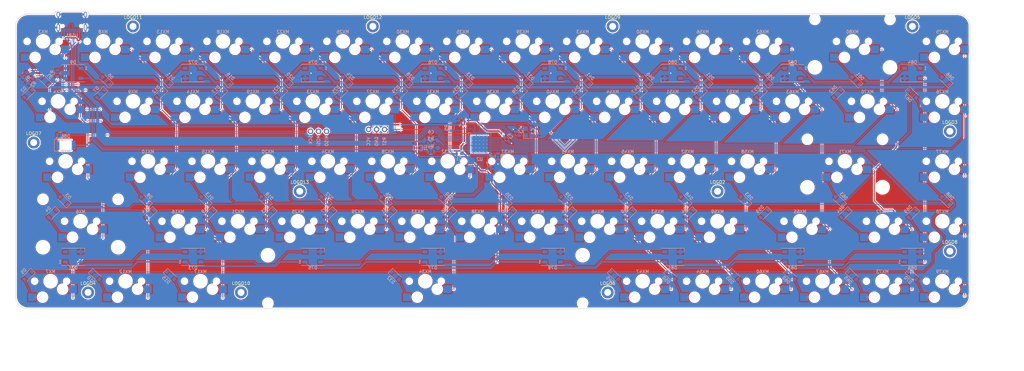
<source format=kicad_pcb>
(kicad_pcb (version 20171130) (host pcbnew "(5.1.5)-3")
  (layers (0 F.Cu signal) (31 B.Cu signal) (34 B.Paste user) (35 F.Paste user) (36 B.SilkS user) (37 F.SilkS user) (38 B.Mask user) (39 F.Mask user) (44 Edge.Cuts user))
  (net 0 "")
  (net 1 "Net-(D1-Pad2)")
  (net 2 "Net-(D2-Pad2)")
  (net 3 "Net-(D3-Pad2)")
  (net 4 "Net-(D4-Pad2)")
  (net 5 "Net-(D5-Pad2)")
  (net 6 "Net-(D6-Pad2)")
  (net 7 "Net-(D7-Pad2)")
  (net 8 "Net-(D8-Pad2)")
  (net 9 "Net-(D10-Pad2)")
  (net 10 "Net-(D11-Pad2)")
  (net 11 "Net-(D12-Pad2)")
  (net 12 "Net-(D13-Pad2)")
  (net 13 "Net-(D14-Pad2)")
  (net 14 "Net-(D15-Pad2)")
  (net 15 "Net-(D16-Pad2)")
  (net 16 "Net-(D17-Pad2)")
  (net 17 "Net-(D18-Pad2)")
  (net 18 "Net-(D19-Pad2)")
  (net 19 "Net-(D20-Pad2)")
  (net 20 "Net-(D21-Pad2)")
  (net 21 "Net-(D22-Pad2)")
  (net 22 "Net-(D23-Pad2)")
  (net 23 "Net-(D24-Pad2)")
  (net 24 "Net-(D25-Pad2)")
  (net 25 "Net-(D26-Pad2)")
  (net 26 "Net-(D27-Pad2)")
  (net 27 "Net-(D28-Pad2)")
  (net 28 "Net-(D29-Pad2)")
  (net 29 "Net-(D30-Pad2)")
  (net 30 "Net-(D31-Pad2)")
  (net 31 "Net-(D32-Pad2)")
  (net 32 "Net-(D33-Pad2)")
  (net 33 "Net-(D34-Pad2)")
  (net 34 "Net-(D35-Pad2)")
  (net 35 "Net-(D36-Pad2)")
  (net 36 "Net-(D37-Pad2)")
  (net 37 "Net-(D38-Pad2)")
  (net 38 "Net-(D39-Pad2)")
  (net 39 "Net-(D40-Pad2)")
  (net 40 "Net-(D41-Pad2)")
  (net 41 "Net-(D42-Pad2)")
  (net 42 "Net-(D43-Pad2)")
  (net 43 "Net-(D44-Pad2)")
  (net 44 "Net-(D45-Pad2)")
  (net 45 "Net-(D46-Pad2)")
  (net 46 "Net-(D47-Pad2)")
  (net 47 "Net-(D48-Pad2)")
  (net 48 "Net-(D49-Pad2)")
  (net 49 "Net-(D50-Pad2)")
  (net 50 "Net-(D51-Pad2)")
  (net 51 "Net-(D52-Pad2)")
  (net 52 "Net-(D53-Pad2)")
  (net 53 "Net-(D54-Pad2)")
  (net 54 "Net-(D55-Pad2)")
  (net 55 "Net-(D56-Pad2)")
  (net 56 "Net-(D57-Pad2)")
  (net 57 "Net-(D59-Pad2)")
  (net 58 "Net-(D60-Pad2)")
  (net 59 GND)
  (net 60 +5V)
  (net 61 "Net-(D61-Pad2)")
  (net 62 "Net-(D62-Pad2)")
  (net 63 "Net-(D63-Pad2)")
  (net 64 "Net-(D64-Pad2)")
  (net 65 "Net-(D65-Pad2)")
  (net 66 "Net-(D66-Pad2)")
  (net 67 "Net-(D67-Pad2)")
  (net 68 "Net-(D68-Pad2)")
  (net 69 "Net-(D69-Pad2)")
  (net 70 "Net-(D70-Pad2)")
  (net 71 "Net-(R3-Pad2)")
  (net 72 "Net-(R4-Pad2)")
  (net 73 D-)
  (net 74 D+)
  (net 75 "Net-(C6-Pad1)")
  (net 76 "Net-(C3-Pad1)")
  (net 77 "Net-(C2-Pad1)")
  (net 78 COL13)
  (net 79 COL12)
  (net 80 COL11)
  (net 81 COL10)
  (net 82 COL9)
  (net 83 COL8)
  (net 84 COL7)
  (net 85 COL6)
  (net 86 COL5)
  (net 87 COL4)
  (net 88 "Net-(R6-Pad2)")
  (net 89 COL3)
  (net 90 COL2)
  (net 91 "Net-(R2-Pad2)")
  (net 92 "Net-(R1-Pad2)")
  (net 93 COL14)
  (net 94 RST)
  (net 95 MISO)
  (net 96 ROW0)
  (net 97 ROW1)
  (net 98 ROW2)
  (net 99 ROW3)
  (net 100 ROW4)
  (net 101 "Net-(D72-Pad4)")
  (net 102 "Net-(D71-Pad4)")
  (net 103 "Net-(D72-Pad2)")
  (net 104 "Net-(D73-Pad4)")
  (net 105 "Net-(D74-Pad2)")
  (net 106 "Net-(D75-Pad4)")
  (net 107 "Net-(D76-Pad2)")
  (net 108 "Net-(D77-Pad4)")
  (net 109 "Net-(D78-Pad2)")
  (net 110 "Net-(D79-Pad4)")
  (net 111 "Net-(D80-Pad2)")
  (net 112 "Net-(D81-Pad4)")
  (net 113 "Net-(D82-Pad2)")
  (net 114 "Net-(D83-Pad4)")
  (net 115 "Net-(D84-Pad2)")
  (net 116 "Net-(D9-Pad4)")
  (net 117 MOSI)
  (net 118 SCK)
  (net 119 "Net-(D86-Pad1)")
  (net 120 CapS)
  (module sanproject-keyboard-part:R_0805 (layer B.Cu) (at 62.6618 67.8688)
    (fp_text reference R8 (at 0 1.65) (layer B.SilkS) (effects (justify mirror)))
    (fp_text value R)
    (pad 1 smd rect (at -0.95 0) (size 0.7 1.3) (layers B.Cu B.Paste B.Mask) (net 119 "Net-(D86-Pad1)"))
    (pad 2 smd rect (at 0.95 0) (size 0.7 1.3) (layers B.Cu B.Paste B.Mask) (net 120 CapS))
  )
  (module sanproject-keyboard-part:LED-6028 (layer B.Cu) (at 64.29375 76.2)
    (fp_text reference D86 (at 0 -8) (layer B.SilkS) (effects (justify mirror)))
    (fp_text value LED)
    (fp_line (start -1.9 -3.38) (end -1.9 -6.78) (layer Edge.Cuts) (width 0.15))
    (fp_line (start 1.9 -6.78) (end -1.9 -6.78) (layer Edge.Cuts) (width 0.15))
    (fp_line (start 1.9 -3.38) (end 1.9 -6.78) (layer Edge.Cuts) (width 0.15))
    (fp_line (start 1.9 -3.38) (end -1.9 -3.38) (layer Edge.Cuts) (width 0.15))
    (pad 2 smd rect (at 2.595 -5.08) (size 1.19 3) (layers B.Cu B.Paste B.Mask) (net 60 +5V))
    (pad 1 smd rect (at -2.595 -5.08) (size 1.19 3) (layers B.Cu B.Paste B.Mask) (net 119 "Net-(D86-Pad1)"))
  )
  (module MX_Only_v3:MXOnly-1U-Hotswap (layer F.Cu) (at 342.9 57.15 180)
    (fp_text reference MX76)
    (fp_text value MX-NoLED)
    (fp_text user %R (at 0 3.048) (layer B.SilkS) (effects (justify mirror)))
    (pad 2 smd rect (at 5.842 -5.08 180) (size 2.55 2.5) (layers B.Cu B.Paste B.Mask) (net 67 "Net-(D67-Pad2)"))
    (pad 1 smd rect (at -7.085 -2.54 180) (size 2.55 2.5) (layers B.Cu B.Paste B.Mask) (net 93 COL14))
    (pad "" np_thru_hole circle (at 5.08 0 228.0996) (size 1.75 1.75) (drill 1.75) (layers *.Cu *.Mask))
    (pad "" np_thru_hole circle (at -5.08 0 228.0996) (size 1.75 1.75) (drill 1.75) (layers *.Cu *.Mask))
    (pad "" np_thru_hole circle (at -3.81 -2.54 180) (size 3 3) (drill 3) (layers *.Cu *.Mask))
    (pad "" np_thru_hole circle (at 0 0 180) (size 3.9878 3.9878) (drill 3.9878) (layers *.Cu *.Mask))
    (pad "" np_thru_hole circle (at 2.54 -5.08 180) (size 3 3) (drill 3) (layers *.Cu *.Mask))
  )
  (module MountingHole:MountingHole_2.2mm_M2_DIN965_Pad (layer F.Cu) (at 138.708395 85.72536)
    (fp_text reference LOGO13 (at 0 -2.9) (layer F.SilkS))
    (fp_text value Logo_Open_Hardware_Large)
    (pad 1 thru_hole circle (at 0 0) (size 3.8 3.8) (drill 2.2) (layers *.Cu *.Mask))
  )
  (module MountingHole:MountingHole_2.2mm_M2_DIN965_Pad (layer F.Cu) (at 271.46364 85.725675)
    (fp_text reference LOGO2 (at 0 -2.9) (layer F.SilkS))
    (fp_text value Logo_Open_Hardware_Large)
    (pad 1 thru_hole circle (at 0 0) (size 3.8 3.8) (drill 2.2) (layers *.Cu *.Mask))
  )
  (module MountingHole:MountingHole_2.2mm_M2_DIN965_Pad (layer F.Cu) (at 161.92568 33.337864)
    (fp_text reference LOGO12 (at 0 -2.9) (layer F.SilkS))
    (fp_text value Logo_Open_Hardware_Large)
    (pad 1 thru_hole circle (at 0 0) (size 3.8 3.8) (drill 2.2) (layers *.Cu *.Mask))
  )
  (module MountingHole:MountingHole_2.2mm_M2_DIN965_Pad (layer F.Cu) (at 85.72536 33.33764)
    (fp_text reference LOGO11 (at 0 -2.9) (layer F.SilkS))
    (fp_text value Logo_Open_Hardware_Large)
    (pad 1 thru_hole circle (at 0 0) (size 3.8 3.8) (drill 2.2) (layers *.Cu *.Mask))
  )
  (module MountingHole:MountingHole_2.2mm_M2_DIN965_Pad (layer F.Cu) (at 120.039575 117.87237)
    (fp_text reference LOGO10 (at 0 -2.9) (layer F.SilkS))
    (fp_text value Logo_Open_Hardware_Large)
    (pad 1 thru_hole circle (at 0 0) (size 3.8 3.8) (drill 2.2) (layers *.Cu *.Mask))
  )
  (module MountingHole:MountingHole_2.2mm_M2_DIN965_Pad (layer F.Cu) (at 238.126 33.33764)
    (fp_text reference LOGO9 (at 0 -2.9) (layer F.SilkS))
    (fp_text value Logo_Open_Hardware_Large)
    (pad 1 thru_hole circle (at 0 0) (size 3.8 3.8) (drill 2.2) (layers *.Cu *.Mask))
  )
  (module MountingHole:MountingHole_2.2mm_M2_DIN965_Pad (layer F.Cu) (at 345.2827 104.776144)
    (fp_text reference LOGO8 (at 0 -2.9) (layer F.SilkS))
    (fp_text value Logo_Open_Hardware_Large)
    (pad 1 thru_hole circle (at 0 0) (size 3.8 3.8) (drill 2.2) (layers *.Cu *.Mask))
  )
  (module MountingHole:MountingHole_2.2mm_M2_DIN965_Pad (layer F.Cu) (at 54.173665 70.24717)
    (fp_text reference LOGO7 (at 0 -2.9) (layer F.SilkS))
    (fp_text value Logo_Open_Hardware_Large)
    (pad 1 thru_hole circle (at 0 0) (size 3.8 3.8) (drill 2.2) (layers *.Cu *.Mask))
  )
  (module MountingHole:MountingHole_2.2mm_M2_DIN965_Pad (layer F.Cu) (at 236.55411 117.87237)
    (fp_text reference LOGO6 (at 0 -2.9) (layer F.SilkS))
    (fp_text value Logo_Open_Hardware_Large)
    (pad 1 thru_hole circle (at 0 0) (size 3.8 3.8) (drill 2.2) (layers *.Cu *.Mask))
  )
  (module MountingHole:MountingHole_2.2mm_M2_DIN965_Pad (layer F.Cu) (at 333.3764 33.33764)
    (fp_text reference LOGO5 (at 0 -2.9) (layer F.SilkS))
    (fp_text value Logo_Open_Hardware_Large)
    (pad 1 thru_hole circle (at 0 0) (size 3.8 3.8) (drill 2.2) (layers *.Cu *.Mask))
  )
  (module MountingHole:MountingHole_2.2mm_M2_DIN965_Pad (layer F.Cu) (at 71.4378 117.87237)
    (fp_text reference LOGO4 (at 0 -2.9) (layer F.SilkS))
    (fp_text value Logo_Open_Hardware_Large)
    (pad 1 thru_hole circle (at 0 0) (size 3.8 3.8) (drill 2.2) (layers *.Cu *.Mask))
  )
  (module MountingHole:MountingHole_2.2mm_M2_DIN965_Pad (layer F.Cu) (at 345.2827 66.675728)
    (fp_text reference LOGO3 (at 0 -2.9) (layer F.SilkS))
    (fp_text value Logo_Open_Hardware_Large)
    (pad 1 thru_hole circle (at 0 0) (size 3.8 3.8) (drill 2.2) (layers *.Cu *.Mask))
  )
  (module MX_Only_v3:sanpjxlogo-PCB-type (layer F.Cu) (at 222.8596 67.8434)
    (fp_text reference LOGO1 hide)
    (fp_text value Logo_Open_Hardware_Large hide)
    (fp_poly (pts (xy 0.829658 -2.444898) (xy 0.877834 -2.427656) (xy 0.902924 -2.413386) (xy 0.934037 -2.391816) (xy 0.969634 -2.364199) (xy 1.008176 -2.331788) (xy 1.048124 -2.295834) (xy 1.087941 -2.257593) (xy 1.093329 -2.252215) (xy 1.163265 -2.178206) (xy 1.224599 -2.104513) (xy 1.279435 -2.028211) (xy 1.329873 -1.946373) (xy 1.378015 -1.856073) (xy 1.378432 -1.855238) (xy 1.43154 -1.736118) (xy 1.47401 -1.613394) (xy 1.505767 -1.487787) (xy 1.526735 -1.360021) (xy 1.53684 -1.230818) (xy 1.536006 -1.100902) (xy 1.524158 -0.970994) (xy 1.501222 -0.841818) (xy 1.488932 -0.790539) (xy 1.457633 -0.687179) (xy 1.416972 -0.582072) (xy 1.368194 -0.477696) (xy 1.312543 -0.376526) (xy 1.251263 -0.281041) (xy 1.195107 -0.205483) (xy 1.168196 -0.173683) (xy 1.134836 -0.137206) (xy 1.097487 -0.09851) (xy 1.05861 -0.060056) (xy 1.020665 -0.024304) (xy 0.986111 0.006285) (xy 0.970337 0.019306) (xy 0.877567 0.087486) (xy 0.777647 0.14997) (xy 0.672616 0.205787) (xy 0.564513 0.253967) (xy 0.455376 0.293541) (xy 0.347244 0.323538) (xy 0.316786 0.330221) (xy 0.239015 0.343845) (xy 0.15639 0.354007) (xy 0.072449 0.36046) (xy -0.009275 0.362961) (xy -0.085244 0.361264) (xy -0.108923 0.359704) (xy -0.229204 0.345638) (xy -0.346674 0.322281) (xy -0.460995 0.290175) (xy -0.585613 0.244511) (xy -0.704339 0.189302) (xy -0.816795 0.124998) (xy -0.922603 0.052049) (xy -1.021383 -0.029092) (xy -1.112757 -0.117975) (xy -1.196346 -0.214151) (xy -1.271773 -0.317167) (xy -1.338657 -0.426573) (xy -1.396622 -0.541918) (xy -1.445288 -0.662752) (xy -1.484276 -0.788624) (xy -1.513209 -0.919083) (xy -1.52199 -0.973191) (xy -1.526585 -1.014622) (xy -1.529834 -1.064535) (xy -1.531736 -1.120074) (xy -1.53229 -1.178385) (xy -1.531495 -1.236612) (xy -1.529352 -1.291901) (xy -1.525858 -1.341396) (xy -1.522084 -1.374954) (xy -1.498175 -1.506671) (xy -1.463645 -1.634811) (xy -1.418727 -1.758817) (xy -1.363656 -1.87813) (xy -1.298664 -1.992193) (xy -1.223987 -2.100449) (xy -1.210825 -2.117618) (xy -1.179244 -2.156045) (xy -1.14299 -2.196489) (xy -1.103514 -2.237614) (xy -1.062265 -2.278085) (xy -1.020694 -2.316566) (xy -0.980251 -2.351721) (xy -0.942385 -2.382215) (xy -0.908546 -2.406712) (xy -0.880185 -2.423877) (xy -0.876158 -2.425899) (xy -0.826508 -2.443864) (xy -0.775006 -2.451247) (xy -0.723396 -2.448223) (xy -0.67342 -2.434965) (xy -0.62682 -2.411644) (xy -0.609348 -2.399409) (xy -0.584819 -2.376243) (xy -0.56072 -2.345907) (xy -0.539841 -2.312396) (xy -0.524974 -2.279709) (xy -0.524191 -2.277438) (xy -0.513904 -2.229968) (xy -0.513058 -2.17961) (xy -0.521259 -2.12927) (xy -0.538116 -2.081859) (xy -0.5546 -2.052354) (xy -0.567613 -2.036054) (xy -0.586522 -2.016433) (xy -0.60798 -1.996877) (xy -0.616096 -1.990174) (xy -0.648585 -1.962562) (xy -0.68455 -1.929234) (xy -0.72181 -1.892445) (xy -0.758188 -1.854451) (xy -0.791506 -1.817508) (xy -0.819585 -1.78387) (xy -0.834792 -1.76373) (xy -0.882933 -1.688087) (xy -0.925787 -1.604891) (xy -0.961999 -1.517307) (xy -0.990215 -1.428497) (xy -1.004536 -1.367033) (xy -1.012232 -1.317039) (xy -1.017605 -1.259759) (xy -1.020506 -1.199112) (xy -1.020784 -1.139019) (xy -1.018289 -1.083399) (xy -1.016237 -1.061013) (xy -0.999074 -0.956233) (xy -0.971052 -0.854266) (xy -0.932534 -0.755844) (xy -0.883886 -0.661702) (xy -0.825472 -0.572575) (xy -0.757657 -0.489195) (xy -0.705025 -0.43487) (xy -0.62685 -0.367421) (xy -0.54106 -0.307603) (xy -0.449154 -0.256173) (xy -0.352632 -0.21389) (xy -0.252994 -0.181513) (xy -0.165529 -0.162094) (xy -0.131132 -0.157574) (xy -0.088775 -0.154273) (xy -0.041449 -0.15222) (xy 0.007852 -0.151446) (xy 0.056136 -0.15198) (xy 0.100411 -0.153851) (xy 0.137684 -0.157088) (xy 0.151258 -0.15898) (xy 0.258108 -0.181893) (xy 0.360774 -0.21499) (xy 0.458598 -0.257837) (xy 0.550922 -0.309997) (xy 0.637087 -0.371035) (xy 0.716435 -0.440517) (xy 0.788308 -0.518006) (xy 0.852046 -0.603068) (xy 0.873469 -0.636427) (xy 0.893172 -0.670862) (xy 0.914469 -0.712077) (xy 0.935549 -0.756238) (xy 0.954599 -0.79951) (xy 0.969809 -0.838057) (xy 0.973086 -0.847342) (xy 1.001528 -0.948101) (xy 1.01916 -1.051135) (xy 1.02609 -1.155389) (xy 1.022424 -1.259803) (xy 1.008271 -1.363322) (xy 0.983739 -1.464886) (xy 0.948934 -1.56344) (xy 0.903966 -1.657924) (xy 0.887566 -1.686925) (xy 0.841674 -1.758785) (xy 0.791924 -1.824159) (xy 0.736129 -1.885591) (xy 0.672101 -1.945626) (xy 0.646058 -1.967852) (xy 0.621092 -1.989397) (xy 0.597637 -2.01093) (xy 0.577963 -2.030278) (xy 0.564341 -2.045269) (xy 0.562012 -2.048265) (xy 0.539316 -2.087818) (xy 0.523794 -2.133192) (xy 0.516104 -2.181025) (xy 0.516905 -2.227952) (xy 0.52167 -2.254016) (xy 0.539961 -2.304624) (xy 0.56653 -2.34881) (xy 0.600123 -2.385965) (xy 0.63949 -2.415477) (xy 0.683379 -2.436736) (xy 0.730538 -2.449133) (xy 0.779715 -2.452057) (xy 0.829658 -2.444898)) (layer F.Cu) (width 0.01))
    (fp_poly (pts (xy -1.23727 -5.032098) (xy -1.204677 -5.020972) (xy -1.176609 -5.001216) (xy -1.162681 -4.98507) (xy -1.149409 -4.95773) (xy -1.142817 -4.925357) (xy -1.143574 -4.89262) (xy -1.14717 -4.876765) (xy -1.148837 -4.873847) (xy -1.152789 -4.868711) (xy -1.15923 -4.861151) (xy -1.168363 -4.850962) (xy -1.180393 -4.837938) (xy -1.195523 -4.821873) (xy -1.213957 -4.802562) (xy -1.235899 -4.779798) (xy -1.261553 -4.753376) (xy -1.291123 -4.723091) (xy -1.324813 -4.688736) (xy -1.362827 -4.650105) (xy -1.405369 -4.606994) (xy -1.452643 -4.559195) (xy -1.504852 -4.506505) (xy -1.562201 -4.448716) (xy -1.624893 -4.385623) (xy -1.693133 -4.31702) (xy -1.767124 -4.242702) (xy -1.84707 -4.162462) (xy -1.933176 -4.076096) (xy -2.025645 -3.983397) (xy -2.124681 -3.884159) (xy -2.230488 -3.778177) (xy -2.34327 -3.665246) (xy -2.463231 -3.545158) (xy -2.590575 -3.41771) (xy -2.725506 -3.282694) (xy -2.868227 -3.139905) (xy -2.930153 -3.077955) (xy -4.706113 -1.301372) (xy 0.002857 3.407598) (xy 2.357347 1.053103) (xy 4.711836 -1.301392) (xy 2.938663 -3.075111) (xy 2.819349 -3.194484) (xy 2.702048 -3.311884) (xy 2.58702 -3.427052) (xy 2.474525 -3.539726) (xy 2.364823 -3.649643) (xy 2.258173 -3.756544) (xy 2.154835 -3.860167) (xy 2.055069 -3.96025) (xy 1.959136 -4.056533) (xy 1.867294 -4.148754) (xy 1.779804 -4.236651) (xy 1.696925 -4.319964) (xy 1.618917 -4.39843) (xy 1.54604 -4.47179) (xy 1.478555 -4.539781) (xy 1.41672 -4.602143) (xy 1.360795 -4.658613) (xy 1.31104 -4.708931) (xy 1.267716 -4.752835) (xy 1.231082 -4.790065) (xy 1.201397 -4.820358) (xy 1.178922 -4.843454) (xy 1.163917 -4.859091) (xy 1.15664 -4.867008) (xy 1.155977 -4.867887) (xy 1.147304 -4.897092) (xy 1.147257 -4.929513) (xy 1.155171 -4.961733) (xy 1.17038 -4.990333) (xy 1.182477 -5.004098) (xy 1.209595 -5.022074) (xy 1.241904 -5.032043) (xy 1.276011 -5.033521) (xy 1.30852 -5.026024) (xy 1.315287 -5.023041) (xy 1.320727 -5.018665) (xy 1.332836 -5.007566) (xy 1.351676 -4.989679) (xy 1.377312 -4.964942) (xy 1.409809 -4.93329) (xy 1.449231 -4.894659) (xy 1.49564 -4.848987) (xy 1.549103 -4.796209) (xy 1.609682 -4.736261) (xy 1.677442 -4.669081) (xy 1.752447 -4.594604) (xy 1.834761 -4.512766) (xy 1.924448 -4.423503) (xy 2.021572 -4.326753) (xy 2.126198 -4.222452) (xy 2.238389 -4.110535) (xy 2.358209 -3.990938) (xy 2.485723 -3.863599) (xy 2.620995 -3.728454) (xy 2.764088 -3.585439) (xy 2.915068 -3.434489) (xy 3.073997 -3.275542) (xy 3.162974 -3.186536) (xy 4.987454 -1.361325) (xy 4.994341 -1.331359) (xy 4.998226 -1.306672) (xy 4.996831 -1.283928) (xy 4.994314 -1.271427) (xy 4.993284 -1.267275) (xy 4.991902 -1.263066) (xy 4.98978 -1.258397) (xy 4.986533 -1.252866) (xy 4.981773 -1.246074) (xy 4.975115 -1.237617) (xy 4.966172 -1.227094) (xy 4.954558 -1.214105) (xy 4.939886 -1.198246) (xy 4.921771 -1.179118) (xy 4.899824 -1.156318) (xy 4.873661 -1.129444) (xy 4.842895 -1.098096) (xy 4.807139 -1.061871) (xy 4.766007 -1.020369) (xy 4.719113 -0.973188) (xy 4.66607 -0.919925) (xy 4.606491 -0.860181) (xy 4.539991 -0.793552) (xy 4.466183 -0.719638) (xy 4.387377 -0.640737) (xy 3.787353 -0.040013) (xy 4.093303 0.266814) (xy 4.150371 0.324067) (xy 4.199908 0.373837) (xy 4.242459 0.416707) (xy 4.27857 0.453259) (xy 4.308788 0.484079) (xy 4.333657 0.50975) (xy 4.353724 0.530855) (xy 4.369534 0.547978) (xy 4.381632 0.561703) (xy 4.390565 0.572613) (xy 4.396878 0.581293) (xy 4.401117 0.588324) (xy 4.403827 0.594292) (xy 4.405555 0.59978) (xy 4.4059 0.601155) (xy 4.409542 0.635559) (xy 4.404414 0.668436) (xy 4.398228 0.683894) (xy 4.393816 0.688702) (xy 4.381566 0.701345) (xy 4.36171 0.721587) (xy 4.334485 0.749195) (xy 4.300124 0.783931) (xy 4.258863 0.82556) (xy 4.210936 0.873848) (xy 4.156577 0.928559) (xy 4.096021 0.989458) (xy 4.029504 1.056308) (xy 3.957258 1.128875) (xy 3.87952 1.206924) (xy 3.796523 1.290218) (xy 3.708502 1.378523) (xy 3.615693 1.471603) (xy 3.518329 1.569223) (xy 3.416645 1.671148) (xy 3.310875 1.777141) (xy 3.201255 1.886968) (xy 3.088019 2.000394) (xy 2.971402 2.117182) (xy 2.851637 2.237098) (xy 2.728961 2.359906) (xy 2.603607 2.485371) (xy 2.47581 2.613257) (xy 2.345804 2.74333) (xy 2.231418 2.857755) (xy 2.056204 3.032999) (xy 1.88896 3.200236) (xy 1.729602 3.35955) (xy 1.578048 3.511023) (xy 1.434213 3.654739) (xy 1.298013 3.790782) (xy 1.169365 3.919234) (xy 1.048185 4.04018) (xy 0.934389 4.153701) (xy 0.827894 4.259882) (xy 0.728616 4.358806) (xy 0.636471 4.450557) (xy 0.551374 4.535216) (xy 0.473244 4.612868) (xy 0.401995 4.683597) (xy 0.337545 4.747484) (xy 0.279809 4.804615) (xy 0.228703 4.855071) (xy 0.184144 4.898936) (xy 0.146049 4.936294) (xy 0.114333 4.967227) (xy 0.088912 4.99182) (xy 0.069704 5.010155) (xy 0.056624 5.022315) (xy 0.049588 5.028385) (xy 0.048516 5.029096) (xy 0.01671 5.038026) (xy -0.018761 5.037585) (xy -0.039956 5.032942) (xy -0.043022 5.030961) (xy -0.04917 5.025847) (xy -0.058573 5.017427) (xy -0.071403 5.00553) (xy -0.087834 4.989985) (xy -0.108038 4.970619) (xy -0.132188 4.947261) (xy -0.160456 4.919739) (xy -0.193017 4.887882) (xy -0.230042 4.851518) (xy -0.271705 4.810475) (xy -0.318178 4.764582) (xy -0.369635 4.713668) (xy -0.426247 4.65756) (xy -0.488188 4.596087) (xy -0.555631 4.529077) (xy -0.628749 4.456359) (xy -0.707714 4.37776) (xy -0.792699 4.293111) (xy -0.883878 4.202238) (xy -0.981422 4.10497) (xy -1.085505 4.001136) (xy -1.1963 3.890563) (xy -1.31398 3.773081) (xy -1.438717 3.648518) (xy -1.570684 3.516701) (xy -1.710054 3.37746) (xy -1.857 3.230623) (xy -2.011695 3.076018) (xy -2.144754 2.943019) (xy -2.277802 2.810005) (xy -2.408463 2.679341) (xy -2.53651 2.551253) (xy -2.661715 2.425969) (xy -2.783854 2.303718) (xy -2.902697 2.184727) (xy -3.01802 2.069224) (xy -3.129594 1.957436) (xy -3.237194 1.849592) (xy -3.340592 1.74592) (xy -3.439561 1.646646) (xy -3.533875 1.551999) (xy -3.623306 1.462207) (xy -3.707629 1.377498) (xy -3.786615 1.298098) (xy -3.860039 1.224237) (xy -3.927674 1.156142) (xy -3.989292 1.094041) (xy -4.044667 1.038161) (xy -4.093572 0.988731) (xy -4.13578 0.945977) (xy -4.171065 0.910129) (xy -4.199199 0.881413) (xy -4.219956 0.860058) (xy -4.233109 0.846291) (xy -4.238431 0.840341) (xy -4.23852 0.840192) (xy -4.249705 0.805418) (xy -4.249768 0.787691) (xy -3.964102 0.787691) (xy -1.983478 2.768413) (xy -1.857419 2.894463) (xy -1.733374 3.018468) (xy -1.611586 3.140185) (xy -1.492302 3.25937) (xy -1.375766 3.375779) (xy -1.262222 3.489169) (xy -1.151916 3.599294) (xy -1.045092 3.705913) (xy -0.941995 3.80878) (xy -0.84287 3.907652) (xy -0.747962 4.002285) (xy -0.657515 4.092436) (xy -0.571773 4.177859) (xy -0.490983 4.258313) (xy -0.415389 4.333552) (xy -0.345235 4.403333) (xy -0.280766 4.467412) (xy -0.222228 4.525546) (xy -0.169864 4.577489) (xy -0.12392 4.623) (xy -0.08464 4.661833) (xy -0.052269 4.693745) (xy -0.027053 4.718492) (xy -0.009235 4.73583) (xy 0.000939 4.745515) (xy 0.003402 4.747613) (xy 0.007788 4.743517) (xy 0.019999 4.731582) (xy 0.039794 4.712047) (xy 0.066933 4.685152) (xy 0.101177 4.651136) (xy 0.142285 4.61024) (xy 0.190017 4.562704) (xy 0.244134 4.508768) (xy 0.304394 4.44867) (xy 0.370558 4.382652) (xy 0.442386 4.310952) (xy 0.519637 4.233812) (xy 0.602073 4.15147) (xy 0.689451 4.064167) (xy 0.781533 3.972142) (xy 0.878079 3.875636) (xy 0.978848 3.774887) (xy 1.083599 3.670137) (xy 1.192094 3.561625) (xy 1.304092 3.44959) (xy 1.419353 3.334273) (xy 1.537637 3.215913) (xy 1.658703 3.09475) (xy 1.782312 2.971025) (xy 1.908223 2.844977) (xy 2.036197 2.716845) (xy 2.064996 2.688008) (xy 4.120334 0.629927) (xy 3.869549 0.379191) (xy 3.618765 0.128455) (xy 1.845056 1.901967) (xy 1.689208 2.05778) (xy 1.541292 2.205623) (xy 1.401189 2.345615) (xy 1.268778 2.477876) (xy 1.143938 2.602527) (xy 1.026549 2.719687) (xy 0.916489 2.829477) (xy 0.813638 2.932015) (xy 0.717876 3.027421) (xy 0.629081 3.115817) (xy 0.547133 3.197321) (xy 0.471911 3.272053) (xy 0.403295 3.340134) (xy 0.341163 3.401683) (xy 0.285395 3.45682) (xy 0.23587 3.505664) (xy 0.192468 3.548337) (xy 0.155068 3.584957) (xy 0.123549 3.615644) (xy 0.09779 3.640519) (xy 0.07767 3.659701) (xy 0.06307 3.673311) (xy 0.053868 3.681467) (xy 0.050127 3.684234) (xy 0.025811 3.690576) (xy -0.002809 3.692753) (xy -0.0301 3.690597) (xy -0.043865 3.687018) (xy -0.049055 3.682571) (xy -0.06208 3.670273) (xy -0.082712 3.650349) (xy -0.110721 3.623029) (xy -0.145877 3.58854) (xy -0.187953 3.54711) (xy -0.236719 3.498966) (xy -0.291945 3.444336) (xy -0.353403 3.383447) (xy -0.420863 3.316528) (xy -0.494097 3.243807) (xy -0.572875 3.16551) (xy -0.656969 3.081865) (xy -0.746148 2.993101) (xy -0.840185 2.899445) (xy -0.93885 2.801125) (xy -1.041914 2.698367) (xy -1.149148 2.591401) (xy -1.260322 2.480454) (xy -1.375208 2.365753) (xy -1.493577 2.247527) (xy -1.615199 2.126002) (xy -1.739845 2.001407) (xy -1.759452 1.981804) (xy -3.458972 0.282561) (xy -3.964102 0.787691) (xy -4.249768 0.787691) (xy -4.24983 0.770385) (xy -4.246577 0.754877) (xy -4.244784 0.749372) (xy -4.241951 0.743314) (xy -4.237531 0.73612) (xy -4.23098 0.72721) (xy -4.221753 0.716003) (xy -4.209305 0.701916) (xy -4.193091 0.68437) (xy -4.172565 0.662783) (xy -4.147183 0.636573) (xy -4.1164 0.605159) (xy -4.07967 0.567961) (xy -4.036448 0.524396) (xy -3.98619 0.473884) (xy -3.933392 0.420899) (xy -3.62748 0.114045) (xy -4.302174 -0.560854) (xy -4.398032 -0.656794) (xy -4.485942 -0.744893) (xy -4.56608 -0.825329) (xy -4.638621 -0.89828) (xy -4.703739 -0.963926) (xy -4.761612 -1.022444) (xy -4.812413 -1.074014) (xy -4.856319 -1.118815) (xy -4.893506 -1.157024) (xy -4.924147 -1.188821) (xy -4.94842 -1.214385) (xy -4.966498 -1.233894) (xy -4.978559 -1.247526) (xy -4.984777 -1.255461) (xy -4.985625 -1.256974) (xy -4.993373 -1.289633) (xy -4.991683 -1.323946) (xy -4.983416 -1.34991) (xy -4.978534 -1.355777) (xy -4.965877 -1.369377) (xy -4.945757 -1.390397) (xy -4.918484 -1.418527) (xy -4.884372 -1.453455) (xy -4.84373 -1.494869) (xy -4.796871 -1.542458) (xy -4.744107 -1.595911) (xy -4.685749 -1.654916) (xy -4.622108 -1.719162) (xy -4.553497 -1.788338) (xy -4.480226 -1.862131) (xy -4.402607 -1.940231) (xy -4.320953 -2.022326) (xy -4.235573 -2.108105) (xy -4.146781 -2.197257) (xy -4.054888 -2.289469) (xy -3.960204 -2.384431) (xy -3.863042 -2.48183) (xy -3.763714 -2.581357) (xy -3.662531 -2.682698) (xy -3.559804 -2.785544) (xy -3.455845 -2.889582) (xy -3.350965 -2.994501) (xy -3.245477 -3.099989) (xy -3.139692 -3.205736) (xy -3.033921 -3.31143) (xy -2.928476 -3.416758) (xy -2.823669 -3.521411) (xy -2.71981 -3.625076) (xy -2.617213 -3.727442) (xy -2.516187 -3.828198) (xy -2.417045 -3.927033) (xy -2.320099 -4.023634) (xy -2.22566 -4.11769) (xy -2.134039 -4.208891) (xy -2.045549 -4.296924) (xy -1.9605 -4.381478) (xy -1.879204 -4.462242) (xy -1.801973 -4.538904) (xy -1.729119 -4.611153) (xy -1.660953 -4.678678) (xy -1.597786 -4.741167) (xy -1.53993 -4.798308) (xy -1.487698 -4.849791) (xy -1.441399 -4.895303) (xy -1.401346 -4.934534) (xy -1.367851 -4.967172) (xy -1.341225 -4.992906) (xy -1.32178 -5.011424) (xy -1.309826 -5.022414) (xy -1.305858 -5.025581) (xy -1.271845 -5.033874) (xy -1.23727 -5.032098)) (layer F.Cu) (width 0.01))
    (fp_poly (pts (xy 0.048713 -2.960956) (xy 0.09062 -2.949497) (xy 0.10188 -2.944937) (xy 0.145014 -2.920317) (xy 0.183513 -2.887434) (xy 0.2154 -2.848461) (xy 0.238699 -2.805573) (xy 0.245377 -2.787145) (xy 0.247108 -2.781309) (xy 0.248656 -2.775201) (xy 0.25003 -2.768182) (xy 0.251241 -2.759614) (xy 0.252299 -2.748857) (xy 0.253213 -2.735273) (xy 0.253995 -2.718222) (xy 0.254654 -2.697066) (xy 0.255201 -2.671165) (xy 0.255645 -2.63988) (xy 0.255996 -2.602573) (xy 0.256265 -2.558605) (xy 0.256463 -2.507336) (xy 0.256598 -2.448127) (xy 0.256682 -2.38034) (xy 0.256723 -2.303336) (xy 0.256734 -2.216474) (xy 0.256723 -2.119118) (xy 0.256714 -2.07278) (xy 0.256643 -1.964031) (xy 0.256479 -1.863335) (xy 0.256224 -1.77102) (xy 0.255881 -1.687409) (xy 0.255453 -1.612828) (xy 0.254943 -1.547601) (xy 0.254352 -1.492054) (xy 0.253684 -1.44651) (xy 0.252942 -1.411296) (xy 0.252127 -1.386735) (xy 0.251244 -1.373154) (xy 0.250924 -1.371078) (xy 0.237252 -1.330297) (xy 0.215071 -1.292034) (xy 0.186967 -1.258005) (xy 0.15574 -1.227941) (xy 0.125268 -1.20628) (xy 0.092129 -1.190798) (xy 0.074593 -1.185004) (xy 0.041788 -1.178538) (xy 0.004008 -1.176153) (xy -0.034106 -1.177799) (xy -0.067908 -1.18343) (xy -0.078688 -1.186614) (xy -0.12584 -1.208747) (xy -0.167474 -1.239925) (xy -0.202314 -1.278599) (xy -0.229079 -1.323217) (xy -0.24649 -1.372228) (xy -0.250972 -1.395573) (xy -0.251861 -1.407668) (xy -0.252675 -1.430256) (xy -0.253414 -1.462423) (xy -0.254078 -1.503254) (xy -0.254667 -1.551835) (xy -0.255181 -1.607252) (xy -0.255621 -1.66859) (xy -0.255986 -1.734935) (xy -0.256277 -1.805372) (xy -0.256493 -1.878988) (xy -0.256635 -1.954868) (xy -0.256702 -2.032098) (xy -0.256695 -2.109763) (xy -0.256614 -2.186948) (xy -0.256459 -2.262741) (xy -0.25623 -2.336225) (xy -0.255926 -2.406488) (xy -0.255549 -2.472614) (xy -0.255097 -2.533689) (xy -0.254572 -2.588799) (xy -0.253973 -2.63703) (xy -0.2533 -2.677467) (xy -0.252554 -2.709196) (xy -0.251734 -2.731302) (xy -0.250877 -2.742629) (xy -0.237932 -2.794104) (xy -0.215219 -2.841069) (xy -0.183889 -2.882346) (xy -0.145095 -2.916753) (xy -0.099989 -2.943111) (xy -0.049721 -2.96024) (xy -0.035743 -2.963072) (xy 0.004926 -2.9657) (xy 0.048713 -2.960956)) (layer F.Cu) (width 0.01))
  )
  (module sanproject-keyboard-part:Reset_Pretty (layer B.Cu) (at 163.11631 66.079965 270)
    (fp_text reference U4)
    (fp_text value STF202-22T1G)
    (fp_text user VCC (at 3.81 2.58 270) (layer B.SilkS) (effects (justify mirror)))
    (fp_text user RST (at 3.81 -2.54 270) (layer B.SilkS) (effects (justify mirror)))
    (fp_text user GND (at 3.81 0 270) (layer B.SilkS) (effects (justify mirror)))
    (pad 6 thru_hole oval (at 0 0 180) (size 1.7 1.7) (drill 1) (layers *.Cu *.Mask) (net 59 GND))
    (pad 5 thru_hole circle (at 0 -2.54 180) (size 1.7 1.7) (drill 1) (layers *.Cu *.Mask) (net 94 RST))
    (pad 2 thru_hole circle (at 0 2.54 90) (size 1.7 1.7) (drill 1) (layers *.Cu *.Mask) (net 60 +5V))
  )
  (module sanproject-keyboard-part:R_0805 (layer B.Cu) (at 61.67528 48.220515 270)
    (fp_text reference R7 (at 0 1.65 90) (layer B.SilkS) (effects (justify mirror)))
    (fp_text value R)
    (pad 1 smd rect (at -0.95 0 270) (size 0.7 1.3) (layers B.Cu B.Paste B.Mask) (net 116 "Net-(D9-Pad4)"))
    (pad 2 smd rect (at 0.95 0 270) (size 0.7 1.3) (layers B.Cu B.Paste B.Mask) (net 118 SCK))
  )
  (module sanproject-keyboard-part:Reset_Pretty (layer F.Cu) (at 144.661545 66.67528 90)
    (fp_text reference U3)
    (fp_text value STF202-22T1G)
    (fp_text user MISO (at -2.98 2.58 90) (layer B.SilkS) (effects (justify mirror)))
    (fp_text user SCK (at -2.73 -2.54 90) (layer B.SilkS) (effects (justify mirror)))
    (fp_text user MOSI (at -2.98 0 -90) (layer B.SilkS) (effects (justify mirror)))
    (pad 4 thru_hole circle (at 0 0 270) (size 1.7 1.7) (drill 1) (layers *.Cu *.Mask) (net 117 MOSI))
    (pad 3 thru_hole circle (at 0 -2.54 90) (size 1.7 1.7) (drill 1) (layers *.Cu *.Mask) (net 118 SCK))
    (pad 1 thru_hole circle (at 0 2.54 90) (size 1.7 1.7) (drill 1) (layers *.Cu *.Mask) (net 95 MISO))
  )
  (module MX_Only_v3:MXOnly-1.5U-Hotswap (layer F.Cu) (at 61.9125 57.15 180)
    (fp_text reference MX4)
    (fp_text value MX-NoLED)
    (fp_text user %R (at 0 3.048) (layer B.SilkS) (effects (justify mirror)))
    (pad 2 smd rect (at 5.842 -5.08 180) (size 2.55 2.5) (layers B.Cu B.Paste B.Mask) (net 2 "Net-(D2-Pad2)"))
    (pad 1 smd rect (at -7.085 -2.54 180) (size 2.55 2.5) (layers B.Cu B.Paste B.Mask) (net 117 MOSI))
    (pad "" np_thru_hole circle (at 5.08 0 228.0996) (size 1.75 1.75) (drill 1.75) (layers *.Cu *.Mask))
    (pad "" np_thru_hole circle (at -5.08 0 228.0996) (size 1.75 1.75) (drill 1.75) (layers *.Cu *.Mask))
    (pad "" np_thru_hole circle (at -3.81 -2.54 180) (size 3 3) (drill 3) (layers *.Cu *.Mask))
    (pad "" np_thru_hole circle (at 0 0 180) (size 3.9878 3.9878) (drill 3.9878) (layers *.Cu *.Mask))
    (pad "" np_thru_hole circle (at 2.54 -5.08 180) (size 3 3) (drill 3) (layers *.Cu *.Mask))
  )
  (module MX_Only_v3:MXOnly-1.25U-Hotswap (layer F.Cu) (at 107.15625 114.3 180)
    (fp_text reference MX17)
    (fp_text value MX-1.25)
    (fp_text user %R (at 0 3.048) (layer B.SilkS) (effects (justify mirror)))
    (pad 2 smd rect (at 5.842 -5.08 180) (size 2.55 2.5) (layers B.Cu B.Paste B.Mask) (net 14 "Net-(D15-Pad2)"))
    (pad 1 smd rect (at -7.085 -2.54 180) (size 2.55 2.5) (layers B.Cu B.Paste B.Mask) (net 90 COL2))
    (pad "" np_thru_hole circle (at 5.08 0 228.0996) (size 1.75 1.75) (drill 1.75) (layers *.Cu *.Mask))
    (pad "" np_thru_hole circle (at -5.08 0 228.0996) (size 1.75 1.75) (drill 1.75) (layers *.Cu *.Mask))
    (pad "" np_thru_hole circle (at -3.81 -2.54 180) (size 3 3) (drill 3) (layers *.Cu *.Mask))
    (pad "" np_thru_hole circle (at 0 0 180) (size 3.9878 3.9878) (drill 3.9878) (layers *.Cu *.Mask))
    (pad "" np_thru_hole circle (at 2.54 -5.08 180) (size 3 3) (drill 3) (layers *.Cu *.Mask))
  )
  (module MX_Only_v3:MXOnly-1U-Hotswap (layer F.Cu) (at 138.1125 95.25 180)
    (fp_text reference MX25)
    (fp_text value MX-NoLED)
    (fp_text user %R (at 0 3.048) (layer B.SilkS) (effects (justify mirror)))
    (pad 2 smd rect (at 5.842 -5.08 180) (size 2.55 2.5) (layers B.Cu B.Paste B.Mask) (net 22 "Net-(D23-Pad2)"))
    (pad 1 smd rect (at -7.085 -2.54 180) (size 2.55 2.5) (layers B.Cu B.Paste B.Mask) (net 87 COL4))
    (pad "" np_thru_hole circle (at 5.08 0 228.0996) (size 1.75 1.75) (drill 1.75) (layers *.Cu *.Mask))
    (pad "" np_thru_hole circle (at -5.08 0 228.0996) (size 1.75 1.75) (drill 1.75) (layers *.Cu *.Mask))
    (pad "" np_thru_hole circle (at -3.81 -2.54 180) (size 3 3) (drill 3) (layers *.Cu *.Mask))
    (pad "" np_thru_hole circle (at 0 0 180) (size 3.9878 3.9878) (drill 3.9878) (layers *.Cu *.Mask))
    (pad "" np_thru_hole circle (at 2.54 -5.08 180) (size 3 3) (drill 3) (layers *.Cu *.Mask))
  )
  (module MX_Only_v3:MXOnly-1U-Hotswap (layer F.Cu) (at 204.7875 76.2 180)
    (fp_text reference MX37)
    (fp_text value MX-NoLED)
    (fp_text user %R (at 0 3.048) (layer B.SilkS) (effects (justify mirror)))
    (pad 2 smd rect (at 5.842 -5.08 180) (size 2.55 2.5) (layers B.Cu B.Paste B.Mask) (net 34 "Net-(D35-Pad2)"))
    (pad 1 smd rect (at -7.085 -2.54 180) (size 2.55 2.5) (layers B.Cu B.Paste B.Mask) (net 84 COL7))
    (pad "" np_thru_hole circle (at 5.08 0 228.0996) (size 1.75 1.75) (drill 1.75) (layers *.Cu *.Mask))
    (pad "" np_thru_hole circle (at -5.08 0 228.0996) (size 1.75 1.75) (drill 1.75) (layers *.Cu *.Mask))
    (pad "" np_thru_hole circle (at -3.81 -2.54 180) (size 3 3) (drill 3) (layers *.Cu *.Mask))
    (pad "" np_thru_hole circle (at 0 0 180) (size 3.9878 3.9878) (drill 3.9878) (layers *.Cu *.Mask))
    (pad "" np_thru_hole circle (at 2.54 -5.08 180) (size 3 3) (drill 3) (layers *.Cu *.Mask))
  )
  (module sanproject-keyboard-part:SOT143B (layer B.Cu) (at 176.21324 71.9378 270)
    (fp_text reference U1 (at 0 -2.45 90) (layer B.SilkS) (effects (justify mirror)))
    (fp_text value PRTR5V0U2X)
    (pad 1 smd rect (at -1 0.75) (size 1 0.7) (layers B.Cu B.Paste B.Mask) (net 59 GND))
    (pad 4 smd rect (at 1 0.95) (size 0.6 0.7) (layers B.Cu B.Paste B.Mask) (net 60 +5V))
    (pad 2 smd rect (at -1 -0.95) (size 0.6 0.7) (layers B.Cu B.Paste B.Mask) (net 71 "Net-(R3-Pad2)"))
    (pad 3 smd rect (at 1 -0.95) (size 0.6 0.7) (layers B.Cu B.Paste B.Mask) (net 72 "Net-(R4-Pad2)"))
  )
  (module Package_DFN_QFN:QFN-44-1EP_7x7mm_P0.5mm_EP5.2x5.2mm_ThermalVias (layer B.Cu) (at 195.858635 70.739355)
    (fp_text reference U2 (at 0 4.82) (layer B.SilkS) (effects (justify mirror)))
    (fp_text value ATmega32U4-MU)
    (pad 44 smd roundrect (at -2.5 3.3375) (size 0.25 1.075) (layers B.Cu B.Paste B.Mask) (net 60 +5V))
    (pad 43 smd roundrect (at -2 3.3375) (size 0.25 1.075) (layers B.Cu B.Paste B.Mask) (net 59 GND))
    (pad 42 smd roundrect (at -1.5 3.3375) (size 0.25 1.075) (layers B.Cu B.Paste B.Mask))
    (pad 41 smd roundrect (at -1 3.3375) (size 0.25 1.075) (layers B.Cu B.Paste B.Mask) (net 85 COL6))
    (pad 40 smd roundrect (at -0.5 3.3375) (size 0.25 1.075) (layers B.Cu B.Paste B.Mask))
    (pad 39 smd roundrect (at 0 3.3375) (size 0.25 1.075) (layers B.Cu B.Paste B.Mask) (net 87 COL4))
    (pad 38 smd roundrect (at 0.5 3.3375) (size 0.25 1.075) (layers B.Cu B.Paste B.Mask) (net 89 COL3))
    (pad 37 smd roundrect (at 1 3.3375) (size 0.25 1.075) (layers B.Cu B.Paste B.Mask) (net 90 COL2))
    (pad 36 smd roundrect (at 1.5 3.3375) (size 0.25 1.075) (layers B.Cu B.Paste B.Mask))
    (pad 35 smd roundrect (at 2 3.3375) (size 0.25 1.075) (layers B.Cu B.Paste B.Mask) (net 59 GND))
    (pad 34 smd roundrect (at 2.5 3.3375) (size 0.25 1.075) (layers B.Cu B.Paste B.Mask) (net 60 +5V))
    (pad 33 smd roundrect (at 3.3375 2.5) (size 1.075 0.25) (layers B.Cu B.Paste B.Mask) (net 88 "Net-(R6-Pad2)"))
    (pad 32 smd roundrect (at 3.3375 2) (size 1.075 0.25) (layers B.Cu B.Paste B.Mask) (net 84 COL7))
    (pad 31 smd roundrect (at 3.3375 1.5) (size 1.075 0.25) (layers B.Cu B.Paste B.Mask) (net 98 ROW2))
    (pad 30 smd roundrect (at 3.3375 1) (size 1.075 0.25) (layers B.Cu B.Paste B.Mask) (net 99 ROW3))
    (pad 29 smd roundrect (at 3.3375 0.5) (size 1.075 0.25) (layers B.Cu B.Paste B.Mask) (net 100 ROW4))
    (pad 28 smd roundrect (at 3.3375 0) (size 1.075 0.25) (layers B.Cu B.Paste B.Mask) (net 93 COL14))
    (pad 27 smd roundrect (at 3.3375 -0.5) (size 1.075 0.25) (layers B.Cu B.Paste B.Mask) (net 96 ROW0))
    (pad 26 smd roundrect (at 3.3375 -1) (size 1.075 0.25) (layers B.Cu B.Paste B.Mask) (net 97 ROW1))
    (pad 25 smd roundrect (at 3.3375 -1.5) (size 1.075 0.25) (layers B.Cu B.Paste B.Mask) (net 78 COL13))
    (pad 24 smd roundrect (at 3.3375 -2) (size 1.075 0.25) (layers B.Cu B.Paste B.Mask) (net 60 +5V))
    (pad 23 smd roundrect (at 3.3375 -2.5) (size 1.075 0.25) (layers B.Cu B.Paste B.Mask) (net 59 GND))
    (pad 22 smd roundrect (at 2.5 -3.3375) (size 0.25 1.075) (layers B.Cu B.Paste B.Mask) (net 79 COL12))
    (pad 21 smd roundrect (at 2 -3.3375) (size 0.25 1.075) (layers B.Cu B.Paste B.Mask) (net 80 COL11))
    (pad 20 smd roundrect (at 1.5 -3.3375) (size 0.25 1.075) (layers B.Cu B.Paste B.Mask) (net 81 COL10))
    (pad 19 smd roundrect (at 1 -3.3375) (size 0.25 1.075) (layers B.Cu B.Paste B.Mask) (net 82 COL9))
    (pad 18 smd roundrect (at 0.5 -3.3375) (size 0.25 1.075) (layers B.Cu B.Paste B.Mask) (net 83 COL8))
    (pad 17 smd roundrect (at 0 -3.3375) (size 0.25 1.075) (layers B.Cu B.Paste B.Mask) (net 77 "Net-(C2-Pad1)"))
    (pad 16 smd roundrect (at -0.5 -3.3375) (size 0.25 1.075) (layers B.Cu B.Paste B.Mask) (net 76 "Net-(C3-Pad1)"))
    (pad 15 smd roundrect (at -1 -3.3375) (size 0.25 1.075) (layers B.Cu B.Paste B.Mask) (net 59 GND))
    (pad 14 smd roundrect (at -1.5 -3.3375) (size 0.25 1.075) (layers B.Cu B.Paste B.Mask) (net 60 +5V))
    (pad 13 smd roundrect (at -2 -3.3375) (size 0.25 1.075) (layers B.Cu B.Paste B.Mask) (net 94 RST))
    (pad 12 smd roundrect (at -2.5 -3.3375) (size 0.25 1.075) (layers B.Cu B.Paste B.Mask) (net 86 COL5))
    (pad 11 smd roundrect (at -3.3375 -2.5) (size 1.075 0.25) (layers B.Cu B.Paste B.Mask) (net 95 MISO))
    (pad 10 smd roundrect (at -3.3375 -2) (size 1.075 0.25) (layers B.Cu B.Paste B.Mask) (net 117 MOSI))
    (pad 9 smd roundrect (at -3.3375 -1.5) (size 1.075 0.25) (layers B.Cu B.Paste B.Mask) (net 118 SCK))
    (pad 8 smd roundrect (at -3.3375 -1) (size 1.075 0.25) (layers B.Cu B.Paste B.Mask) (net 120 CapS))
    (pad 7 smd roundrect (at -3.3375 -0.5) (size 1.075 0.25) (layers B.Cu B.Paste B.Mask) (net 60 +5V))
    (pad 6 smd roundrect (at -3.3375 0) (size 1.075 0.25) (layers B.Cu B.Paste B.Mask) (net 75 "Net-(C6-Pad1)"))
    (pad 5 smd roundrect (at -3.3375 0.5) (size 1.075 0.25) (layers B.Cu B.Paste B.Mask) (net 59 GND))
    (pad 4 smd roundrect (at -3.3375 1) (size 1.075 0.25) (layers B.Cu B.Paste B.Mask) (net 74 D+))
    (pad 3 smd roundrect (at -3.3375 1.5) (size 1.075 0.25) (layers B.Cu B.Paste B.Mask) (net 73 D-))
    (pad 2 smd roundrect (at -3.3375 2) (size 1.075 0.25) (layers B.Cu B.Paste B.Mask) (net 60 +5V))
    (pad 1 smd roundrect (at -3.3375 2.5) (size 1.075 0.25) (layers B.Cu B.Paste B.Mask))
    (pad 45 smd roundrect (at 0 0) (size 5.2 5.2) (layers F.Cu) (roundrect_rratio 0.048077) (net 59 GND))
    (pad 45 thru_hole circle (at 2.35 -2.35) (size 0.5 0.5) (drill 0.2) (layers *.Cu) (net 59 GND))
    (pad 45 thru_hole circle (at 1.175 -2.35) (size 0.5 0.5) (drill 0.2) (layers *.Cu) (net 59 GND))
    (pad 45 thru_hole circle (at 0 -2.35) (size 0.5 0.5) (drill 0.2) (layers *.Cu) (net 59 GND))
    (pad 45 thru_hole circle (at -1.175 -2.35) (size 0.5 0.5) (drill 0.2) (layers *.Cu) (net 59 GND))
    (pad 45 thru_hole circle (at -2.35 -2.35) (size 0.5 0.5) (drill 0.2) (layers *.Cu) (net 59 GND))
    (pad 45 thru_hole circle (at 2.35 -1.175) (size 0.5 0.5) (drill 0.2) (layers *.Cu) (net 59 GND))
    (pad 45 thru_hole circle (at 1.175 -1.175) (size 0.5 0.5) (drill 0.2) (layers *.Cu) (net 59 GND))
    (pad 45 thru_hole circle (at 0 -1.175) (size 0.5 0.5) (drill 0.2) (layers *.Cu) (net 59 GND))
    (pad 45 thru_hole circle (at -1.175 -1.175) (size 0.5 0.5) (drill 0.2) (layers *.Cu) (net 59 GND))
    (pad 45 thru_hole circle (at -2.35 -1.175) (size 0.5 0.5) (drill 0.2) (layers *.Cu) (net 59 GND))
    (pad 45 thru_hole circle (at 2.35 0) (size 0.5 0.5) (drill 0.2) (layers *.Cu) (net 59 GND))
    (pad 45 thru_hole circle (at 1.175 0) (size 0.5 0.5) (drill 0.2) (layers *.Cu) (net 59 GND))
    (pad 45 thru_hole circle (at 0 0) (size 0.5 0.5) (drill 0.2) (layers *.Cu) (net 59 GND))
    (pad 45 thru_hole circle (at -1.175 0) (size 0.5 0.5) (drill 0.2) (layers *.Cu) (net 59 GND))
    (pad 45 thru_hole circle (at -2.35 0) (size 0.5 0.5) (drill 0.2) (layers *.Cu) (net 59 GND))
    (pad 45 thru_hole circle (at 2.35 1.175) (size 0.5 0.5) (drill 0.2) (layers *.Cu) (net 59 GND))
    (pad 45 thru_hole circle (at 1.175 1.175) (size 0.5 0.5) (drill 0.2) (layers *.Cu) (net 59 GND))
    (pad 45 thru_hole circle (at 0 1.175) (size 0.5 0.5) (drill 0.2) (layers *.Cu) (net 59 GND))
    (pad 45 thru_hole circle (at -1.175 1.175) (size 0.5 0.5) (drill 0.2) (layers *.Cu) (net 59 GND))
    (pad 45 thru_hole circle (at -2.35 1.175) (size 0.5 0.5) (drill 0.2) (layers *.Cu) (net 59 GND))
    (pad 45 thru_hole circle (at 2.35 2.35) (size 0.5 0.5) (drill 0.2) (layers *.Cu) (net 59 GND))
    (pad 45 thru_hole circle (at 1.175 2.35) (size 0.5 0.5) (drill 0.2) (layers *.Cu) (net 59 GND))
    (pad 45 thru_hole circle (at 0 2.35) (size 0.5 0.5) (drill 0.2) (layers *.Cu) (net 59 GND))
    (pad 45 thru_hole circle (at -1.175 2.35) (size 0.5 0.5) (drill 0.2) (layers *.Cu) (net 59 GND))
    (pad 45 thru_hole circle (at -2.35 2.35) (size 0.5 0.5) (drill 0.2) (layers *.Cu) (net 59 GND))
    (pad 45 smd roundrect (at 0 0) (size 5.2 5.2) (layers B.Cu B.Mask) (roundrect_rratio 0.048077) (net 59 GND))
  )
  (module MX_Only_v3:MXOnly-1U-Hotswap (layer F.Cu) (at 285.7512 114.30048 180)
    (fp_text reference MX60)
    (fp_text value MX-NoLED)
    (fp_text user %R (at 0 3.048) (layer B.SilkS) (effects (justify mirror)))
    (pad 2 smd rect (at 5.842 -5.08 180) (size 2.55 2.5) (layers B.Cu B.Paste B.Mask) (net 54 "Net-(D55-Pad2)"))
    (pad 1 smd rect (at -7.085 -2.54 180) (size 2.55 2.5) (layers B.Cu B.Paste B.Mask) (net 80 COL11))
    (pad "" np_thru_hole circle (at 5.08 0 228.0996) (size 1.75 1.75) (drill 1.75) (layers *.Cu *.Mask))
    (pad "" np_thru_hole circle (at -5.08 0 228.0996) (size 1.75 1.75) (drill 1.75) (layers *.Cu *.Mask))
    (pad "" np_thru_hole circle (at -3.81 -2.54 180) (size 3 3) (drill 3) (layers *.Cu *.Mask))
    (pad "" np_thru_hole circle (at 0 0 180) (size 3.9878 3.9878) (drill 3.9878) (layers *.Cu *.Mask))
    (pad "" np_thru_hole circle (at 2.54 -5.08 180) (size 3 3) (drill 3) (layers *.Cu *.Mask))
  )
  (module MX_Only_v3:MXOnly-1U-Hotswap (layer F.Cu) (at 266.70112 114.30048 180)
    (fp_text reference MX54)
    (fp_text value MX-NoLED)
    (fp_text user %R (at 0 3.048) (layer B.SilkS) (effects (justify mirror)))
    (pad 2 smd rect (at 5.842 -5.08 180) (size 2.55 2.5) (layers B.Cu B.Paste B.Mask) (net 49 "Net-(D50-Pad2)"))
    (pad 1 smd rect (at -7.085 -2.54 180) (size 2.55 2.5) (layers B.Cu B.Paste B.Mask) (net 81 COL10))
    (pad "" np_thru_hole circle (at 5.08 0 228.0996) (size 1.75 1.75) (drill 1.75) (layers *.Cu *.Mask))
    (pad "" np_thru_hole circle (at -5.08 0 228.0996) (size 1.75 1.75) (drill 1.75) (layers *.Cu *.Mask))
    (pad "" np_thru_hole circle (at -3.81 -2.54 180) (size 3 3) (drill 3) (layers *.Cu *.Mask))
    (pad "" np_thru_hole circle (at 0 0 180) (size 3.9878 3.9878) (drill 3.9878) (layers *.Cu *.Mask))
    (pad "" np_thru_hole circle (at 2.54 -5.08 180) (size 3 3) (drill 3) (layers *.Cu *.Mask))
  )
  (module MX_Only_v3:MXOnly-1U-Hotswap (layer F.Cu) (at 247.65104 114.30048 180)
    (fp_text reference MX47)
    (fp_text value MX-NoLED)
    (fp_text user %R (at 0 3.048) (layer B.SilkS) (effects (justify mirror)))
    (pad 2 smd rect (at 5.842 -5.08 180) (size 2.55 2.5) (layers B.Cu B.Paste B.Mask) (net 44 "Net-(D45-Pad2)"))
    (pad 1 smd rect (at -7.085 -2.54 180) (size 2.55 2.5) (layers B.Cu B.Paste B.Mask) (net 82 COL9))
    (pad "" np_thru_hole circle (at 5.08 0 228.0996) (size 1.75 1.75) (drill 1.75) (layers *.Cu *.Mask))
    (pad "" np_thru_hole circle (at -5.08 0 228.0996) (size 1.75 1.75) (drill 1.75) (layers *.Cu *.Mask))
    (pad "" np_thru_hole circle (at -3.81 -2.54 180) (size 3 3) (drill 3) (layers *.Cu *.Mask))
    (pad "" np_thru_hole circle (at 0 0 180) (size 3.9878 3.9878) (drill 3.9878) (layers *.Cu *.Mask))
    (pad "" np_thru_hole circle (at 2.54 -5.08 180) (size 3 3) (drill 3) (layers *.Cu *.Mask))
  )
  (module MX_Only_v3:MXOnly-1U-Hotswap (layer F.Cu) (at 76.2 38.1 180)
    (fp_text reference MX8)
    (fp_text value MX-NoLED)
    (fp_text user %R (at 0 3.048) (layer B.SilkS) (effects (justify mirror)))
    (pad 2 smd rect (at 5.842 -5.08 180) (size 2.55 2.5) (layers B.Cu B.Paste B.Mask) (net 6 "Net-(D6-Pad2)"))
    (pad 1 smd rect (at -7.085 -2.54 180) (size 2.55 2.5) (layers B.Cu B.Paste B.Mask) (net 95 MISO))
    (pad "" np_thru_hole circle (at 5.08 0 228.0996) (size 1.75 1.75) (drill 1.75) (layers *.Cu *.Mask))
    (pad "" np_thru_hole circle (at -5.08 0 228.0996) (size 1.75 1.75) (drill 1.75) (layers *.Cu *.Mask))
    (pad "" np_thru_hole circle (at -3.81 -2.54 180) (size 3 3) (drill 3) (layers *.Cu *.Mask))
    (pad "" np_thru_hole circle (at 0 0 180) (size 3.9878 3.9878) (drill 3.9878) (layers *.Cu *.Mask))
    (pad "" np_thru_hole circle (at 2.54 -5.08 180) (size 3 3) (drill 3) (layers *.Cu *.Mask))
  )
  (module sanproject-keyboard-part:D_SOD-123 (layer B.Cu) (at 343.923665 88.701775 135)
    (fp_text reference D68 (at 0 2 135) (layer B.SilkS) (effects (justify mirror)))
    (fp_text value D)
    (pad 1 smd rect (at -1.65 0 135) (size 0.9 1.2) (layers B.Cu B.Paste B.Mask) (net 98 ROW2))
    (pad 2 smd rect (at 1.65 0 135) (size 0.9 1.2) (layers B.Cu B.Paste B.Mask) (net 68 "Net-(D68-Pad2)"))
  )
  (module MX_Only_v3:MXOnly-1U-Hotswap (layer F.Cu) (at 247.65 38.1 180)
    (fp_text reference MX50)
    (fp_text value MX-NoLED)
    (fp_text user %R (at 0 3.048) (layer B.SilkS) (effects (justify mirror)))
    (pad 2 smd rect (at 5.842 -5.08 180) (size 2.55 2.5) (layers B.Cu B.Paste B.Mask) (net 45 "Net-(D46-Pad2)"))
    (pad 1 smd rect (at -7.085 -2.54 180) (size 2.55 2.5) (layers B.Cu B.Paste B.Mask) (net 81 COL10))
    (pad "" np_thru_hole circle (at 5.08 0 228.0996) (size 1.75 1.75) (drill 1.75) (layers *.Cu *.Mask))
    (pad "" np_thru_hole circle (at -5.08 0 228.0996) (size 1.75 1.75) (drill 1.75) (layers *.Cu *.Mask))
    (pad "" np_thru_hole circle (at -3.81 -2.54 180) (size 3 3) (drill 3) (layers *.Cu *.Mask))
    (pad "" np_thru_hole circle (at 0 0 180) (size 3.9878 3.9878) (drill 3.9878) (layers *.Cu *.Mask))
    (pad "" np_thru_hole circle (at 2.54 -5.08 180) (size 3 3) (drill 3) (layers *.Cu *.Mask))
  )
  (module sanproject-keyboard-part:D_SOD-123 (layer B.Cu) (at 151.63772 54.76898 225)
    (fp_text reference D25 (at 0 2 45) (layer B.SilkS) (effects (justify mirror)))
    (fp_text value D)
    (pad 1 smd rect (at -1.65 0 225) (size 0.9 1.2) (layers B.Cu B.Paste B.Mask) (net 97 ROW1))
    (pad 2 smd rect (at 1.65 0 225) (size 0.9 1.2) (layers B.Cu B.Paste B.Mask) (net 24 "Net-(D25-Pad2)"))
  )
  (module LED_SMD:LED_WS2812B_PLCC4_5.0x5.0mm_P3.2mm (layer B.Cu) (at 333.37528 48.220515 180)
    (fp_text reference D84 (at 0 3.5) (layer B.SilkS) (effects (justify mirror)))
    (fp_text value WS2812B)
    (fp_text user 1 (at -4.15 1.6) (layer B.SilkS) (effects (justify mirror)))
    (pad 1 smd rect (at -2.45 1.6 180) (size 1.5 1) (layers B.Cu B.Paste B.Mask) (net 60 +5V))
    (pad 2 smd rect (at -2.45 -1.6 180) (size 1.5 1) (layers B.Cu B.Paste B.Mask) (net 115 "Net-(D84-Pad2)"))
    (pad 4 smd rect (at 2.45 1.6 180) (size 1.5 1) (layers B.Cu B.Paste B.Mask) (net 113 "Net-(D82-Pad2)"))
    (pad 3 smd rect (at 2.45 -1.6 180) (size 1.5 1) (layers B.Cu B.Paste B.Mask) (net 59 GND))
  )
  (module LED_SMD:LED_WS2812B_PLCC4_5.0x5.0mm_P3.2mm (layer B.Cu) (at 257.17528 106.561145)
    (fp_text reference D81 (at 0 3.5) (layer B.SilkS) (effects (justify mirror)))
    (fp_text value WS2812B)
    (fp_text user 1 (at -4.15 1.6) (layer B.SilkS) (effects (justify mirror)))
    (pad 1 smd rect (at -2.45 1.6) (size 1.5 1) (layers B.Cu B.Paste B.Mask) (net 60 +5V))
    (pad 2 smd rect (at -2.45 -1.6) (size 1.5 1) (layers B.Cu B.Paste B.Mask) (net 110 "Net-(D79-Pad4)"))
    (pad 4 smd rect (at 2.45 1.6) (size 1.5 1) (layers B.Cu B.Paste B.Mask) (net 112 "Net-(D81-Pad4)"))
    (pad 3 smd rect (at 2.45 -1.6) (size 1.5 1) (layers B.Cu B.Paste B.Mask) (net 59 GND))
  )
  (module LED_SMD:LED_WS2812B_PLCC4_5.0x5.0mm_P3.2mm (layer B.Cu) (at 257.17528 48.220515 180)
    (fp_text reference D80 (at 0 3.5) (layer B.SilkS) (effects (justify mirror)))
    (fp_text value WS2812B)
    (fp_text user 1 (at -4.15 1.6) (layer B.SilkS) (effects (justify mirror)))
    (pad 1 smd rect (at -2.45 1.6 180) (size 1.5 1) (layers B.Cu B.Paste B.Mask) (net 60 +5V))
    (pad 2 smd rect (at -2.45 -1.6 180) (size 1.5 1) (layers B.Cu B.Paste B.Mask) (net 111 "Net-(D80-Pad2)"))
    (pad 4 smd rect (at 2.45 1.6 180) (size 1.5 1) (layers B.Cu B.Paste B.Mask) (net 109 "Net-(D78-Pad2)"))
    (pad 3 smd rect (at 2.45 -1.6 180) (size 1.5 1) (layers B.Cu B.Paste B.Mask) (net 59 GND))
  )
  (module LED_SMD:LED_WS2812B_PLCC4_5.0x5.0mm_P3.2mm (layer B.Cu) (at 219.07528 48.220515 180)
    (fp_text reference D78 (at 0 3.5) (layer B.SilkS) (effects (justify mirror)))
    (fp_text value WS2812B)
    (fp_text user 1 (at -4.15 1.6) (layer B.SilkS) (effects (justify mirror)))
    (pad 1 smd rect (at -2.45 1.6 180) (size 1.5 1) (layers B.Cu B.Paste B.Mask) (net 60 +5V))
    (pad 2 smd rect (at -2.45 -1.6 180) (size 1.5 1) (layers B.Cu B.Paste B.Mask) (net 109 "Net-(D78-Pad2)"))
    (pad 4 smd rect (at 2.45 1.6 180) (size 1.5 1) (layers B.Cu B.Paste B.Mask) (net 107 "Net-(D76-Pad2)"))
    (pad 3 smd rect (at 2.45 -1.6 180) (size 1.5 1) (layers B.Cu B.Paste B.Mask) (net 59 GND))
  )
  (module LED_SMD:LED_WS2812B_PLCC4_5.0x5.0mm_P3.2mm (layer B.Cu) (at 180.97528 106.561145)
    (fp_text reference D77 (at 0 3.5) (layer B.SilkS) (effects (justify mirror)))
    (fp_text value WS2812B)
    (fp_text user 1 (at -4.15 1.6) (layer B.SilkS) (effects (justify mirror)))
    (pad 1 smd rect (at -2.45 1.6) (size 1.5 1) (layers B.Cu B.Paste B.Mask) (net 60 +5V))
    (pad 2 smd rect (at -2.45 -1.6) (size 1.5 1) (layers B.Cu B.Paste B.Mask) (net 106 "Net-(D75-Pad4)"))
    (pad 4 smd rect (at 2.45 1.6) (size 1.5 1) (layers B.Cu B.Paste B.Mask) (net 108 "Net-(D77-Pad4)"))
    (pad 3 smd rect (at 2.45 -1.6) (size 1.5 1) (layers B.Cu B.Paste B.Mask) (net 59 GND))
  )
  (module LED_SMD:LED_WS2812B_PLCC4_5.0x5.0mm_P3.2mm (layer B.Cu) (at 142.87528 48.220515 180)
    (fp_text reference D74 (at 0 3.5) (layer B.SilkS) (effects (justify mirror)))
    (fp_text value WS2812B)
    (fp_text user 1 (at -4.15 1.6) (layer B.SilkS) (effects (justify mirror)))
    (pad 1 smd rect (at -2.45 1.6 180) (size 1.5 1) (layers B.Cu B.Paste B.Mask) (net 60 +5V))
    (pad 2 smd rect (at -2.45 -1.6 180) (size 1.5 1) (layers B.Cu B.Paste B.Mask) (net 105 "Net-(D74-Pad2)"))
    (pad 4 smd rect (at 2.45 1.6 180) (size 1.5 1) (layers B.Cu B.Paste B.Mask) (net 103 "Net-(D72-Pad2)"))
    (pad 3 smd rect (at 2.45 -1.6 180) (size 1.5 1) (layers B.Cu B.Paste B.Mask) (net 59 GND))
  )
  (module LED_SMD:LED_WS2812B_PLCC4_5.0x5.0mm_P3.2mm (layer B.Cu) (at 333.37528 106.561145)
    (fp_text reference D85 (at 0 3.5) (layer B.SilkS) (effects (justify mirror)))
    (fp_text value WS2812B)
    (fp_text user 1 (at -4.15 1.6) (layer B.SilkS) (effects (justify mirror)))
    (pad 1 smd rect (at -2.45 1.6) (size 1.5 1) (layers B.Cu B.Paste B.Mask) (net 60 +5V))
    (pad 2 smd rect (at -2.45 -1.6) (size 1.5 1) (layers B.Cu B.Paste B.Mask) (net 114 "Net-(D83-Pad4)"))
    (pad 4 smd rect (at 2.45 1.6) (size 1.5 1) (layers B.Cu B.Paste B.Mask) (net 115 "Net-(D84-Pad2)"))
    (pad 3 smd rect (at 2.45 -1.6) (size 1.5 1) (layers B.Cu B.Paste B.Mask) (net 59 GND))
  )
  (module LED_SMD:LED_WS2812B_PLCC4_5.0x5.0mm_P3.2mm (layer B.Cu) (at 295.27528 106.561145)
    (fp_text reference D83 (at 0 3.5) (layer B.SilkS) (effects (justify mirror)))
    (fp_text value WS2812B)
    (fp_text user 1 (at -4.15 1.6) (layer B.SilkS) (effects (justify mirror)))
    (pad 1 smd rect (at -2.45 1.6) (size 1.5 1) (layers B.Cu B.Paste B.Mask) (net 60 +5V))
    (pad 2 smd rect (at -2.45 -1.6) (size 1.5 1) (layers B.Cu B.Paste B.Mask) (net 112 "Net-(D81-Pad4)"))
    (pad 4 smd rect (at 2.45 1.6) (size 1.5 1) (layers B.Cu B.Paste B.Mask) (net 114 "Net-(D83-Pad4)"))
    (pad 3 smd rect (at 2.45 -1.6) (size 1.5 1) (layers B.Cu B.Paste B.Mask) (net 59 GND))
  )
  (module LED_SMD:LED_WS2812B_PLCC4_5.0x5.0mm_P3.2mm (layer B.Cu) (at 295.27528 48.220515 180)
    (fp_text reference D82 (at 0 3.5) (layer B.SilkS) (effects (justify mirror)))
    (fp_text value WS2812B)
    (fp_text user 1 (at -4.15 1.6) (layer B.SilkS) (effects (justify mirror)))
    (pad 1 smd rect (at -2.45 1.6 180) (size 1.5 1) (layers B.Cu B.Paste B.Mask) (net 60 +5V))
    (pad 2 smd rect (at -2.45 -1.6 180) (size 1.5 1) (layers B.Cu B.Paste B.Mask) (net 113 "Net-(D82-Pad2)"))
    (pad 4 smd rect (at 2.45 1.6 180) (size 1.5 1) (layers B.Cu B.Paste B.Mask) (net 111 "Net-(D80-Pad2)"))
    (pad 3 smd rect (at 2.45 -1.6 180) (size 1.5 1) (layers B.Cu B.Paste B.Mask) (net 59 GND))
  )
  (module LED_SMD:LED_WS2812B_PLCC4_5.0x5.0mm_P3.2mm (layer B.Cu) (at 219.07528 106.561145)
    (fp_text reference D79 (at 0 3.5) (layer B.SilkS) (effects (justify mirror)))
    (fp_text value WS2812B)
    (fp_text user 1 (at -4.15 1.6) (layer B.SilkS) (effects (justify mirror)))
    (pad 1 smd rect (at -2.45 1.6) (size 1.5 1) (layers B.Cu B.Paste B.Mask) (net 60 +5V))
    (pad 2 smd rect (at -2.45 -1.6) (size 1.5 1) (layers B.Cu B.Paste B.Mask) (net 108 "Net-(D77-Pad4)"))
    (pad 4 smd rect (at 2.45 1.6) (size 1.5 1) (layers B.Cu B.Paste B.Mask) (net 110 "Net-(D79-Pad4)"))
    (pad 3 smd rect (at 2.45 -1.6) (size 1.5 1) (layers B.Cu B.Paste B.Mask) (net 59 GND))
  )
  (module LED_SMD:LED_WS2812B_PLCC4_5.0x5.0mm_P3.2mm (layer B.Cu) (at 180.97528 48.220515 180)
    (fp_text reference D76 (at 0 3.5) (layer B.SilkS) (effects (justify mirror)))
    (fp_text value WS2812B)
    (fp_text user 1 (at -4.15 1.6) (layer B.SilkS) (effects (justify mirror)))
    (pad 1 smd rect (at -2.45 1.6 180) (size 1.5 1) (layers B.Cu B.Paste B.Mask) (net 60 +5V))
    (pad 2 smd rect (at -2.45 -1.6 180) (size 1.5 1) (layers B.Cu B.Paste B.Mask) (net 107 "Net-(D76-Pad2)"))
    (pad 4 smd rect (at 2.45 1.6 180) (size 1.5 1) (layers B.Cu B.Paste B.Mask) (net 105 "Net-(D74-Pad2)"))
    (pad 3 smd rect (at 2.45 -1.6 180) (size 1.5 1) (layers B.Cu B.Paste B.Mask) (net 59 GND))
  )
  (module LED_SMD:LED_WS2812B_PLCC4_5.0x5.0mm_P3.2mm (layer B.Cu) (at 142.87528 106.561145)
    (fp_text reference D75 (at 0 3.5) (layer B.SilkS) (effects (justify mirror)))
    (fp_text value WS2812B)
    (fp_text user 1 (at -4.15 1.6) (layer B.SilkS) (effects (justify mirror)))
    (pad 1 smd rect (at -2.45 1.6) (size 1.5 1) (layers B.Cu B.Paste B.Mask) (net 60 +5V))
    (pad 2 smd rect (at -2.45 -1.6) (size 1.5 1) (layers B.Cu B.Paste B.Mask) (net 104 "Net-(D73-Pad4)"))
    (pad 4 smd rect (at 2.45 1.6) (size 1.5 1) (layers B.Cu B.Paste B.Mask) (net 106 "Net-(D75-Pad4)"))
    (pad 3 smd rect (at 2.45 -1.6) (size 1.5 1) (layers B.Cu B.Paste B.Mask) (net 59 GND))
  )
  (module LED_SMD:LED_WS2812B_PLCC4_5.0x5.0mm_P3.2mm (layer B.Cu) (at 104.77528 106.561145)
    (fp_text reference D73 (at 0 3.5) (layer B.SilkS) (effects (justify mirror)))
    (fp_text value WS2812B)
    (fp_text user 1 (at -4.15 1.6) (layer B.SilkS) (effects (justify mirror)))
    (pad 1 smd rect (at -2.45 1.6) (size 1.5 1) (layers B.Cu B.Paste B.Mask) (net 60 +5V))
    (pad 2 smd rect (at -2.45 -1.6) (size 1.5 1) (layers B.Cu B.Paste B.Mask) (net 102 "Net-(D71-Pad4)"))
    (pad 4 smd rect (at 2.45 1.6) (size 1.5 1) (layers B.Cu B.Paste B.Mask) (net 104 "Net-(D73-Pad4)"))
    (pad 3 smd rect (at 2.45 -1.6) (size 1.5 1) (layers B.Cu B.Paste B.Mask) (net 59 GND))
  )
  (module LED_SMD:LED_WS2812B_PLCC4_5.0x5.0mm_P3.2mm (layer B.Cu) (at 104.77528 48.220515 180)
    (fp_text reference D72 (at 0 3.5) (layer B.SilkS) (effects (justify mirror)))
    (fp_text value WS2812B)
    (fp_text user 1 (at -4.15 1.6) (layer B.SilkS) (effects (justify mirror)))
    (pad 1 smd rect (at -2.45 1.6 180) (size 1.5 1) (layers B.Cu B.Paste B.Mask) (net 60 +5V))
    (pad 2 smd rect (at -2.45 -1.6 180) (size 1.5 1) (layers B.Cu B.Paste B.Mask) (net 103 "Net-(D72-Pad2)"))
    (pad 4 smd rect (at 2.45 1.6 180) (size 1.5 1) (layers B.Cu B.Paste B.Mask) (net 101 "Net-(D72-Pad4)"))
    (pad 3 smd rect (at 2.45 -1.6 180) (size 1.5 1) (layers B.Cu B.Paste B.Mask) (net 59 GND))
  )
  (module LED_SMD:LED_WS2812B_PLCC4_5.0x5.0mm_P3.2mm (layer B.Cu) (at 66.67528 106.561145)
    (fp_text reference D71 (at 0 3.5) (layer B.SilkS) (effects (justify mirror)))
    (fp_text value WS2812B)
    (fp_text user 1 (at -4.15 1.6) (layer B.SilkS) (effects (justify mirror)))
    (pad 1 smd rect (at -2.45 1.6) (size 1.5 1) (layers B.Cu B.Paste B.Mask) (net 60 +5V))
    (pad 2 smd rect (at -2.45 -1.6) (size 1.5 1) (layers B.Cu B.Paste B.Mask))
    (pad 4 smd rect (at 2.45 1.6) (size 1.5 1) (layers B.Cu B.Paste B.Mask) (net 102 "Net-(D71-Pad4)"))
    (pad 3 smd rect (at 2.45 -1.6) (size 1.5 1) (layers B.Cu B.Paste B.Mask) (net 59 GND))
  )
  (module LED_SMD:LED_WS2812B_PLCC4_5.0x5.0mm_P3.2mm (layer B.Cu) (at 66.67528 48.220515 180)
    (fp_text reference D9 (at 0 3.5) (layer B.SilkS) (effects (justify mirror)))
    (fp_text value WS2812B)
    (fp_text user 1 (at -4.15 1.6) (layer B.SilkS) (effects (justify mirror)))
    (pad 1 smd rect (at -2.45 1.6 180) (size 1.5 1) (layers B.Cu B.Paste B.Mask) (net 60 +5V))
    (pad 2 smd rect (at -2.45 -1.6 180) (size 1.5 1) (layers B.Cu B.Paste B.Mask) (net 101 "Net-(D72-Pad4)"))
    (pad 4 smd rect (at 2.45 1.6 180) (size 1.5 1) (layers B.Cu B.Paste B.Mask) (net 116 "Net-(D9-Pad4)"))
    (pad 3 smd rect (at 2.45 -1.6 180) (size 1.5 1) (layers B.Cu B.Paste B.Mask) (net 59 GND))
  )
  (module MX_Only_v3:MXOnly-2U-Hotswap-ReversedStabilizers (layer F.Cu) (at 314.325 38.100032 180)
    (fp_text reference MX80)
    (fp_text value MX-NoLED)
    (fp_text user %R (at 0 3.048) (layer B.SilkS) (effects (justify mirror)))
    (pad "" np_thru_hole circle (at -11.938 -8.255 180) (size 3.9878 3.9878) (drill 3.9878) (layers *.Cu *.Mask))
    (pad "" np_thru_hole circle (at 11.938 -8.255 180) (size 3.9878 3.9878) (drill 3.9878) (layers *.Cu *.Mask))
    (pad "" np_thru_hole circle (at -11.938 6.985 180) (size 3.048 3.048) (drill 3.048) (layers *.Cu *.Mask))
    (pad "" np_thru_hole circle (at 11.938 6.985 180) (size 3.048 3.048) (drill 3.048) (layers *.Cu *.Mask))
    (pad 2 smd rect (at 5.842 -5.08 180) (size 2.55 2.5) (layers B.Cu B.Paste B.Mask) (net 61 "Net-(D61-Pad2)"))
    (pad 1 smd rect (at -7.085 -2.54 180) (size 2.55 2.5) (layers B.Cu B.Paste B.Mask) (net 78 COL13))
    (pad "" np_thru_hole circle (at 5.08 0 228.0996) (size 1.75 1.75) (drill 1.75) (layers *.Cu *.Mask))
    (pad "" np_thru_hole circle (at -5.08 0 228.0996) (size 1.75 1.75) (drill 1.75) (layers *.Cu *.Mask))
    (pad "" np_thru_hole circle (at -3.81 -2.54 180) (size 3 3) (drill 3) (layers *.Cu *.Mask))
    (pad "" np_thru_hole circle (at 0 0 180) (size 3.9878 3.9878) (drill 3.9878) (layers *.Cu *.Mask))
    (pad "" np_thru_hole circle (at 2.54 -5.08 180) (size 3 3) (drill 3) (layers *.Cu *.Mask))
  )
  (module MX_Only_v3:MXOnly-1.75U-Hotswap (layer F.Cu) (at 64.29375 76.2 180)
    (fp_text reference MX5)
    (fp_text value MX-.75)
    (fp_text user %R (at 0 3.048) (layer B.SilkS) (effects (justify mirror)))
    (pad 2 smd rect (at 5.842 -5.08 180) (size 2.55 2.5) (layers B.Cu B.Paste B.Mask) (net 3 "Net-(D3-Pad2)"))
    (pad 1 smd rect (at -7.085 -2.54 180) (size 2.55 2.5) (layers B.Cu B.Paste B.Mask) (net 117 MOSI))
    (pad "" np_thru_hole circle (at 5.08 0 228.0996) (size 1.75 1.75) (drill 1.75) (layers *.Cu *.Mask))
    (pad "" np_thru_hole circle (at -5.08 0 228.0996) (size 1.75 1.75) (drill 1.75) (layers *.Cu *.Mask))
    (pad "" np_thru_hole circle (at -3.81 -2.54 180) (size 3 3) (drill 3) (layers *.Cu *.Mask))
    (pad "" np_thru_hole circle (at 0 0 180) (size 3.9878 3.9878) (drill 3.9878) (layers *.Cu *.Mask))
    (pad "" np_thru_hole circle (at 2.54 -5.08 180) (size 3 3) (drill 3) (layers *.Cu *.Mask))
  )
  (module MX_Only_v3:MXOnly-1U-Hotswap (layer F.Cu) (at 342.9 114.3 180)
    (fp_text reference MX79)
    (fp_text value MX-NoLED)
    (fp_text user %R (at 0 3.048) (layer B.SilkS) (effects (justify mirror)))
    (pad 2 smd rect (at 5.842 -5.08 180) (size 2.55 2.5) (layers B.Cu B.Paste B.Mask) (net 70 "Net-(D70-Pad2)"))
    (pad 1 smd rect (at -7.085 -2.54 180) (size 2.55 2.5) (layers B.Cu B.Paste B.Mask) (net 93 COL14))
    (pad "" np_thru_hole circle (at 5.08 0 228.0996) (size 1.75 1.75) (drill 1.75) (layers *.Cu *.Mask))
    (pad "" np_thru_hole circle (at -5.08 0 228.0996) (size 1.75 1.75) (drill 1.75) (layers *.Cu *.Mask))
    (pad "" np_thru_hole circle (at -3.81 -2.54 180) (size 3 3) (drill 3) (layers *.Cu *.Mask))
    (pad "" np_thru_hole circle (at 0 0 180) (size 3.9878 3.9878) (drill 3.9878) (layers *.Cu *.Mask))
    (pad "" np_thru_hole circle (at 2.54 -5.08 180) (size 3 3) (drill 3) (layers *.Cu *.Mask))
  )
  (module MX_Only_v3:MXOnly-1U-Hotswap (layer F.Cu) (at 342.9 95.25 180)
    (fp_text reference MX78)
    (fp_text value MX-NoLED)
    (fp_text user %R (at 0 3.048) (layer B.SilkS) (effects (justify mirror)))
    (pad 2 smd rect (at 5.842 -5.08 180) (size 2.55 2.5) (layers B.Cu B.Paste B.Mask) (net 69 "Net-(D69-Pad2)"))
    (pad 1 smd rect (at -7.085 -2.54 180) (size 2.55 2.5) (layers B.Cu B.Paste B.Mask) (net 93 COL14))
    (pad "" np_thru_hole circle (at 5.08 0 228.0996) (size 1.75 1.75) (drill 1.75) (layers *.Cu *.Mask))
    (pad "" np_thru_hole circle (at -5.08 0 228.0996) (size 1.75 1.75) (drill 1.75) (layers *.Cu *.Mask))
    (pad "" np_thru_hole circle (at -3.81 -2.54 180) (size 3 3) (drill 3) (layers *.Cu *.Mask))
    (pad "" np_thru_hole circle (at 0 0 180) (size 3.9878 3.9878) (drill 3.9878) (layers *.Cu *.Mask))
    (pad "" np_thru_hole circle (at 2.54 -5.08 180) (size 3 3) (drill 3) (layers *.Cu *.Mask))
  )
  (module MX_Only_v3:MXOnly-1U-Hotswap (layer F.Cu) (at 342.9 76.2 180)
    (fp_text reference MX77)
    (fp_text value MX-NoLED)
    (fp_text user %R (at 0 3.048) (layer B.SilkS) (effects (justify mirror)))
    (pad 2 smd rect (at 5.842 -5.08 180) (size 2.55 2.5) (layers B.Cu B.Paste B.Mask) (net 68 "Net-(D68-Pad2)"))
    (pad 1 smd rect (at -7.085 -2.54 180) (size 2.55 2.5) (layers B.Cu B.Paste B.Mask) (net 93 COL14))
    (pad "" np_thru_hole circle (at 5.08 0 228.0996) (size 1.75 1.75) (drill 1.75) (layers *.Cu *.Mask))
    (pad "" np_thru_hole circle (at -5.08 0 228.0996) (size 1.75 1.75) (drill 1.75) (layers *.Cu *.Mask))
    (pad "" np_thru_hole circle (at -3.81 -2.54 180) (size 3 3) (drill 3) (layers *.Cu *.Mask))
    (pad "" np_thru_hole circle (at 0 0 180) (size 3.9878 3.9878) (drill 3.9878) (layers *.Cu *.Mask))
    (pad "" np_thru_hole circle (at 2.54 -5.08 180) (size 3 3) (drill 3) (layers *.Cu *.Mask))
  )
  (module MX_Only_v3:MXOnly-1U-Hotswap (layer F.Cu) (at 342.9 38.1 180)
    (fp_text reference MX75)
    (fp_text value MX-NoLED)
    (fp_text user %R (at 0 3.048) (layer B.SilkS) (effects (justify mirror)))
    (pad 2 smd rect (at 5.842 -5.08 180) (size 2.55 2.5) (layers B.Cu B.Paste B.Mask) (net 66 "Net-(D66-Pad2)"))
    (pad 1 smd rect (at -7.085 -2.54 180) (size 2.55 2.5) (layers B.Cu B.Paste B.Mask) (net 93 COL14))
    (pad "" np_thru_hole circle (at 5.08 0 228.0996) (size 1.75 1.75) (drill 1.75) (layers *.Cu *.Mask))
    (pad "" np_thru_hole circle (at -5.08 0 228.0996) (size 1.75 1.75) (drill 1.75) (layers *.Cu *.Mask))
    (pad "" np_thru_hole circle (at -3.81 -2.54 180) (size 3 3) (drill 3) (layers *.Cu *.Mask))
    (pad "" np_thru_hole circle (at 0 0 180) (size 3.9878 3.9878) (drill 3.9878) (layers *.Cu *.Mask))
    (pad "" np_thru_hole circle (at 2.54 -5.08 180) (size 3 3) (drill 3) (layers *.Cu *.Mask))
  )
  (module MX_Only_v3:MXOnly-1U-Hotswap (layer F.Cu) (at 323.85 114.3 180)
    (fp_text reference MX73)
    (fp_text value MX-NoLED)
    (fp_text user %R (at 0 3.048) (layer B.SilkS) (effects (justify mirror)))
    (pad 2 smd rect (at 5.842 -5.08 180) (size 2.55 2.5) (layers B.Cu B.Paste B.Mask) (net 65 "Net-(D65-Pad2)"))
    (pad 1 smd rect (at -7.085 -2.54 180) (size 2.55 2.5) (layers B.Cu B.Paste B.Mask) (net 78 COL13))
    (pad "" np_thru_hole circle (at 5.08 0 228.0996) (size 1.75 1.75) (drill 1.75) (layers *.Cu *.Mask))
    (pad "" np_thru_hole circle (at -5.08 0 228.0996) (size 1.75 1.75) (drill 1.75) (layers *.Cu *.Mask))
    (pad "" np_thru_hole circle (at -3.81 -2.54 180) (size 3 3) (drill 3) (layers *.Cu *.Mask))
    (pad "" np_thru_hole circle (at 0 0 180) (size 3.9878 3.9878) (drill 3.9878) (layers *.Cu *.Mask))
    (pad "" np_thru_hole circle (at 2.54 -5.08 180) (size 3 3) (drill 3) (layers *.Cu *.Mask))
  )
  (module MX_Only_v3:MXOnly-1U-Hotswap (layer F.Cu) (at 323.85 95.25 180)
    (fp_text reference MX72)
    (fp_text value MX-NoLED)
    (fp_text user %R (at 0 3.048) (layer B.SilkS) (effects (justify mirror)))
    (pad 2 smd rect (at 5.842 -5.08 180) (size 2.55 2.5) (layers B.Cu B.Paste B.Mask) (net 64 "Net-(D64-Pad2)"))
    (pad 1 smd rect (at -7.085 -2.54 180) (size 2.55 2.5) (layers B.Cu B.Paste B.Mask) (net 78 COL13))
    (pad "" np_thru_hole circle (at 5.08 0 228.0996) (size 1.75 1.75) (drill 1.75) (layers *.Cu *.Mask))
    (pad "" np_thru_hole circle (at -5.08 0 228.0996) (size 1.75 1.75) (drill 1.75) (layers *.Cu *.Mask))
    (pad "" np_thru_hole circle (at -3.81 -2.54 180) (size 3 3) (drill 3) (layers *.Cu *.Mask))
    (pad "" np_thru_hole circle (at 0 0 180) (size 3.9878 3.9878) (drill 3.9878) (layers *.Cu *.Mask))
    (pad "" np_thru_hole circle (at 2.54 -5.08 180) (size 3 3) (drill 3) (layers *.Cu *.Mask))
  )
  (module MX_Only_v3:MXOnly-2.25U-Hotswap-ReversedStabilizers (layer F.Cu) (at 311.94375 76.2 180)
    (fp_text reference MX71)
    (fp_text value MX-NoLED)
    (fp_text user %R (at 0 3.048) (layer B.SilkS) (effects (justify mirror)))
    (pad "" np_thru_hole circle (at -11.938 -8.255 180) (size 3.9878 3.9878) (drill 3.9878) (layers *.Cu *.Mask))
    (pad "" np_thru_hole circle (at 11.938 -8.255 180) (size 3.9878 3.9878) (drill 3.9878) (layers *.Cu *.Mask))
    (pad "" np_thru_hole circle (at -11.938 6.985 180) (size 3.048 3.048) (drill 3.048) (layers *.Cu *.Mask))
    (pad "" np_thru_hole circle (at 11.938 6.985 180) (size 3.048 3.048) (drill 3.048) (layers *.Cu *.Mask))
    (pad 2 smd rect (at 5.842 -5.08 180) (size 2.55 2.5) (layers B.Cu B.Paste B.Mask) (net 63 "Net-(D63-Pad2)"))
    (pad 1 smd rect (at -7.085 -2.54 180) (size 2.55 2.5) (layers B.Cu B.Paste B.Mask) (net 78 COL13))
    (pad "" np_thru_hole circle (at 5.08 0 228.0996) (size 1.75 1.75) (drill 1.75) (layers *.Cu *.Mask))
    (pad "" np_thru_hole circle (at -5.08 0 228.0996) (size 1.75 1.75) (drill 1.75) (layers *.Cu *.Mask))
    (pad "" np_thru_hole circle (at -3.81 -2.54 180) (size 3 3) (drill 3) (layers *.Cu *.Mask))
    (pad "" np_thru_hole circle (at 0 0 180) (size 3.9878 3.9878) (drill 3.9878) (layers *.Cu *.Mask))
    (pad "" np_thru_hole circle (at 2.54 -5.08 180) (size 3 3) (drill 3) (layers *.Cu *.Mask))
  )
  (module MX_Only_v3:MXOnly-1.5U-Hotswap (layer F.Cu) (at 319.0875 57.15 180)
    (fp_text reference MX70)
    (fp_text value MX-NoLED)
    (fp_text user %R (at 0 3.048) (layer B.SilkS) (effects (justify mirror)))
    (pad 2 smd rect (at 5.842 -5.08 180) (size 2.55 2.5) (layers B.Cu B.Paste B.Mask) (net 62 "Net-(D62-Pad2)"))
    (pad 1 smd rect (at -7.085 -2.54 180) (size 2.55 2.5) (layers B.Cu B.Paste B.Mask) (net 78 COL13))
    (pad "" np_thru_hole circle (at 5.08 0 228.0996) (size 1.75 1.75) (drill 1.75) (layers *.Cu *.Mask))
    (pad "" np_thru_hole circle (at -5.08 0 228.0996) (size 1.75 1.75) (drill 1.75) (layers *.Cu *.Mask))
    (pad "" np_thru_hole circle (at -3.81 -2.54 180) (size 3 3) (drill 3) (layers *.Cu *.Mask))
    (pad "" np_thru_hole circle (at 0 0 180) (size 3.9878 3.9878) (drill 3.9878) (layers *.Cu *.Mask))
    (pad "" np_thru_hole circle (at 2.54 -5.08 180) (size 3 3) (drill 3) (layers *.Cu *.Mask))
  )
  (module MX_Only_v3:MXOnly-1U-Hotswap (layer F.Cu) (at 304.8 114.3 180)
    (fp_text reference MX67)
    (fp_text value MX-NoLED)
    (fp_text user %R (at 0 3.048) (layer B.SilkS) (effects (justify mirror)))
    (pad 2 smd rect (at 5.842 -5.08 180) (size 2.55 2.5) (layers B.Cu B.Paste B.Mask) (net 58 "Net-(D60-Pad2)"))
    (pad 1 smd rect (at -7.085 -2.54 180) (size 2.55 2.5) (layers B.Cu B.Paste B.Mask) (net 79 COL12))
    (pad "" np_thru_hole circle (at 5.08 0 228.0996) (size 1.75 1.75) (drill 1.75) (layers *.Cu *.Mask))
    (pad "" np_thru_hole circle (at -5.08 0 228.0996) (size 1.75 1.75) (drill 1.75) (layers *.Cu *.Mask))
    (pad "" np_thru_hole circle (at -3.81 -2.54 180) (size 3 3) (drill 3) (layers *.Cu *.Mask))
    (pad "" np_thru_hole circle (at 0 0 180) (size 3.9878 3.9878) (drill 3.9878) (layers *.Cu *.Mask))
    (pad "" np_thru_hole circle (at 2.54 -5.08 180) (size 3 3) (drill 3) (layers *.Cu *.Mask))
  )
  (module MX_Only_v3:MXOnly-1.75U-Hotswap (layer F.Cu) (at 297.65625 95.25 180)
    (fp_text reference MX65)
    (fp_text value MX-NoLED)
    (fp_text user %R (at 0 3.048) (layer B.SilkS) (effects (justify mirror)))
    (pad 2 smd rect (at 5.842 -5.08 180) (size 2.55 2.5) (layers B.Cu B.Paste B.Mask) (net 57 "Net-(D59-Pad2)"))
    (pad 1 smd rect (at -7.085 -2.54 180) (size 2.55 2.5) (layers B.Cu B.Paste B.Mask) (net 79 COL12))
    (pad "" np_thru_hole circle (at 5.08 0 228.0996) (size 1.75 1.75) (drill 1.75) (layers *.Cu *.Mask))
    (pad "" np_thru_hole circle (at -5.08 0 228.0996) (size 1.75 1.75) (drill 1.75) (layers *.Cu *.Mask))
    (pad "" np_thru_hole circle (at -3.81 -2.54 180) (size 3 3) (drill 3) (layers *.Cu *.Mask))
    (pad "" np_thru_hole circle (at 0 0 180) (size 3.9878 3.9878) (drill 3.9878) (layers *.Cu *.Mask))
    (pad "" np_thru_hole circle (at 2.54 -5.08 180) (size 3 3) (drill 3) (layers *.Cu *.Mask))
  )
  (module MX_Only_v3:MXOnly-1U-Hotswap (layer F.Cu) (at 295.275 57.15 180)
    (fp_text reference MX63)
    (fp_text value MX-NoLED)
    (fp_text user %R (at 0 3.048) (layer B.SilkS) (effects (justify mirror)))
    (pad 2 smd rect (at 5.842 -5.08 180) (size 2.55 2.5) (layers B.Cu B.Paste B.Mask) (net 56 "Net-(D57-Pad2)"))
    (pad 1 smd rect (at -7.085 -2.54 180) (size 2.55 2.5) (layers B.Cu B.Paste B.Mask) (net 79 COL12))
    (pad "" np_thru_hole circle (at 5.08 0 228.0996) (size 1.75 1.75) (drill 1.75) (layers *.Cu *.Mask))
    (pad "" np_thru_hole circle (at -5.08 0 228.0996) (size 1.75 1.75) (drill 1.75) (layers *.Cu *.Mask))
    (pad "" np_thru_hole circle (at -3.81 -2.54 180) (size 3 3) (drill 3) (layers *.Cu *.Mask))
    (pad "" np_thru_hole circle (at 0 0 180) (size 3.9878 3.9878) (drill 3.9878) (layers *.Cu *.Mask))
    (pad "" np_thru_hole circle (at 2.54 -5.08 180) (size 3 3) (drill 3) (layers *.Cu *.Mask))
  )
  (module MX_Only_v3:MXOnly-1U-Hotswap (layer F.Cu) (at 285.75 38.1 180)
    (fp_text reference MX62)
    (fp_text value MX-NoLED)
    (fp_text user %R (at 0 3.048) (layer B.SilkS) (effects (justify mirror)))
    (pad 2 smd rect (at 5.842 -5.08 180) (size 2.55 2.5) (layers B.Cu B.Paste B.Mask) (net 55 "Net-(D56-Pad2)"))
    (pad 1 smd rect (at -7.085 -2.54 180) (size 2.55 2.5) (layers B.Cu B.Paste B.Mask) (net 79 COL12))
    (pad "" np_thru_hole circle (at 5.08 0 228.0996) (size 1.75 1.75) (drill 1.75) (layers *.Cu *.Mask))
    (pad "" np_thru_hole circle (at -5.08 0 228.0996) (size 1.75 1.75) (drill 1.75) (layers *.Cu *.Mask))
    (pad "" np_thru_hole circle (at -3.81 -2.54 180) (size 3 3) (drill 3) (layers *.Cu *.Mask))
    (pad "" np_thru_hole circle (at 0 0 180) (size 3.9878 3.9878) (drill 3.9878) (layers *.Cu *.Mask))
    (pad "" np_thru_hole circle (at 2.54 -5.08 180) (size 3 3) (drill 3) (layers *.Cu *.Mask))
  )
  (module MX_Only_v3:MXOnly-1U-Hotswap (layer F.Cu) (at 271.4625 95.25 180)
    (fp_text reference MX59)
    (fp_text value MX-NoLED)
    (fp_text user %R (at 0 3.048) (layer B.SilkS) (effects (justify mirror)))
    (pad 2 smd rect (at 5.842 -5.08 180) (size 2.55 2.5) (layers B.Cu B.Paste B.Mask) (net 53 "Net-(D54-Pad2)"))
    (pad 1 smd rect (at -7.085 -2.54 180) (size 2.55 2.5) (layers B.Cu B.Paste B.Mask) (net 80 COL11))
    (pad "" np_thru_hole circle (at 5.08 0 228.0996) (size 1.75 1.75) (drill 1.75) (layers *.Cu *.Mask))
    (pad "" np_thru_hole circle (at -5.08 0 228.0996) (size 1.75 1.75) (drill 1.75) (layers *.Cu *.Mask))
    (pad "" np_thru_hole circle (at -3.81 -2.54 180) (size 3 3) (drill 3) (layers *.Cu *.Mask))
    (pad "" np_thru_hole circle (at 0 0 180) (size 3.9878 3.9878) (drill 3.9878) (layers *.Cu *.Mask))
    (pad "" np_thru_hole circle (at 2.54 -5.08 180) (size 3 3) (drill 3) (layers *.Cu *.Mask))
  )
  (module MX_Only_v3:MXOnly-1U-Hotswap (layer F.Cu) (at 280.9875 76.2 180)
    (fp_text reference MX58)
    (fp_text value MX-NoLED)
    (fp_text user %R (at 0 3.048) (layer B.SilkS) (effects (justify mirror)))
    (pad 2 smd rect (at 5.842 -5.08 180) (size 2.55 2.5) (layers B.Cu B.Paste B.Mask) (net 52 "Net-(D53-Pad2)"))
    (pad 1 smd rect (at -7.085 -2.54 180) (size 2.55 2.5) (layers B.Cu B.Paste B.Mask) (net 80 COL11))
    (pad "" np_thru_hole circle (at 5.08 0 228.0996) (size 1.75 1.75) (drill 1.75) (layers *.Cu *.Mask))
    (pad "" np_thru_hole circle (at -5.08 0 228.0996) (size 1.75 1.75) (drill 1.75) (layers *.Cu *.Mask))
    (pad "" np_thru_hole circle (at -3.81 -2.54 180) (size 3 3) (drill 3) (layers *.Cu *.Mask))
    (pad "" np_thru_hole circle (at 0 0 180) (size 3.9878 3.9878) (drill 3.9878) (layers *.Cu *.Mask))
    (pad "" np_thru_hole circle (at 2.54 -5.08 180) (size 3 3) (drill 3) (layers *.Cu *.Mask))
  )
  (module MX_Only_v3:MXOnly-1U-Hotswap (layer F.Cu) (at 276.225 57.15 180)
    (fp_text reference MX57)
    (fp_text value MX-NoLED)
    (fp_text user %R (at 0 3.048) (layer B.SilkS) (effects (justify mirror)))
    (pad 2 smd rect (at 5.842 -5.08 180) (size 2.55 2.5) (layers B.Cu B.Paste B.Mask) (net 51 "Net-(D52-Pad2)"))
    (pad 1 smd rect (at -7.085 -2.54 180) (size 2.55 2.5) (layers B.Cu B.Paste B.Mask) (net 80 COL11))
    (pad "" np_thru_hole circle (at 5.08 0 228.0996) (size 1.75 1.75) (drill 1.75) (layers *.Cu *.Mask))
    (pad "" np_thru_hole circle (at -5.08 0 228.0996) (size 1.75 1.75) (drill 1.75) (layers *.Cu *.Mask))
    (pad "" np_thru_hole circle (at -3.81 -2.54 180) (size 3 3) (drill 3) (layers *.Cu *.Mask))
    (pad "" np_thru_hole circle (at 0 0 180) (size 3.9878 3.9878) (drill 3.9878) (layers *.Cu *.Mask))
    (pad "" np_thru_hole circle (at 2.54 -5.08 180) (size 3 3) (drill 3) (layers *.Cu *.Mask))
  )
  (module MX_Only_v3:MXOnly-1U-Hotswap (layer F.Cu) (at 266.7 38.1 180)
    (fp_text reference MX56)
    (fp_text value MX-NoLED)
    (fp_text user %R (at 0 3.048) (layer B.SilkS) (effects (justify mirror)))
    (pad 2 smd rect (at 5.842 -5.08 180) (size 2.55 2.5) (layers B.Cu B.Paste B.Mask) (net 50 "Net-(D51-Pad2)"))
    (pad 1 smd rect (at -7.085 -2.54 180) (size 2.55 2.5) (layers B.Cu B.Paste B.Mask) (net 80 COL11))
    (pad "" np_thru_hole circle (at 5.08 0 228.0996) (size 1.75 1.75) (drill 1.75) (layers *.Cu *.Mask))
    (pad "" np_thru_hole circle (at -5.08 0 228.0996) (size 1.75 1.75) (drill 1.75) (layers *.Cu *.Mask))
    (pad "" np_thru_hole circle (at -3.81 -2.54 180) (size 3 3) (drill 3) (layers *.Cu *.Mask))
    (pad "" np_thru_hole circle (at 0 0 180) (size 3.9878 3.9878) (drill 3.9878) (layers *.Cu *.Mask))
    (pad "" np_thru_hole circle (at 2.54 -5.08 180) (size 3 3) (drill 3) (layers *.Cu *.Mask))
  )
  (module MX_Only_v3:MXOnly-1U-Hotswap (layer F.Cu) (at 252.4125 95.25 180)
    (fp_text reference MX53)
    (fp_text value MX-NoLED)
    (fp_text user %R (at 0 3.048) (layer B.SilkS) (effects (justify mirror)))
    (pad 2 smd rect (at 5.842 -5.08 180) (size 2.55 2.5) (layers B.Cu B.Paste B.Mask) (net 48 "Net-(D49-Pad2)"))
    (pad 1 smd rect (at -7.085 -2.54 180) (size 2.55 2.5) (layers B.Cu B.Paste B.Mask) (net 81 COL10))
    (pad "" np_thru_hole circle (at 5.08 0 228.0996) (size 1.75 1.75) (drill 1.75) (layers *.Cu *.Mask))
    (pad "" np_thru_hole circle (at -5.08 0 228.0996) (size 1.75 1.75) (drill 1.75) (layers *.Cu *.Mask))
    (pad "" np_thru_hole circle (at -3.81 -2.54 180) (size 3 3) (drill 3) (layers *.Cu *.Mask))
    (pad "" np_thru_hole circle (at 0 0 180) (size 3.9878 3.9878) (drill 3.9878) (layers *.Cu *.Mask))
    (pad "" np_thru_hole circle (at 2.54 -5.08 180) (size 3 3) (drill 3) (layers *.Cu *.Mask))
  )
  (module MX_Only_v3:MXOnly-1U-Hotswap (layer F.Cu) (at 261.9375 76.2 180)
    (fp_text reference MX52)
    (fp_text value MX-NoLED)
    (fp_text user %R (at 0 3.048) (layer B.SilkS) (effects (justify mirror)))
    (pad 2 smd rect (at 5.842 -5.08 180) (size 2.55 2.5) (layers B.Cu B.Paste B.Mask) (net 47 "Net-(D48-Pad2)"))
    (pad 1 smd rect (at -7.085 -2.54 180) (size 2.55 2.5) (layers B.Cu B.Paste B.Mask) (net 81 COL10))
    (pad "" np_thru_hole circle (at 5.08 0 228.0996) (size 1.75 1.75) (drill 1.75) (layers *.Cu *.Mask))
    (pad "" np_thru_hole circle (at -5.08 0 228.0996) (size 1.75 1.75) (drill 1.75) (layers *.Cu *.Mask))
    (pad "" np_thru_hole circle (at -3.81 -2.54 180) (size 3 3) (drill 3) (layers *.Cu *.Mask))
    (pad "" np_thru_hole circle (at 0 0 180) (size 3.9878 3.9878) (drill 3.9878) (layers *.Cu *.Mask))
    (pad "" np_thru_hole circle (at 2.54 -5.08 180) (size 3 3) (drill 3) (layers *.Cu *.Mask))
  )
  (module MX_Only_v3:MXOnly-1U-Hotswap (layer F.Cu) (at 257.175 57.15 180)
    (fp_text reference MX51)
    (fp_text value MX-NoLED)
    (fp_text user %R (at 0 3.048) (layer B.SilkS) (effects (justify mirror)))
    (pad 2 smd rect (at 5.842 -5.08 180) (size 2.55 2.5) (layers B.Cu B.Paste B.Mask) (net 46 "Net-(D47-Pad2)"))
    (pad 1 smd rect (at -7.085 -2.54 180) (size 2.55 2.5) (layers B.Cu B.Paste B.Mask) (net 81 COL10))
    (pad "" np_thru_hole circle (at 5.08 0 228.0996) (size 1.75 1.75) (drill 1.75) (layers *.Cu *.Mask))
    (pad "" np_thru_hole circle (at -5.08 0 228.0996) (size 1.75 1.75) (drill 1.75) (layers *.Cu *.Mask))
    (pad "" np_thru_hole circle (at -3.81 -2.54 180) (size 3 3) (drill 3) (layers *.Cu *.Mask))
    (pad "" np_thru_hole circle (at 0 0 180) (size 3.9878 3.9878) (drill 3.9878) (layers *.Cu *.Mask))
    (pad "" np_thru_hole circle (at 2.54 -5.08 180) (size 3 3) (drill 3) (layers *.Cu *.Mask))
  )
  (module MX_Only_v3:MXOnly-1U-Hotswap (layer F.Cu) (at 233.3625 95.25 180)
    (fp_text reference MX46)
    (fp_text value MX-NoLED)
    (fp_text user %R (at 0 3.048) (layer B.SilkS) (effects (justify mirror)))
    (pad 2 smd rect (at 5.842 -5.08 180) (size 2.55 2.5) (layers B.Cu B.Paste B.Mask) (net 43 "Net-(D44-Pad2)"))
    (pad 1 smd rect (at -7.085 -2.54 180) (size 2.55 2.5) (layers B.Cu B.Paste B.Mask) (net 82 COL9))
    (pad "" np_thru_hole circle (at 5.08 0 228.0996) (size 1.75 1.75) (drill 1.75) (layers *.Cu *.Mask))
    (pad "" np_thru_hole circle (at -5.08 0 228.0996) (size 1.75 1.75) (drill 1.75) (layers *.Cu *.Mask))
    (pad "" np_thru_hole circle (at -3.81 -2.54 180) (size 3 3) (drill 3) (layers *.Cu *.Mask))
    (pad "" np_thru_hole circle (at 0 0 180) (size 3.9878 3.9878) (drill 3.9878) (layers *.Cu *.Mask))
    (pad "" np_thru_hole circle (at 2.54 -5.08 180) (size 3 3) (drill 3) (layers *.Cu *.Mask))
  )
  (module MX_Only_v3:MXOnly-1U-Hotswap (layer F.Cu) (at 242.8875 76.2 180)
    (fp_text reference MX45)
    (fp_text value MX-NoLED)
    (fp_text user %R (at 0 3.048) (layer B.SilkS) (effects (justify mirror)))
    (pad 2 smd rect (at 5.842 -5.08 180) (size 2.55 2.5) (layers B.Cu B.Paste B.Mask) (net 42 "Net-(D43-Pad2)"))
    (pad 1 smd rect (at -7.085 -2.54 180) (size 2.55 2.5) (layers B.Cu B.Paste B.Mask) (net 82 COL9))
    (pad "" np_thru_hole circle (at 5.08 0 228.0996) (size 1.75 1.75) (drill 1.75) (layers *.Cu *.Mask))
    (pad "" np_thru_hole circle (at -5.08 0 228.0996) (size 1.75 1.75) (drill 1.75) (layers *.Cu *.Mask))
    (pad "" np_thru_hole circle (at -3.81 -2.54 180) (size 3 3) (drill 3) (layers *.Cu *.Mask))
    (pad "" np_thru_hole circle (at 0 0 180) (size 3.9878 3.9878) (drill 3.9878) (layers *.Cu *.Mask))
    (pad "" np_thru_hole circle (at 2.54 -5.08 180) (size 3 3) (drill 3) (layers *.Cu *.Mask))
  )
  (module MX_Only_v3:MXOnly-1U-Hotswap (layer F.Cu) (at 238.125 57.15 180)
    (fp_text reference MX44)
    (fp_text value MX-NoLED)
    (fp_text user %R (at 0 3.048) (layer B.SilkS) (effects (justify mirror)))
    (pad 2 smd rect (at 5.842 -5.08 180) (size 2.55 2.5) (layers B.Cu B.Paste B.Mask) (net 41 "Net-(D42-Pad2)"))
    (pad 1 smd rect (at -7.085 -2.54 180) (size 2.55 2.5) (layers B.Cu B.Paste B.Mask) (net 82 COL9))
    (pad "" np_thru_hole circle (at 5.08 0 228.0996) (size 1.75 1.75) (drill 1.75) (layers *.Cu *.Mask))
    (pad "" np_thru_hole circle (at -5.08 0 228.0996) (size 1.75 1.75) (drill 1.75) (layers *.Cu *.Mask))
    (pad "" np_thru_hole circle (at -3.81 -2.54 180) (size 3 3) (drill 3) (layers *.Cu *.Mask))
    (pad "" np_thru_hole circle (at 0 0 180) (size 3.9878 3.9878) (drill 3.9878) (layers *.Cu *.Mask))
    (pad "" np_thru_hole circle (at 2.54 -5.08 180) (size 3 3) (drill 3) (layers *.Cu *.Mask))
  )
  (module MX_Only_v3:MXOnly-1U-Hotswap (layer F.Cu) (at 228.6 38.1 180)
    (fp_text reference MX43)
    (fp_text value MX-NoLED)
    (fp_text user %R (at 0 3.048) (layer B.SilkS) (effects (justify mirror)))
    (pad 2 smd rect (at 5.842 -5.08 180) (size 2.55 2.5) (layers B.Cu B.Paste B.Mask) (net 40 "Net-(D41-Pad2)"))
    (pad 1 smd rect (at -7.085 -2.54 180) (size 2.55 2.5) (layers B.Cu B.Paste B.Mask) (net 82 COL9))
    (pad "" np_thru_hole circle (at 5.08 0 228.0996) (size 1.75 1.75) (drill 1.75) (layers *.Cu *.Mask))
    (pad "" np_thru_hole circle (at -5.08 0 228.0996) (size 1.75 1.75) (drill 1.75) (layers *.Cu *.Mask))
    (pad "" np_thru_hole circle (at -3.81 -2.54 180) (size 3 3) (drill 3) (layers *.Cu *.Mask))
    (pad "" np_thru_hole circle (at 0 0 180) (size 3.9878 3.9878) (drill 3.9878) (layers *.Cu *.Mask))
    (pad "" np_thru_hole circle (at 2.54 -5.08 180) (size 3 3) (drill 3) (layers *.Cu *.Mask))
  )
  (module MX_Only_v3:MXOnly-1U-Hotswap (layer F.Cu) (at 214.3125 95.25 180)
    (fp_text reference MX42)
    (fp_text value MX-NoLED)
    (fp_text user %R (at 0 3.048) (layer B.SilkS) (effects (justify mirror)))
    (pad 2 smd rect (at 5.842 -5.08 180) (size 2.55 2.5) (layers B.Cu B.Paste B.Mask) (net 39 "Net-(D40-Pad2)"))
    (pad 1 smd rect (at -7.085 -2.54 180) (size 2.55 2.5) (layers B.Cu B.Paste B.Mask) (net 83 COL8))
    (pad "" np_thru_hole circle (at 5.08 0 228.0996) (size 1.75 1.75) (drill 1.75) (layers *.Cu *.Mask))
    (pad "" np_thru_hole circle (at -5.08 0 228.0996) (size 1.75 1.75) (drill 1.75) (layers *.Cu *.Mask))
    (pad "" np_thru_hole circle (at -3.81 -2.54 180) (size 3 3) (drill 3) (layers *.Cu *.Mask))
    (pad "" np_thru_hole circle (at 0 0 180) (size 3.9878 3.9878) (drill 3.9878) (layers *.Cu *.Mask))
    (pad "" np_thru_hole circle (at 2.54 -5.08 180) (size 3 3) (drill 3) (layers *.Cu *.Mask))
  )
  (module MX_Only_v3:MXOnly-1U-Hotswap (layer F.Cu) (at 223.8375 76.2 180)
    (fp_text reference MX41)
    (fp_text value MX-NoLED)
    (fp_text user %R (at 0 3.048) (layer B.SilkS) (effects (justify mirror)))
    (pad 2 smd rect (at 5.842 -5.08 180) (size 2.55 2.5) (layers B.Cu B.Paste B.Mask) (net 38 "Net-(D39-Pad2)"))
    (pad 1 smd rect (at -7.085 -2.54 180) (size 2.55 2.5) (layers B.Cu B.Paste B.Mask) (net 83 COL8))
    (pad "" np_thru_hole circle (at 5.08 0 228.0996) (size 1.75 1.75) (drill 1.75) (layers *.Cu *.Mask))
    (pad "" np_thru_hole circle (at -5.08 0 228.0996) (size 1.75 1.75) (drill 1.75) (layers *.Cu *.Mask))
    (pad "" np_thru_hole circle (at -3.81 -2.54 180) (size 3 3) (drill 3) (layers *.Cu *.Mask))
    (pad "" np_thru_hole circle (at 0 0 180) (size 3.9878 3.9878) (drill 3.9878) (layers *.Cu *.Mask))
    (pad "" np_thru_hole circle (at 2.54 -5.08 180) (size 3 3) (drill 3) (layers *.Cu *.Mask))
  )
  (module MX_Only_v3:MXOnly-1U-Hotswap (layer F.Cu) (at 219.075 57.15 180)
    (fp_text reference MX40)
    (fp_text value MX-NoLED)
    (fp_text user %R (at 0 3.048) (layer B.SilkS) (effects (justify mirror)))
    (pad 2 smd rect (at 5.842 -5.08 180) (size 2.55 2.5) (layers B.Cu B.Paste B.Mask) (net 37 "Net-(D38-Pad2)"))
    (pad 1 smd rect (at -7.085 -2.54 180) (size 2.55 2.5) (layers B.Cu B.Paste B.Mask) (net 83 COL8))
    (pad "" np_thru_hole circle (at 5.08 0 228.0996) (size 1.75 1.75) (drill 1.75) (layers *.Cu *.Mask))
    (pad "" np_thru_hole circle (at -5.08 0 228.0996) (size 1.75 1.75) (drill 1.75) (layers *.Cu *.Mask))
    (pad "" np_thru_hole circle (at -3.81 -2.54 180) (size 3 3) (drill 3) (layers *.Cu *.Mask))
    (pad "" np_thru_hole circle (at 0 0 180) (size 3.9878 3.9878) (drill 3.9878) (layers *.Cu *.Mask))
    (pad "" np_thru_hole circle (at 2.54 -5.08 180) (size 3 3) (drill 3) (layers *.Cu *.Mask))
  )
  (module MX_Only_v3:MXOnly-1U-Hotswap (layer F.Cu) (at 209.55 38.1 180)
    (fp_text reference MX39)
    (fp_text value MX-NoLED)
    (fp_text user %R (at 0 3.048) (layer B.SilkS) (effects (justify mirror)))
    (pad 2 smd rect (at 5.842 -5.08 180) (size 2.55 2.5) (layers B.Cu B.Paste B.Mask) (net 36 "Net-(D37-Pad2)"))
    (pad 1 smd rect (at -7.085 -2.54 180) (size 2.55 2.5) (layers B.Cu B.Paste B.Mask) (net 83 COL8))
    (pad "" np_thru_hole circle (at 5.08 0 228.0996) (size 1.75 1.75) (drill 1.75) (layers *.Cu *.Mask))
    (pad "" np_thru_hole circle (at -5.08 0 228.0996) (size 1.75 1.75) (drill 1.75) (layers *.Cu *.Mask))
    (pad "" np_thru_hole circle (at -3.81 -2.54 180) (size 3 3) (drill 3) (layers *.Cu *.Mask))
    (pad "" np_thru_hole circle (at 0 0 180) (size 3.9878 3.9878) (drill 3.9878) (layers *.Cu *.Mask))
    (pad "" np_thru_hole circle (at 2.54 -5.08 180) (size 3 3) (drill 3) (layers *.Cu *.Mask))
  )
  (module MX_Only_v3:MXOnly-1U-Hotswap (layer F.Cu) (at 195.2625 95.25 180)
    (fp_text reference MX38)
    (fp_text value MX-NoLED)
    (fp_text user %R (at 0 3.048) (layer B.SilkS) (effects (justify mirror)))
    (pad 2 smd rect (at 5.842 -5.08 180) (size 2.55 2.5) (layers B.Cu B.Paste B.Mask) (net 35 "Net-(D36-Pad2)"))
    (pad 1 smd rect (at -7.085 -2.54 180) (size 2.55 2.5) (layers B.Cu B.Paste B.Mask) (net 84 COL7))
    (pad "" np_thru_hole circle (at 5.08 0 228.0996) (size 1.75 1.75) (drill 1.75) (layers *.Cu *.Mask))
    (pad "" np_thru_hole circle (at -5.08 0 228.0996) (size 1.75 1.75) (drill 1.75) (layers *.Cu *.Mask))
    (pad "" np_thru_hole circle (at -3.81 -2.54 180) (size 3 3) (drill 3) (layers *.Cu *.Mask))
    (pad "" np_thru_hole circle (at 0 0 180) (size 3.9878 3.9878) (drill 3.9878) (layers *.Cu *.Mask))
    (pad "" np_thru_hole circle (at 2.54 -5.08 180) (size 3 3) (drill 3) (layers *.Cu *.Mask))
  )
  (module MX_Only_v3:MXOnly-1U-Hotswap (layer F.Cu) (at 200.025 57.15 180)
    (fp_text reference MX36)
    (fp_text value MX-NoLED)
    (fp_text user %R (at 0 3.048) (layer B.SilkS) (effects (justify mirror)))
    (pad 2 smd rect (at 5.842 -5.08 180) (size 2.55 2.5) (layers B.Cu B.Paste B.Mask) (net 33 "Net-(D34-Pad2)"))
    (pad 1 smd rect (at -7.085 -2.54 180) (size 2.55 2.5) (layers B.Cu B.Paste B.Mask) (net 84 COL7))
    (pad "" np_thru_hole circle (at 5.08 0 228.0996) (size 1.75 1.75) (drill 1.75) (layers *.Cu *.Mask))
    (pad "" np_thru_hole circle (at -5.08 0 228.0996) (size 1.75 1.75) (drill 1.75) (layers *.Cu *.Mask))
    (pad "" np_thru_hole circle (at -3.81 -2.54 180) (size 3 3) (drill 3) (layers *.Cu *.Mask))
    (pad "" np_thru_hole circle (at 0 0 180) (size 3.9878 3.9878) (drill 3.9878) (layers *.Cu *.Mask))
    (pad "" np_thru_hole circle (at 2.54 -5.08 180) (size 3 3) (drill 3) (layers *.Cu *.Mask))
  )
  (module MX_Only_v3:MXOnly-1U-Hotswap (layer F.Cu) (at 190.5 38.1 180)
    (fp_text reference MX35)
    (fp_text value MX-NoLED)
    (fp_text user %R (at 0 3.048) (layer B.SilkS) (effects (justify mirror)))
    (pad 2 smd rect (at 5.842 -5.08 180) (size 2.55 2.5) (layers B.Cu B.Paste B.Mask) (net 32 "Net-(D33-Pad2)"))
    (pad 1 smd rect (at -7.085 -2.54 180) (size 2.55 2.5) (layers B.Cu B.Paste B.Mask) (net 84 COL7))
    (pad "" np_thru_hole circle (at 5.08 0 228.0996) (size 1.75 1.75) (drill 1.75) (layers *.Cu *.Mask))
    (pad "" np_thru_hole circle (at -5.08 0 228.0996) (size 1.75 1.75) (drill 1.75) (layers *.Cu *.Mask))
    (pad "" np_thru_hole circle (at -3.81 -2.54 180) (size 3 3) (drill 3) (layers *.Cu *.Mask))
    (pad "" np_thru_hole circle (at 0 0 180) (size 3.9878 3.9878) (drill 3.9878) (layers *.Cu *.Mask))
    (pad "" np_thru_hole circle (at 2.54 -5.08 180) (size 3 3) (drill 3) (layers *.Cu *.Mask))
  )
  (module MX_Only_v3:MXOnly-6.25U-Hotswap (layer F.Cu) (at 178.59375 114.3 180)
    (fp_text reference MX34)
    (fp_text value MX-6.25)
    (fp_text user %R (at 0 3.048) (layer B.SilkS) (effects (justify mirror)))
    (pad "" np_thru_hole circle (at -49.9999 8.255 180) (size 3.9878 3.9878) (drill 3.9878) (layers *.Cu *.Mask))
    (pad "" np_thru_hole circle (at 49.9999 8.255 180) (size 3.9878 3.9878) (drill 3.9878) (layers *.Cu *.Mask))
    (pad "" np_thru_hole circle (at -49.9999 -6.985 180) (size 3.048 3.048) (drill 3.048) (layers *.Cu *.Mask))
    (pad "" np_thru_hole circle (at 49.9999 -6.985 180) (size 3.048 3.048) (drill 3.048) (layers *.Cu *.Mask))
    (pad 2 smd rect (at 5.842 -5.08 180) (size 2.55 2.5) (layers B.Cu B.Paste B.Mask) (net 31 "Net-(D32-Pad2)"))
    (pad 1 smd rect (at -7.085 -2.54 180) (size 2.55 2.5) (layers B.Cu B.Paste B.Mask) (net 85 COL6))
    (pad "" np_thru_hole circle (at 5.08 0 228.0996) (size 1.75 1.75) (drill 1.75) (layers *.Cu *.Mask))
    (pad "" np_thru_hole circle (at -5.08 0 228.0996) (size 1.75 1.75) (drill 1.75) (layers *.Cu *.Mask))
    (pad "" np_thru_hole circle (at -3.81 -2.54 180) (size 3 3) (drill 3) (layers *.Cu *.Mask))
    (pad "" np_thru_hole circle (at 0 0 180) (size 3.9878 3.9878) (drill 3.9878) (layers *.Cu *.Mask))
    (pad "" np_thru_hole circle (at 2.54 -5.08 180) (size 3 3) (drill 3) (layers *.Cu *.Mask))
  )
  (module MX_Only_v3:MXOnly-1U-Hotswap (layer F.Cu) (at 176.2125 95.25 180)
    (fp_text reference MX33)
    (fp_text value MX-NoLED)
    (fp_text user %R (at 0 3.048) (layer B.SilkS) (effects (justify mirror)))
    (pad 2 smd rect (at 5.842 -5.08 180) (size 2.55 2.5) (layers B.Cu B.Paste B.Mask) (net 30 "Net-(D31-Pad2)"))
    (pad 1 smd rect (at -7.085 -2.54 180) (size 2.55 2.5) (layers B.Cu B.Paste B.Mask) (net 85 COL6))
    (pad "" np_thru_hole circle (at 5.08 0 228.0996) (size 1.75 1.75) (drill 1.75) (layers *.Cu *.Mask))
    (pad "" np_thru_hole circle (at -5.08 0 228.0996) (size 1.75 1.75) (drill 1.75) (layers *.Cu *.Mask))
    (pad "" np_thru_hole circle (at -3.81 -2.54 180) (size 3 3) (drill 3) (layers *.Cu *.Mask))
    (pad "" np_thru_hole circle (at 0 0 180) (size 3.9878 3.9878) (drill 3.9878) (layers *.Cu *.Mask))
    (pad "" np_thru_hole circle (at 2.54 -5.08 180) (size 3 3) (drill 3) (layers *.Cu *.Mask))
  )
  (module MX_Only_v3:MXOnly-1U-Hotswap (layer F.Cu) (at 185.7375 76.2 180)
    (fp_text reference MX32)
    (fp_text value MX-NoLED)
    (fp_text user %R (at 0 3.048) (layer B.SilkS) (effects (justify mirror)))
    (pad 2 smd rect (at 5.842 -5.08 180) (size 2.55 2.5) (layers B.Cu B.Paste B.Mask) (net 29 "Net-(D30-Pad2)"))
    (pad 1 smd rect (at -7.085 -2.54 180) (size 2.55 2.5) (layers B.Cu B.Paste B.Mask) (net 85 COL6))
    (pad "" np_thru_hole circle (at 5.08 0 228.0996) (size 1.75 1.75) (drill 1.75) (layers *.Cu *.Mask))
    (pad "" np_thru_hole circle (at -5.08 0 228.0996) (size 1.75 1.75) (drill 1.75) (layers *.Cu *.Mask))
    (pad "" np_thru_hole circle (at -3.81 -2.54 180) (size 3 3) (drill 3) (layers *.Cu *.Mask))
    (pad "" np_thru_hole circle (at 0 0 180) (size 3.9878 3.9878) (drill 3.9878) (layers *.Cu *.Mask))
    (pad "" np_thru_hole circle (at 2.54 -5.08 180) (size 3 3) (drill 3) (layers *.Cu *.Mask))
  )
  (module MX_Only_v3:MXOnly-1U-Hotswap (layer F.Cu) (at 180.975 57.15 180)
    (fp_text reference MX31)
    (fp_text value MX-NoLED)
    (fp_text user %R (at 0 3.048) (layer B.SilkS) (effects (justify mirror)))
    (pad 2 smd rect (at 5.842 -5.08 180) (size 2.55 2.5) (layers B.Cu B.Paste B.Mask) (net 28 "Net-(D29-Pad2)"))
    (pad 1 smd rect (at -7.085 -2.54 180) (size 2.55 2.5) (layers B.Cu B.Paste B.Mask) (net 85 COL6))
    (pad "" np_thru_hole circle (at 5.08 0 228.0996) (size 1.75 1.75) (drill 1.75) (layers *.Cu *.Mask))
    (pad "" np_thru_hole circle (at -5.08 0 228.0996) (size 1.75 1.75) (drill 1.75) (layers *.Cu *.Mask))
    (pad "" np_thru_hole circle (at -3.81 -2.54 180) (size 3 3) (drill 3) (layers *.Cu *.Mask))
    (pad "" np_thru_hole circle (at 0 0 180) (size 3.9878 3.9878) (drill 3.9878) (layers *.Cu *.Mask))
    (pad "" np_thru_hole circle (at 2.54 -5.08 180) (size 3 3) (drill 3) (layers *.Cu *.Mask))
  )
  (module MX_Only_v3:MXOnly-1U-Hotswap (layer F.Cu) (at 171.45 38.1 180)
    (fp_text reference MX30)
    (fp_text value MX-NoLED)
    (fp_text user %R (at 0 3.048) (layer B.SilkS) (effects (justify mirror)))
    (pad 2 smd rect (at 5.842 -5.08 180) (size 2.55 2.5) (layers B.Cu B.Paste B.Mask) (net 27 "Net-(D28-Pad2)"))
    (pad 1 smd rect (at -7.085 -2.54 180) (size 2.55 2.5) (layers B.Cu B.Paste B.Mask) (net 85 COL6))
    (pad "" np_thru_hole circle (at 5.08 0 228.0996) (size 1.75 1.75) (drill 1.75) (layers *.Cu *.Mask))
    (pad "" np_thru_hole circle (at -5.08 0 228.0996) (size 1.75 1.75) (drill 1.75) (layers *.Cu *.Mask))
    (pad "" np_thru_hole circle (at -3.81 -2.54 180) (size 3 3) (drill 3) (layers *.Cu *.Mask))
    (pad "" np_thru_hole circle (at 0 0 180) (size 3.9878 3.9878) (drill 3.9878) (layers *.Cu *.Mask))
    (pad "" np_thru_hole circle (at 2.54 -5.08 180) (size 3 3) (drill 3) (layers *.Cu *.Mask))
  )
  (module MX_Only_v3:MXOnly-1U-Hotswap (layer F.Cu) (at 157.1625 95.25 180)
    (fp_text reference MX29)
    (fp_text value MX-NoLED)
    (fp_text user %R (at 0 3.048) (layer B.SilkS) (effects (justify mirror)))
    (pad 2 smd rect (at 5.842 -5.08 180) (size 2.55 2.5) (layers B.Cu B.Paste B.Mask) (net 26 "Net-(D27-Pad2)"))
    (pad 1 smd rect (at -7.085 -2.54 180) (size 2.55 2.5) (layers B.Cu B.Paste B.Mask) (net 86 COL5))
    (pad "" np_thru_hole circle (at 5.08 0 228.0996) (size 1.75 1.75) (drill 1.75) (layers *.Cu *.Mask))
    (pad "" np_thru_hole circle (at -5.08 0 228.0996) (size 1.75 1.75) (drill 1.75) (layers *.Cu *.Mask))
    (pad "" np_thru_hole circle (at -3.81 -2.54 180) (size 3 3) (drill 3) (layers *.Cu *.Mask))
    (pad "" np_thru_hole circle (at 0 0 180) (size 3.9878 3.9878) (drill 3.9878) (layers *.Cu *.Mask))
    (pad "" np_thru_hole circle (at 2.54 -5.08 180) (size 3 3) (drill 3) (layers *.Cu *.Mask))
  )
  (module MX_Only_v3:MXOnly-1U-Hotswap (layer F.Cu) (at 166.6875 76.2 180)
    (fp_text reference MX28)
    (fp_text value MX-NoLED)
    (fp_text user %R (at 0 3.048) (layer B.SilkS) (effects (justify mirror)))
    (pad 2 smd rect (at 5.842 -5.08 180) (size 2.55 2.5) (layers B.Cu B.Paste B.Mask) (net 25 "Net-(D26-Pad2)"))
    (pad 1 smd rect (at -7.085 -2.54 180) (size 2.55 2.5) (layers B.Cu B.Paste B.Mask) (net 86 COL5))
    (pad "" np_thru_hole circle (at 5.08 0 228.0996) (size 1.75 1.75) (drill 1.75) (layers *.Cu *.Mask))
    (pad "" np_thru_hole circle (at -5.08 0 228.0996) (size 1.75 1.75) (drill 1.75) (layers *.Cu *.Mask))
    (pad "" np_thru_hole circle (at -3.81 -2.54 180) (size 3 3) (drill 3) (layers *.Cu *.Mask))
    (pad "" np_thru_hole circle (at 0 0 180) (size 3.9878 3.9878) (drill 3.9878) (layers *.Cu *.Mask))
    (pad "" np_thru_hole circle (at 2.54 -5.08 180) (size 3 3) (drill 3) (layers *.Cu *.Mask))
  )
  (module MX_Only_v3:MXOnly-1U-Hotswap (layer F.Cu) (at 161.925 57.15 180)
    (fp_text reference MX27)
    (fp_text value MX-NoLED)
    (fp_text user %R (at 0 3.048) (layer B.SilkS) (effects (justify mirror)))
    (pad 2 smd rect (at 5.842 -5.08 180) (size 2.55 2.5) (layers B.Cu B.Paste B.Mask) (net 24 "Net-(D25-Pad2)"))
    (pad 1 smd rect (at -7.085 -2.54 180) (size 2.55 2.5) (layers B.Cu B.Paste B.Mask) (net 86 COL5))
    (pad "" np_thru_hole circle (at 5.08 0 228.0996) (size 1.75 1.75) (drill 1.75) (layers *.Cu *.Mask))
    (pad "" np_thru_hole circle (at -5.08 0 228.0996) (size 1.75 1.75) (drill 1.75) (layers *.Cu *.Mask))
    (pad "" np_thru_hole circle (at -3.81 -2.54 180) (size 3 3) (drill 3) (layers *.Cu *.Mask))
    (pad "" np_thru_hole circle (at 0 0 180) (size 3.9878 3.9878) (drill 3.9878) (layers *.Cu *.Mask))
    (pad "" np_thru_hole circle (at 2.54 -5.08 180) (size 3 3) (drill 3) (layers *.Cu *.Mask))
  )
  (module MX_Only_v3:MXOnly-1U-Hotswap (layer F.Cu) (at 152.4 38.1 180)
    (fp_text reference MX26)
    (fp_text value MX-NoLED)
    (fp_text user %R (at 0 3.048) (layer B.SilkS) (effects (justify mirror)))
    (pad 2 smd rect (at 5.842 -5.08 180) (size 2.55 2.5) (layers B.Cu B.Paste B.Mask) (net 23 "Net-(D24-Pad2)"))
    (pad 1 smd rect (at -7.085 -2.54 180) (size 2.55 2.5) (layers B.Cu B.Paste B.Mask) (net 86 COL5))
    (pad "" np_thru_hole circle (at 5.08 0 228.0996) (size 1.75 1.75) (drill 1.75) (layers *.Cu *.Mask))
    (pad "" np_thru_hole circle (at -5.08 0 228.0996) (size 1.75 1.75) (drill 1.75) (layers *.Cu *.Mask))
    (pad "" np_thru_hole circle (at -3.81 -2.54 180) (size 3 3) (drill 3) (layers *.Cu *.Mask))
    (pad "" np_thru_hole circle (at 0 0 180) (size 3.9878 3.9878) (drill 3.9878) (layers *.Cu *.Mask))
    (pad "" np_thru_hole circle (at 2.54 -5.08 180) (size 3 3) (drill 3) (layers *.Cu *.Mask))
  )
  (module MX_Only_v3:MXOnly-1U-Hotswap (layer F.Cu) (at 147.6375 76.2 180)
    (fp_text reference MX24)
    (fp_text value MX-NoLED)
    (fp_text user %R (at 0 3.048) (layer B.SilkS) (effects (justify mirror)))
    (pad 2 smd rect (at 5.842 -5.08 180) (size 2.55 2.5) (layers B.Cu B.Paste B.Mask) (net 21 "Net-(D22-Pad2)"))
    (pad 1 smd rect (at -7.085 -2.54 180) (size 2.55 2.5) (layers B.Cu B.Paste B.Mask) (net 87 COL4))
    (pad "" np_thru_hole circle (at 5.08 0 228.0996) (size 1.75 1.75) (drill 1.75) (layers *.Cu *.Mask))
    (pad "" np_thru_hole circle (at -5.08 0 228.0996) (size 1.75 1.75) (drill 1.75) (layers *.Cu *.Mask))
    (pad "" np_thru_hole circle (at -3.81 -2.54 180) (size 3 3) (drill 3) (layers *.Cu *.Mask))
    (pad "" np_thru_hole circle (at 0 0 180) (size 3.9878 3.9878) (drill 3.9878) (layers *.Cu *.Mask))
    (pad "" np_thru_hole circle (at 2.54 -5.08 180) (size 3 3) (drill 3) (layers *.Cu *.Mask))
  )
  (module MX_Only_v3:MXOnly-1U-Hotswap (layer F.Cu) (at 142.875 57.15 180)
    (fp_text reference MX23)
    (fp_text value MX-NoLED)
    (fp_text user %R (at 0 3.048) (layer B.SilkS) (effects (justify mirror)))
    (pad 2 smd rect (at 5.842 -5.08 180) (size 2.55 2.5) (layers B.Cu B.Paste B.Mask) (net 20 "Net-(D21-Pad2)"))
    (pad 1 smd rect (at -7.085 -2.54 180) (size 2.55 2.5) (layers B.Cu B.Paste B.Mask) (net 87 COL4))
    (pad "" np_thru_hole circle (at 5.08 0 228.0996) (size 1.75 1.75) (drill 1.75) (layers *.Cu *.Mask))
    (pad "" np_thru_hole circle (at -5.08 0 228.0996) (size 1.75 1.75) (drill 1.75) (layers *.Cu *.Mask))
    (pad "" np_thru_hole circle (at -3.81 -2.54 180) (size 3 3) (drill 3) (layers *.Cu *.Mask))
    (pad "" np_thru_hole circle (at 0 0 180) (size 3.9878 3.9878) (drill 3.9878) (layers *.Cu *.Mask))
    (pad "" np_thru_hole circle (at 2.54 -5.08 180) (size 3 3) (drill 3) (layers *.Cu *.Mask))
  )
  (module MX_Only_v3:MXOnly-1U-Hotswap (layer F.Cu) (at 133.35 38.1 180)
    (fp_text reference MX22)
    (fp_text value MX-NoLED)
    (fp_text user %R (at 0 3.048) (layer B.SilkS) (effects (justify mirror)))
    (pad 2 smd rect (at 5.842 -5.08 180) (size 2.55 2.5) (layers B.Cu B.Paste B.Mask) (net 19 "Net-(D20-Pad2)"))
    (pad 1 smd rect (at -7.085 -2.54 180) (size 2.55 2.5) (layers B.Cu B.Paste B.Mask) (net 87 COL4))
    (pad "" np_thru_hole circle (at 5.08 0 228.0996) (size 1.75 1.75) (drill 1.75) (layers *.Cu *.Mask))
    (pad "" np_thru_hole circle (at -5.08 0 228.0996) (size 1.75 1.75) (drill 1.75) (layers *.Cu *.Mask))
    (pad "" np_thru_hole circle (at -3.81 -2.54 180) (size 3 3) (drill 3) (layers *.Cu *.Mask))
    (pad "" np_thru_hole circle (at 0 0 180) (size 3.9878 3.9878) (drill 3.9878) (layers *.Cu *.Mask))
    (pad "" np_thru_hole circle (at 2.54 -5.08 180) (size 3 3) (drill 3) (layers *.Cu *.Mask))
  )
  (module MX_Only_v3:MXOnly-1U-Hotswap (layer F.Cu) (at 119.0625 95.25 180)
    (fp_text reference MX21)
    (fp_text value MX-NoLED)
    (fp_text user %R (at 0 3.048) (layer B.SilkS) (effects (justify mirror)))
    (pad 2 smd rect (at 5.842 -5.08 180) (size 2.55 2.5) (layers B.Cu B.Paste B.Mask) (net 18 "Net-(D19-Pad2)"))
    (pad 1 smd rect (at -7.085 -2.54 180) (size 2.55 2.5) (layers B.Cu B.Paste B.Mask) (net 89 COL3))
    (pad "" np_thru_hole circle (at 5.08 0 228.0996) (size 1.75 1.75) (drill 1.75) (layers *.Cu *.Mask))
    (pad "" np_thru_hole circle (at -5.08 0 228.0996) (size 1.75 1.75) (drill 1.75) (layers *.Cu *.Mask))
    (pad "" np_thru_hole circle (at -3.81 -2.54 180) (size 3 3) (drill 3) (layers *.Cu *.Mask))
    (pad "" np_thru_hole circle (at 0 0 180) (size 3.9878 3.9878) (drill 3.9878) (layers *.Cu *.Mask))
    (pad "" np_thru_hole circle (at 2.54 -5.08 180) (size 3 3) (drill 3) (layers *.Cu *.Mask))
  )
  (module MX_Only_v3:MXOnly-1U-Hotswap (layer F.Cu) (at 128.5875 76.2 180)
    (fp_text reference MX20)
    (fp_text value MX-NoLED)
    (fp_text user %R (at 0 3.048) (layer B.SilkS) (effects (justify mirror)))
    (pad 2 smd rect (at 5.842 -5.08 180) (size 2.55 2.5) (layers B.Cu B.Paste B.Mask) (net 17 "Net-(D18-Pad2)"))
    (pad 1 smd rect (at -7.085 -2.54 180) (size 2.55 2.5) (layers B.Cu B.Paste B.Mask) (net 89 COL3))
    (pad "" np_thru_hole circle (at 5.08 0 228.0996) (size 1.75 1.75) (drill 1.75) (layers *.Cu *.Mask))
    (pad "" np_thru_hole circle (at -5.08 0 228.0996) (size 1.75 1.75) (drill 1.75) (layers *.Cu *.Mask))
    (pad "" np_thru_hole circle (at -3.81 -2.54 180) (size 3 3) (drill 3) (layers *.Cu *.Mask))
    (pad "" np_thru_hole circle (at 0 0 180) (size 3.9878 3.9878) (drill 3.9878) (layers *.Cu *.Mask))
    (pad "" np_thru_hole circle (at 2.54 -5.08 180) (size 3 3) (drill 3) (layers *.Cu *.Mask))
  )
  (module MX_Only_v3:MXOnly-1U-Hotswap (layer F.Cu) (at 123.825 57.15 180)
    (fp_text reference MX19)
    (fp_text value MX-NoLED)
    (fp_text user %R (at 0 3.048) (layer B.SilkS) (effects (justify mirror)))
    (pad 2 smd rect (at 5.842 -5.08 180) (size 2.55 2.5) (layers B.Cu B.Paste B.Mask) (net 16 "Net-(D17-Pad2)"))
    (pad 1 smd rect (at -7.085 -2.54 180) (size 2.55 2.5) (layers B.Cu B.Paste B.Mask) (net 89 COL3))
    (pad "" np_thru_hole circle (at 5.08 0 228.0996) (size 1.75 1.75) (drill 1.75) (layers *.Cu *.Mask))
    (pad "" np_thru_hole circle (at -5.08 0 228.0996) (size 1.75 1.75) (drill 1.75) (layers *.Cu *.Mask))
    (pad "" np_thru_hole circle (at -3.81 -2.54 180) (size 3 3) (drill 3) (layers *.Cu *.Mask))
    (pad "" np_thru_hole circle (at 0 0 180) (size 3.9878 3.9878) (drill 3.9878) (layers *.Cu *.Mask))
    (pad "" np_thru_hole circle (at 2.54 -5.08 180) (size 3 3) (drill 3) (layers *.Cu *.Mask))
  )
  (module MX_Only_v3:MXOnly-1U-Hotswap (layer F.Cu) (at 114.3 38.1 180)
    (fp_text reference MX18)
    (fp_text value MX-NoLED)
    (fp_text user %R (at 0 3.048) (layer B.SilkS) (effects (justify mirror)))
    (pad 2 smd rect (at 5.842 -5.08 180) (size 2.55 2.5) (layers B.Cu B.Paste B.Mask) (net 15 "Net-(D16-Pad2)"))
    (pad 1 smd rect (at -7.085 -2.54 180) (size 2.55 2.5) (layers B.Cu B.Paste B.Mask) (net 89 COL3))
    (pad "" np_thru_hole circle (at 5.08 0 228.0996) (size 1.75 1.75) (drill 1.75) (layers *.Cu *.Mask))
    (pad "" np_thru_hole circle (at -5.08 0 228.0996) (size 1.75 1.75) (drill 1.75) (layers *.Cu *.Mask))
    (pad "" np_thru_hole circle (at -3.81 -2.54 180) (size 3 3) (drill 3) (layers *.Cu *.Mask))
    (pad "" np_thru_hole circle (at 0 0 180) (size 3.9878 3.9878) (drill 3.9878) (layers *.Cu *.Mask))
    (pad "" np_thru_hole circle (at 2.54 -5.08 180) (size 3 3) (drill 3) (layers *.Cu *.Mask))
  )
  (module MX_Only_v3:MXOnly-1U-Hotswap (layer F.Cu) (at 100.0125 95.25 180)
    (fp_text reference MX16)
    (fp_text value MX-NoLED)
    (fp_text user %R (at 0 3.048) (layer B.SilkS) (effects (justify mirror)))
    (pad 2 smd rect (at 5.842 -5.08 180) (size 2.55 2.5) (layers B.Cu B.Paste B.Mask) (net 13 "Net-(D14-Pad2)"))
    (pad 1 smd rect (at -7.085 -2.54 180) (size 2.55 2.5) (layers B.Cu B.Paste B.Mask) (net 90 COL2))
    (pad "" np_thru_hole circle (at 5.08 0 228.0996) (size 1.75 1.75) (drill 1.75) (layers *.Cu *.Mask))
    (pad "" np_thru_hole circle (at -5.08 0 228.0996) (size 1.75 1.75) (drill 1.75) (layers *.Cu *.Mask))
    (pad "" np_thru_hole circle (at -3.81 -2.54 180) (size 3 3) (drill 3) (layers *.Cu *.Mask))
    (pad "" np_thru_hole circle (at 0 0 180) (size 3.9878 3.9878) (drill 3.9878) (layers *.Cu *.Mask))
    (pad "" np_thru_hole circle (at 2.54 -5.08 180) (size 3 3) (drill 3) (layers *.Cu *.Mask))
  )
  (module MX_Only_v3:MXOnly-1U-Hotswap (layer F.Cu) (at 109.5375 76.2 180)
    (fp_text reference MX15)
    (fp_text value MX-NoLED)
    (fp_text user %R (at 0 3.048) (layer B.SilkS) (effects (justify mirror)))
    (pad 2 smd rect (at 5.842 -5.08 180) (size 2.55 2.5) (layers B.Cu B.Paste B.Mask) (net 12 "Net-(D13-Pad2)"))
    (pad 1 smd rect (at -7.085 -2.54 180) (size 2.55 2.5) (layers B.Cu B.Paste B.Mask) (net 90 COL2))
    (pad "" np_thru_hole circle (at 5.08 0 228.0996) (size 1.75 1.75) (drill 1.75) (layers *.Cu *.Mask))
    (pad "" np_thru_hole circle (at -5.08 0 228.0996) (size 1.75 1.75) (drill 1.75) (layers *.Cu *.Mask))
    (pad "" np_thru_hole circle (at -3.81 -2.54 180) (size 3 3) (drill 3) (layers *.Cu *.Mask))
    (pad "" np_thru_hole circle (at 0 0 180) (size 3.9878 3.9878) (drill 3.9878) (layers *.Cu *.Mask))
    (pad "" np_thru_hole circle (at 2.54 -5.08 180) (size 3 3) (drill 3) (layers *.Cu *.Mask))
  )
  (module MX_Only_v3:MXOnly-1U-Hotswap (layer F.Cu) (at 104.775 57.15 180)
    (fp_text reference MX14)
    (fp_text value MX-NoLED)
    (fp_text user %R (at 0 3.048) (layer B.SilkS) (effects (justify mirror)))
    (pad 2 smd rect (at 5.842 -5.08 180) (size 2.55 2.5) (layers B.Cu B.Paste B.Mask) (net 11 "Net-(D12-Pad2)"))
    (pad 1 smd rect (at -7.085 -2.54 180) (size 2.55 2.5) (layers B.Cu B.Paste B.Mask) (net 90 COL2))
    (pad "" np_thru_hole circle (at 5.08 0 228.0996) (size 1.75 1.75) (drill 1.75) (layers *.Cu *.Mask))
    (pad "" np_thru_hole circle (at -5.08 0 228.0996) (size 1.75 1.75) (drill 1.75) (layers *.Cu *.Mask))
    (pad "" np_thru_hole circle (at -3.81 -2.54 180) (size 3 3) (drill 3) (layers *.Cu *.Mask))
    (pad "" np_thru_hole circle (at 0 0 180) (size 3.9878 3.9878) (drill 3.9878) (layers *.Cu *.Mask))
    (pad "" np_thru_hole circle (at 2.54 -5.08 180) (size 3 3) (drill 3) (layers *.Cu *.Mask))
  )
  (module MX_Only_v3:MXOnly-1U-Hotswap (layer F.Cu) (at 95.25 38.1 180)
    (fp_text reference MX13)
    (fp_text value MX-NoLED)
    (fp_text user %R (at 0 3.048) (layer B.SilkS) (effects (justify mirror)))
    (pad 2 smd rect (at 5.842 -5.08 180) (size 2.55 2.5) (layers B.Cu B.Paste B.Mask) (net 10 "Net-(D11-Pad2)"))
    (pad 1 smd rect (at -7.085 -2.54 180) (size 2.55 2.5) (layers B.Cu B.Paste B.Mask) (net 90 COL2))
    (pad "" np_thru_hole circle (at 5.08 0 228.0996) (size 1.75 1.75) (drill 1.75) (layers *.Cu *.Mask))
    (pad "" np_thru_hole circle (at -5.08 0 228.0996) (size 1.75 1.75) (drill 1.75) (layers *.Cu *.Mask))
    (pad "" np_thru_hole circle (at -3.81 -2.54 180) (size 3 3) (drill 3) (layers *.Cu *.Mask))
    (pad "" np_thru_hole circle (at 0 0 180) (size 3.9878 3.9878) (drill 3.9878) (layers *.Cu *.Mask))
    (pad "" np_thru_hole circle (at 2.54 -5.08 180) (size 3 3) (drill 3) (layers *.Cu *.Mask))
  )
  (module MX_Only_v3:MXOnly-1.25U-Hotswap (layer F.Cu) (at 83.34375 114.3 180)
    (fp_text reference MX12)
    (fp_text value MX-1.25)
    (fp_text user %R (at 0 3.048) (layer B.SilkS) (effects (justify mirror)))
    (pad 2 smd rect (at 5.842 -5.08 180) (size 2.55 2.5) (layers B.Cu B.Paste B.Mask) (net 9 "Net-(D10-Pad2)"))
    (pad 1 smd rect (at -7.085 -2.54 180) (size 2.55 2.5) (layers B.Cu B.Paste B.Mask) (net 95 MISO))
    (pad "" np_thru_hole circle (at 5.08 0 228.0996) (size 1.75 1.75) (drill 1.75) (layers *.Cu *.Mask))
    (pad "" np_thru_hole circle (at -5.08 0 228.0996) (size 1.75 1.75) (drill 1.75) (layers *.Cu *.Mask))
    (pad "" np_thru_hole circle (at -3.81 -2.54 180) (size 3 3) (drill 3) (layers *.Cu *.Mask))
    (pad "" np_thru_hole circle (at 0 0 180) (size 3.9878 3.9878) (drill 3.9878) (layers *.Cu *.Mask))
    (pad "" np_thru_hole circle (at 2.54 -5.08 180) (size 3 3) (drill 3) (layers *.Cu *.Mask))
  )
  (module MX_Only_v3:MXOnly-1U-Hotswap (layer F.Cu) (at 90.4875 76.2 180)
    (fp_text reference MX10)
    (fp_text value MX-NoLED)
    (fp_text user %R (at 0 3.048) (layer B.SilkS) (effects (justify mirror)))
    (pad 2 smd rect (at 5.842 -5.08 180) (size 2.55 2.5) (layers B.Cu B.Paste B.Mask) (net 8 "Net-(D8-Pad2)"))
    (pad 1 smd rect (at -7.085 -2.54 180) (size 2.55 2.5) (layers B.Cu B.Paste B.Mask) (net 95 MISO))
    (pad "" np_thru_hole circle (at 5.08 0 228.0996) (size 1.75 1.75) (drill 1.75) (layers *.Cu *.Mask))
    (pad "" np_thru_hole circle (at -5.08 0 228.0996) (size 1.75 1.75) (drill 1.75) (layers *.Cu *.Mask))
    (pad "" np_thru_hole circle (at -3.81 -2.54 180) (size 3 3) (drill 3) (layers *.Cu *.Mask))
    (pad "" np_thru_hole circle (at 0 0 180) (size 3.9878 3.9878) (drill 3.9878) (layers *.Cu *.Mask))
    (pad "" np_thru_hole circle (at 2.54 -5.08 180) (size 3 3) (drill 3) (layers *.Cu *.Mask))
  )
  (module MX_Only_v3:MXOnly-1U-Hotswap (layer F.Cu) (at 85.725 57.15 180)
    (fp_text reference MX9)
    (fp_text value MX-NoLED)
    (fp_text user %R (at 0 3.048) (layer B.SilkS) (effects (justify mirror)))
    (pad 2 smd rect (at 5.842 -5.08 180) (size 2.55 2.5) (layers B.Cu B.Paste B.Mask) (net 7 "Net-(D7-Pad2)"))
    (pad 1 smd rect (at -7.085 -2.54 180) (size 2.55 2.5) (layers B.Cu B.Paste B.Mask) (net 95 MISO))
    (pad "" np_thru_hole circle (at 5.08 0 228.0996) (size 1.75 1.75) (drill 1.75) (layers *.Cu *.Mask))
    (pad "" np_thru_hole circle (at -5.08 0 228.0996) (size 1.75 1.75) (drill 1.75) (layers *.Cu *.Mask))
    (pad "" np_thru_hole circle (at -3.81 -2.54 180) (size 3 3) (drill 3) (layers *.Cu *.Mask))
    (pad "" np_thru_hole circle (at 0 0 180) (size 3.9878 3.9878) (drill 3.9878) (layers *.Cu *.Mask))
    (pad "" np_thru_hole circle (at 2.54 -5.08 180) (size 3 3) (drill 3) (layers *.Cu *.Mask))
  )
  (module MX_Only_v3:MXOnly-1.25U-Hotswap (layer F.Cu) (at 59.53125 114.3 180)
    (fp_text reference MX7)
    (fp_text value MX-1.25)
    (fp_text user %R (at 0 3.048) (layer B.SilkS) (effects (justify mirror)))
    (pad 2 smd rect (at 5.842 -5.08 180) (size 2.55 2.5) (layers B.Cu B.Paste B.Mask) (net 5 "Net-(D5-Pad2)"))
    (pad 1 smd rect (at -7.085 -2.54 180) (size 2.55 2.5) (layers B.Cu B.Paste B.Mask) (net 117 MOSI))
    (pad "" np_thru_hole circle (at 5.08 0 228.0996) (size 1.75 1.75) (drill 1.75) (layers *.Cu *.Mask))
    (pad "" np_thru_hole circle (at -5.08 0 228.0996) (size 1.75 1.75) (drill 1.75) (layers *.Cu *.Mask))
    (pad "" np_thru_hole circle (at -3.81 -2.54 180) (size 3 3) (drill 3) (layers *.Cu *.Mask))
    (pad "" np_thru_hole circle (at 0 0 180) (size 3.9878 3.9878) (drill 3.9878) (layers *.Cu *.Mask))
    (pad "" np_thru_hole circle (at 2.54 -5.08 180) (size 3 3) (drill 3) (layers *.Cu *.Mask))
  )
  (module MX_Only_v3:MXOnly-2.25U-Hotswap-ReversedStabilizers (layer F.Cu) (at 69.05625 95.25 180)
    (fp_text reference MX6)
    (fp_text value MX-2.25)
    (fp_text user %R (at 0 3.048) (layer B.SilkS) (effects (justify mirror)))
    (pad "" np_thru_hole circle (at -11.938 -8.255 180) (size 3.9878 3.9878) (drill 3.9878) (layers *.Cu *.Mask))
    (pad "" np_thru_hole circle (at 11.938 -8.255 180) (size 3.9878 3.9878) (drill 3.9878) (layers *.Cu *.Mask))
    (pad "" np_thru_hole circle (at -11.938 6.985 180) (size 3.048 3.048) (drill 3.048) (layers *.Cu *.Mask))
    (pad "" np_thru_hole circle (at 11.938 6.985 180) (size 3.048 3.048) (drill 3.048) (layers *.Cu *.Mask))
    (pad 2 smd rect (at 5.842 -5.08 180) (size 2.55 2.5) (layers B.Cu B.Paste B.Mask) (net 4 "Net-(D4-Pad2)"))
    (pad 1 smd rect (at -7.085 -2.54 180) (size 2.55 2.5) (layers B.Cu B.Paste B.Mask) (net 117 MOSI))
    (pad "" np_thru_hole circle (at 5.08 0 228.0996) (size 1.75 1.75) (drill 1.75) (layers *.Cu *.Mask))
    (pad "" np_thru_hole circle (at -5.08 0 228.0996) (size 1.75 1.75) (drill 1.75) (layers *.Cu *.Mask))
    (pad "" np_thru_hole circle (at -3.81 -2.54 180) (size 3 3) (drill 3) (layers *.Cu *.Mask))
    (pad "" np_thru_hole circle (at 0 0 180) (size 3.9878 3.9878) (drill 3.9878) (layers *.Cu *.Mask))
    (pad "" np_thru_hole circle (at 2.54 -5.08 180) (size 3 3) (drill 3) (layers *.Cu *.Mask))
  )
  (module MX_Only_v3:MXOnly-1U-Hotswap (layer F.Cu) (at 57.15 38.100032 180)
    (fp_text reference MX3)
    (fp_text value MX-NoLED)
    (fp_text user %R (at 0 3.048) (layer B.SilkS) (effects (justify mirror)))
    (pad 2 smd rect (at 5.842 -5.08 180) (size 2.55 2.5) (layers B.Cu B.Paste B.Mask) (net 1 "Net-(D1-Pad2)"))
    (pad 1 smd rect (at -7.085 -2.54 180) (size 2.55 2.5) (layers B.Cu B.Paste B.Mask) (net 117 MOSI))
    (pad "" np_thru_hole circle (at 5.08 0 228.0996) (size 1.75 1.75) (drill 1.75) (layers *.Cu *.Mask))
    (pad "" np_thru_hole circle (at -5.08 0 228.0996) (size 1.75 1.75) (drill 1.75) (layers *.Cu *.Mask))
    (pad "" np_thru_hole circle (at -3.81 -2.54 180) (size 3 3) (drill 3) (layers *.Cu *.Mask))
    (pad "" np_thru_hole circle (at 0 0 180) (size 3.9878 3.9878) (drill 3.9878) (layers *.Cu *.Mask))
    (pad "" np_thru_hole circle (at 2.54 -5.08 180) (size 3 3) (drill 3) (layers *.Cu *.Mask))
  )
  (module sanproject-keyboard-part:D_SOD-123 (layer B.Cu) (at 314.32632 112.514535 315)
    (fp_text reference D65 (at 0 2 135) (layer B.SilkS) (effects (justify mirror)))
    (fp_text value D)
    (pad 1 smd rect (at -1.65 0 315) (size 0.9 1.2) (layers B.Cu B.Paste B.Mask) (net 100 ROW4))
    (pad 2 smd rect (at 1.65 0 315) (size 0.9 1.2) (layers B.Cu B.Paste B.Mask) (net 65 "Net-(D65-Pad2)"))
  )
  (module sanproject-keyboard-part:Crystal_SMD_3225-4Pin_3.2x2.5mm (layer B.Cu) (at 211.44954 66.92754 90)
    (fp_text reference Y1 (at 0 2.45 270) (layer B.SilkS) (effects (justify mirror)))
    (fp_text value 16Mhz)
    (pad 4 smd rect (at -1.1 0.85 90) (size 1.4 1.2) (layers B.Cu B.Paste B.Mask) (net 59 GND))
    (pad 3 smd rect (at 1.1 0.85 90) (size 1.4 1.2) (layers B.Cu B.Paste B.Mask) (net 76 "Net-(C3-Pad1)"))
    (pad 2 smd rect (at 1.1 -0.85 90) (size 1.4 1.2) (layers B.Cu B.Paste B.Mask) (net 59 GND))
    (pad 1 smd rect (at -1.1 -0.85 90) (size 1.4 1.2) (layers B.Cu B.Paste B.Mask) (net 77 "Net-(C2-Pad1)"))
  )
  (module sanproject-keyboard-part:R_0805 (layer B.Cu) (at 201.676 74.676 90)
    (fp_text reference R6 (at 0 1.65 90) (layer B.SilkS) (effects (justify mirror)))
    (fp_text value 1k)
    (pad 1 smd rect (at -0.95 0 90) (size 0.7 1.3) (layers B.Cu B.Paste B.Mask) (net 59 GND))
    (pad 2 smd rect (at 0.95 0 90) (size 0.7 1.3) (layers B.Cu B.Paste B.Mask) (net 88 "Net-(R6-Pad2)"))
  )
  (module sanproject-keyboard-part:R_0805 (layer B.Cu) (at 186.944 65.532 270)
    (fp_text reference R5 (at 0 1.65 90) (layer B.SilkS) (effects (justify mirror)))
    (fp_text value 10k)
    (pad 1 smd rect (at -0.95 0 270) (size 0.7 1.3) (layers B.Cu B.Paste B.Mask) (net 60 +5V))
    (pad 2 smd rect (at 0.95 0 270) (size 0.7 1.3) (layers B.Cu B.Paste B.Mask) (net 94 RST))
  )
  (module sanproject-keyboard-part:R_0805 (layer B.Cu) (at 180.380445 73.12843 180)
    (fp_text reference R4 (at 0 1.65) (layer B.SilkS) (effects (justify mirror)))
    (fp_text value 22)
    (pad 1 smd rect (at -0.95 0 180) (size 0.7 1.3) (layers B.Cu B.Paste B.Mask) (net 73 D-))
    (pad 2 smd rect (at 0.95 0 180) (size 0.7 1.3) (layers B.Cu B.Paste B.Mask) (net 72 "Net-(R4-Pad2)"))
  )
  (module sanproject-keyboard-part:R_0805 (layer B.Cu) (at 180.380445 70.723765 180)
    (fp_text reference R3 (at 0 1.65) (layer B.SilkS) (effects (justify mirror)))
    (fp_text value 22)
    (pad 1 smd rect (at -0.95 0 180) (size 0.7 1.3) (layers B.Cu B.Paste B.Mask) (net 74 D+))
    (pad 2 smd rect (at 0.95 0 180) (size 0.7 1.3) (layers B.Cu B.Paste B.Mask) (net 71 "Net-(R3-Pad2)"))
  )
  (module sanproject-keyboard-part:R_0805 (layer B.Cu) (at 52.983035 50.601775 45)
    (fp_text reference R2 (at 0 1.65 45) (layer B.SilkS) (effects (justify mirror)))
    (fp_text value 5.1k)
    (pad 1 smd rect (at -0.95 0 45) (size 0.7 1.3) (layers B.Cu B.Paste B.Mask) (net 59 GND))
    (pad 2 smd rect (at 0.95 0 45) (size 0.7 1.3) (layers B.Cu B.Paste B.Mask) (net 91 "Net-(R2-Pad2)"))
  )
  (module sanproject-keyboard-part:R_0805 (layer B.Cu) (at 51.19709 48.81583 45)
    (fp_text reference R1 (at 0 1.65 45) (layer B.SilkS) (effects (justify mirror)))
    (fp_text value 5.1k)
    (pad 1 smd rect (at -0.95 0 45) (size 0.7 1.3) (layers B.Cu B.Paste B.Mask) (net 59 GND))
    (pad 2 smd rect (at 0.95 0 45) (size 0.7 1.3) (layers B.Cu B.Paste B.Mask) (net 92 "Net-(R1-Pad2)"))
  )
  (module sanproject-keyboard-part:C_0603 (layer B.Cu) (at 198.83521 78.58158 180)
    (fp_text reference C7 (at 0 1.5) (layer B.SilkS) (effects (justify mirror)))
    (fp_text value 0.1uF)
    (pad 2 smd rect (at 0.75 0 180) (size 0.8 0.75) (layers B.Cu B.Paste B.Mask) (net 60 +5V))
    (pad 1 smd rect (at -0.75 0 180) (size 0.8 0.75) (layers B.Cu B.Paste B.Mask) (net 59 GND))
  )
  (module sanproject-keyboard-part:C_0603 (layer B.Cu) (at 180.380445 68.36591 180)
    (fp_text reference C6 (at 0 1.5) (layer B.SilkS) (effects (justify mirror)))
    (fp_text value 1uF)
    (pad 2 smd rect (at 0.75 0 180) (size 0.8 0.75) (layers B.Cu B.Paste B.Mask) (net 59 GND))
    (pad 1 smd rect (at -0.75 0 180) (size 0.8 0.75) (layers B.Cu B.Paste B.Mask) (net 75 "Net-(C6-Pad1)"))
  )
  (module sanproject-keyboard-part:C_0603 (layer B.Cu) (at 204.47 69.215 135)
    (fp_text reference C5 (at 0 1.5 135) (layer B.SilkS) (effects (justify mirror)))
    (fp_text value 0.1uF)
    (pad 2 smd rect (at 0.75 0 135) (size 0.8 0.75) (layers B.Cu B.Paste B.Mask) (net 60 +5V))
    (pad 1 smd rect (at -0.75 0 135) (size 0.8 0.75) (layers B.Cu B.Paste B.Mask) (net 59 GND))
  )
  (module sanproject-keyboard-part:C_0603 (layer B.Cu) (at 190.119 63.246)
    (fp_text reference C4 (at 0 1.5) (layer B.SilkS) (effects (justify mirror)))
    (fp_text value 0.1uF)
    (pad 2 smd rect (at 0.75 0) (size 0.8 0.75) (layers B.Cu B.Paste B.Mask) (net 60 +5V))
    (pad 1 smd rect (at -0.75 0) (size 0.8 0.75) (layers B.Cu B.Paste B.Mask) (net 59 GND))
  )
  (module sanproject-keyboard-part:C_0603 (layer B.Cu) (at 214.3134 66.67528 270)
    (fp_text reference C3 (at 0 1.5 90) (layer B.SilkS) (effects (justify mirror)))
    (fp_text value 22pF)
    (pad 2 smd rect (at 0.75 0 270) (size 0.8 0.75) (layers B.Cu B.Paste B.Mask) (net 59 GND))
    (pad 1 smd rect (at -0.75 0 270) (size 0.8 0.75) (layers B.Cu B.Paste B.Mask) (net 76 "Net-(C3-Pad1)"))
  )
  (module sanproject-keyboard-part:C_0603 (layer B.Cu) (at 207.772 67.5132 135)
    (fp_text reference C2 (at 0 1.5 135) (layer B.SilkS) (effects (justify mirror)))
    (fp_text value 22pF)
    (pad 2 smd rect (at 0.75 0 135) (size 0.8 0.75) (layers B.Cu B.Paste B.Mask) (net 59 GND))
    (pad 1 smd rect (at -0.75 0 135) (size 0.8 0.75) (layers B.Cu B.Paste B.Mask) (net 77 "Net-(C2-Pad1)"))
  )
  (module sanproject-keyboard-part:C_0603 (layer B.Cu) (at 189.31017 73.8425)
    (fp_text reference C1 (at 0 1.5) (layer B.SilkS) (effects (justify mirror)))
    (fp_text value 10uF)
    (pad 2 smd rect (at 0.75 0) (size 0.8 0.75) (layers B.Cu B.Paste B.Mask) (net 60 +5V))
    (pad 1 smd rect (at -0.75 0) (size 0.8 0.75) (layers B.Cu B.Paste B.Mask) (net 59 GND))
  )
  (module sanproject-keyboard-part:D_SOD-123 (layer B.Cu) (at 315.348665 50.601775 135)
    (fp_text reference D61 (at 0 2 135) (layer B.SilkS) (effects (justify mirror)))
    (fp_text value D)
    (pad 1 smd rect (at -1.65 0 135) (size 0.9 1.2) (layers B.Cu B.Paste B.Mask) (net 96 ROW0))
    (pad 2 smd rect (at 1.65 0 135) (size 0.9 1.2) (layers B.Cu B.Paste B.Mask) (net 61 "Net-(D61-Pad2)"))
  )
  (module sanproject-keyboard-part:D_SOD-123 (layer B.Cu) (at 333.3764 112.514535 315)
    (fp_text reference D70 (at 0 2 135) (layer B.SilkS) (effects (justify mirror)))
    (fp_text value D)
    (pad 1 smd rect (at -1.65 0 315) (size 0.9 1.2) (layers B.Cu B.Paste B.Mask) (net 100 ROW4))
    (pad 2 smd rect (at 1.65 0 315) (size 0.9 1.2) (layers B.Cu B.Paste B.Mask) (net 70 "Net-(D70-Pad2)"))
  )
  (module sanproject-keyboard-part:D_SOD-123 (layer B.Cu) (at 333.37522 92.86898 225)
    (fp_text reference D69 (at 0 2 45) (layer B.SilkS) (effects (justify mirror)))
    (fp_text value D)
    (pad 1 smd rect (at -1.65 0 225) (size 0.9 1.2) (layers B.Cu B.Paste B.Mask) (net 99 ROW3))
    (pad 2 smd rect (at 1.65 0 225) (size 0.9 1.2) (layers B.Cu B.Paste B.Mask) (net 69 "Net-(D69-Pad2)"))
  )
  (module sanproject-keyboard-part:D_SOD-123 (layer B.Cu) (at 333.37522 54.76898 315)
    (fp_text reference D67 (at 0 2 135) (layer B.SilkS) (effects (justify mirror)))
    (fp_text value D)
    (pad 1 smd rect (at -1.65 0 315) (size 0.9 1.2) (layers B.Cu B.Paste B.Mask) (net 97 ROW1))
    (pad 2 smd rect (at 1.65 0 315) (size 0.9 1.2) (layers B.Cu B.Paste B.Mask) (net 67 "Net-(D67-Pad2)"))
  )
  (module sanproject-keyboard-part:D_SOD-123 (layer B.Cu) (at 343.923665 50.601775 135)
    (fp_text reference D66 (at 0 2 135) (layer B.SilkS) (effects (justify mirror)))
    (fp_text value D)
    (pad 1 smd rect (at -1.65 0 135) (size 0.9 1.2) (layers B.Cu B.Paste B.Mask) (net 96 ROW0))
    (pad 2 smd rect (at 1.65 0 135) (size 0.9 1.2) (layers B.Cu B.Paste B.Mask) (net 66 "Net-(D66-Pad2)"))
  )
  (module sanproject-keyboard-part:D_SOD-123 (layer B.Cu) (at 311.94506 92.86914 225)
    (fp_text reference D64 (at 0 2 45) (layer B.SilkS) (effects (justify mirror)))
    (fp_text value D)
    (pad 1 smd rect (at -1.65 0 225) (size 0.9 1.2) (layers B.Cu B.Paste B.Mask) (net 99 ROW3))
    (pad 2 smd rect (at 1.65 0 225) (size 0.9 1.2) (layers B.Cu B.Paste B.Mask) (net 64 "Net-(D64-Pad2)"))
  )
  (module sanproject-keyboard-part:D_SOD-123 (layer B.Cu) (at 310.159115 88.701935 135)
    (fp_text reference D63 (at 0 2 135) (layer B.SilkS) (effects (justify mirror)))
    (fp_text value D)
    (pad 1 smd rect (at -1.65 0 135) (size 0.9 1.2) (layers B.Cu B.Paste B.Mask) (net 98 ROW2))
    (pad 2 smd rect (at 1.65 0 135) (size 0.9 1.2) (layers B.Cu B.Paste B.Mask) (net 63 "Net-(D63-Pad2)"))
  )
  (module sanproject-keyboard-part:D_SOD-123 (layer B.Cu) (at 309.56272 54.76898 225)
    (fp_text reference D62 (at 0 2 45) (layer B.SilkS) (effects (justify mirror)))
    (fp_text value D)
    (pad 1 smd rect (at -1.65 0 225) (size 0.9 1.2) (layers B.Cu B.Paste B.Mask) (net 97 ROW1))
    (pad 2 smd rect (at 1.65 0 225) (size 0.9 1.2) (layers B.Cu B.Paste B.Mask) (net 62 "Net-(D62-Pad2)"))
  )
  (module sanproject-keyboard-part:D_SOD-123 (layer B.Cu) (at 294.680925 112.514535 315)
    (fp_text reference D60 (at 0 2 135) (layer B.SilkS) (effects (justify mirror)))
    (fp_text value D)
    (pad 1 smd rect (at -1.65 0 315) (size 0.9 1.2) (layers B.Cu B.Paste B.Mask) (net 100 ROW4))
    (pad 2 smd rect (at 1.65 0 315) (size 0.9 1.2) (layers B.Cu B.Paste B.Mask) (net 58 "Net-(D60-Pad2)"))
  )
  (module sanproject-keyboard-part:D_SOD-123 (layer B.Cu) (at 286.346515 92.86914 225)
    (fp_text reference D59 (at 0 2 45) (layer B.SilkS) (effects (justify mirror)))
    (fp_text value D)
    (pad 1 smd rect (at -1.65 0 225) (size 0.9 1.2) (layers B.Cu B.Paste B.Mask) (net 99 ROW3))
    (pad 2 smd rect (at 1.65 0 225) (size 0.9 1.2) (layers B.Cu B.Paste B.Mask) (net 57 "Net-(D59-Pad2)"))
  )
  (module sanproject-keyboard-part:D_SOD-123 (layer B.Cu) (at 284.98772 54.76898 225)
    (fp_text reference D57 (at 0 2 45) (layer B.SilkS) (effects (justify mirror)))
    (fp_text value D)
    (pad 1 smd rect (at -1.65 0 225) (size 0.9 1.2) (layers B.Cu B.Paste B.Mask) (net 97 ROW1))
    (pad 2 smd rect (at 1.65 0 225) (size 0.9 1.2) (layers B.Cu B.Paste B.Mask) (net 56 "Net-(D57-Pad2)"))
  )
  (module sanproject-keyboard-part:D_SOD-123 (layer B.Cu) (at 286.773665 50.601775 135)
    (fp_text reference D56 (at 0 2 135) (layer B.SilkS) (effects (justify mirror)))
    (fp_text value D)
    (pad 1 smd rect (at -1.65 0 135) (size 0.9 1.2) (layers B.Cu B.Paste B.Mask) (net 96 ROW0))
    (pad 2 smd rect (at 1.65 0 135) (size 0.9 1.2) (layers B.Cu B.Paste B.Mask) (net 55 "Net-(D56-Pad2)"))
  )
  (module sanproject-keyboard-part:D_SOD-123 (layer B.Cu) (at 276.821475 112.514535 315)
    (fp_text reference D55 (at 0 2 135) (layer B.SilkS) (effects (justify mirror)))
    (fp_text value D)
    (pad 1 smd rect (at -1.65 0 315) (size 0.9 1.2) (layers B.Cu B.Paste B.Mask) (net 100 ROW4))
    (pad 2 smd rect (at 1.65 0 315) (size 0.9 1.2) (layers B.Cu B.Paste B.Mask) (net 54 "Net-(D55-Pad2)"))
  )
  (module sanproject-keyboard-part:D_SOD-123 (layer B.Cu) (at 262.533915 92.86914 225)
    (fp_text reference D54 (at 0 2 45) (layer B.SilkS) (effects (justify mirror)))
    (fp_text value D)
    (pad 1 smd rect (at -1.65 0 225) (size 0.9 1.2) (layers B.Cu B.Paste B.Mask) (net 99 ROW3))
    (pad 2 smd rect (at 1.65 0 225) (size 0.9 1.2) (layers B.Cu B.Paste B.Mask) (net 53 "Net-(D54-Pad2)"))
  )
  (module sanproject-keyboard-part:D_SOD-123 (layer B.Cu) (at 280.058055 88.701775 135)
    (fp_text reference D53 (at 0 2 135) (layer B.SilkS) (effects (justify mirror)))
    (fp_text value D)
    (pad 1 smd rect (at -1.65 0 135) (size 0.9 1.2) (layers B.Cu B.Paste B.Mask) (net 98 ROW2))
    (pad 2 smd rect (at 1.65 0 135) (size 0.9 1.2) (layers B.Cu B.Paste B.Mask) (net 52 "Net-(D53-Pad2)"))
  )
  (module sanproject-keyboard-part:D_SOD-123 (layer B.Cu) (at 265.93772 54.76898 225)
    (fp_text reference D52 (at 0 2 45) (layer B.SilkS) (effects (justify mirror)))
    (fp_text value D)
    (pad 1 smd rect (at -1.65 0 225) (size 0.9 1.2) (layers B.Cu B.Paste B.Mask) (net 97 ROW1))
    (pad 2 smd rect (at 1.65 0 225) (size 0.9 1.2) (layers B.Cu B.Paste B.Mask) (net 51 "Net-(D52-Pad2)"))
  )
  (module sanproject-keyboard-part:D_SOD-123 (layer B.Cu) (at 267.723665 50.601775 135)
    (fp_text reference D51 (at 0 2 135) (layer B.SilkS) (effects (justify mirror)))
    (fp_text value D)
    (pad 1 smd rect (at -1.65 0 135) (size 0.9 1.2) (layers B.Cu B.Paste B.Mask) (net 96 ROW0))
    (pad 2 smd rect (at 1.65 0 135) (size 0.9 1.2) (layers B.Cu B.Paste B.Mask) (net 50 "Net-(D51-Pad2)"))
  )
  (module sanproject-keyboard-part:D_SOD-123 (layer B.Cu) (at 256.580765 112.514535 315)
    (fp_text reference D50 (at 0 2 135) (layer B.SilkS) (effects (justify mirror)))
    (fp_text value D)
    (pad 1 smd rect (at -1.65 0 315) (size 0.9 1.2) (layers B.Cu B.Paste B.Mask) (net 100 ROW4))
    (pad 2 smd rect (at 1.65 0 315) (size 0.9 1.2) (layers B.Cu B.Paste B.Mask) (net 49 "Net-(D50-Pad2)"))
  )
  (module sanproject-keyboard-part:D_SOD-123 (layer B.Cu) (at 243.483915 92.86914 225)
    (fp_text reference D49 (at 0 2 45) (layer B.SilkS) (effects (justify mirror)))
    (fp_text value D)
    (pad 1 smd rect (at -1.65 0 225) (size 0.9 1.2) (layers B.Cu B.Paste B.Mask) (net 99 ROW3))
    (pad 2 smd rect (at 1.65 0 225) (size 0.9 1.2) (layers B.Cu B.Paste B.Mask) (net 48 "Net-(D49-Pad2)"))
  )
  (module sanproject-keyboard-part:D_SOD-123 (layer B.Cu) (at 261.008055 88.701775 135)
    (fp_text reference D48 (at 0 2 135) (layer B.SilkS) (effects (justify mirror)))
    (fp_text value D)
    (pad 1 smd rect (at -1.65 0 135) (size 0.9 1.2) (layers B.Cu B.Paste B.Mask) (net 98 ROW2))
    (pad 2 smd rect (at 1.65 0 135) (size 0.9 1.2) (layers B.Cu B.Paste B.Mask) (net 47 "Net-(D48-Pad2)"))
  )
  (module sanproject-keyboard-part:D_SOD-123 (layer B.Cu) (at 246.88772 54.76898 225)
    (fp_text reference D47 (at 0 2 45) (layer B.SilkS) (effects (justify mirror)))
    (fp_text value D)
    (pad 1 smd rect (at -1.65 0 225) (size 0.9 1.2) (layers B.Cu B.Paste B.Mask) (net 97 ROW1))
    (pad 2 smd rect (at 1.65 0 225) (size 0.9 1.2) (layers B.Cu B.Paste B.Mask) (net 46 "Net-(D47-Pad2)"))
  )
  (module sanproject-keyboard-part:D_SOD-123 (layer B.Cu) (at 248.673665 50.601775 135)
    (fp_text reference D46 (at 0 2 135) (layer B.SilkS) (effects (justify mirror)))
    (fp_text value D)
    (pad 1 smd rect (at -1.65 0 135) (size 0.9 1.2) (layers B.Cu B.Paste B.Mask) (net 96 ROW0))
    (pad 2 smd rect (at 1.65 0 135) (size 0.9 1.2) (layers B.Cu B.Paste B.Mask) (net 45 "Net-(D46-Pad2)"))
  )
  (module sanproject-keyboard-part:D_SOD-123 (layer B.Cu) (at 238.721315 112.514535 315)
    (fp_text reference D45 (at 0 2 135) (layer B.SilkS) (effects (justify mirror)))
    (fp_text value D)
    (pad 1 smd rect (at -1.65 0 315) (size 0.9 1.2) (layers B.Cu B.Paste B.Mask) (net 100 ROW4))
    (pad 2 smd rect (at 1.65 0 315) (size 0.9 1.2) (layers B.Cu B.Paste B.Mask) (net 44 "Net-(D45-Pad2)"))
  )
  (module sanproject-keyboard-part:D_SOD-123 (layer B.Cu) (at 224.433915 92.86914 225)
    (fp_text reference D44 (at 0 2 45) (layer B.SilkS) (effects (justify mirror)))
    (fp_text value D)
    (pad 1 smd rect (at -1.65 0 225) (size 0.9 1.2) (layers B.Cu B.Paste B.Mask) (net 99 ROW3))
    (pad 2 smd rect (at 1.65 0 225) (size 0.9 1.2) (layers B.Cu B.Paste B.Mask) (net 43 "Net-(D44-Pad2)"))
  )
  (module sanproject-keyboard-part:D_SOD-123 (layer B.Cu) (at 241.958055 88.701775 135)
    (fp_text reference D43 (at 0 2 135) (layer B.SilkS) (effects (justify mirror)))
    (fp_text value D)
    (pad 1 smd rect (at -1.65 0 135) (size 0.9 1.2) (layers B.Cu B.Paste B.Mask) (net 98 ROW2))
    (pad 2 smd rect (at 1.65 0 135) (size 0.9 1.2) (layers B.Cu B.Paste B.Mask) (net 42 "Net-(D43-Pad2)"))
  )
  (module sanproject-keyboard-part:D_SOD-123 (layer B.Cu) (at 227.83772 54.76898 225)
    (fp_text reference D42 (at 0 2 45) (layer B.SilkS) (effects (justify mirror)))
    (fp_text value D)
    (pad 1 smd rect (at -1.65 0 225) (size 0.9 1.2) (layers B.Cu B.Paste B.Mask) (net 97 ROW1))
    (pad 2 smd rect (at 1.65 0 225) (size 0.9 1.2) (layers B.Cu B.Paste B.Mask) (net 41 "Net-(D42-Pad2)"))
  )
  (module sanproject-keyboard-part:D_SOD-123 (layer B.Cu) (at 229.623665 50.601775 135)
    (fp_text reference D41 (at 0 2 135) (layer B.SilkS) (effects (justify mirror)))
    (fp_text value D)
    (pad 1 smd rect (at -1.65 0 135) (size 0.9 1.2) (layers B.Cu B.Paste B.Mask) (net 96 ROW0))
    (pad 2 smd rect (at 1.65 0 135) (size 0.9 1.2) (layers B.Cu B.Paste B.Mask) (net 40 "Net-(D41-Pad2)"))
  )
  (module sanproject-keyboard-part:D_SOD-123 (layer B.Cu) (at 205.383915 92.86914 225)
    (fp_text reference D40 (at 0 2 45) (layer B.SilkS) (effects (justify mirror)))
    (fp_text value D)
    (pad 1 smd rect (at -1.65 0 225) (size 0.9 1.2) (layers B.Cu B.Paste B.Mask) (net 99 ROW3))
    (pad 2 smd rect (at 1.65 0 225) (size 0.9 1.2) (layers B.Cu B.Paste B.Mask) (net 39 "Net-(D40-Pad2)"))
  )
  (module sanproject-keyboard-part:D_SOD-123 (layer B.Cu) (at 222.908055 88.701775 135)
    (fp_text reference D39 (at 0 2 135) (layer B.SilkS) (effects (justify mirror)))
    (fp_text value D)
    (pad 1 smd rect (at -1.65 0 135) (size 0.9 1.2) (layers B.Cu B.Paste B.Mask) (net 98 ROW2))
    (pad 2 smd rect (at 1.65 0 135) (size 0.9 1.2) (layers B.Cu B.Paste B.Mask) (net 38 "Net-(D39-Pad2)"))
  )
  (module sanproject-keyboard-part:D_SOD-123 (layer B.Cu) (at 208.78772 54.76898 225)
    (fp_text reference D38 (at 0 2 45) (layer B.SilkS) (effects (justify mirror)))
    (fp_text value D)
    (pad 1 smd rect (at -1.65 0 225) (size 0.9 1.2) (layers B.Cu B.Paste B.Mask) (net 97 ROW1))
    (pad 2 smd rect (at 1.65 0 225) (size 0.9 1.2) (layers B.Cu B.Paste B.Mask) (net 37 "Net-(D38-Pad2)"))
  )
  (module sanproject-keyboard-part:D_SOD-123 (layer B.Cu) (at 210.573665 50.601775 135)
    (fp_text reference D37 (at 0 2 135) (layer B.SilkS) (effects (justify mirror)))
    (fp_text value D)
    (pad 1 smd rect (at -1.65 0 135) (size 0.9 1.2) (layers B.Cu B.Paste B.Mask) (net 96 ROW0))
    (pad 2 smd rect (at 1.65 0 135) (size 0.9 1.2) (layers B.Cu B.Paste B.Mask) (net 36 "Net-(D37-Pad2)"))
  )
  (module sanproject-keyboard-part:D_SOD-123 (layer B.Cu) (at 186.333915 92.86914 225)
    (fp_text reference D36 (at 0 2 45) (layer B.SilkS) (effects (justify mirror)))
    (fp_text value D)
    (pad 1 smd rect (at -1.65 0 225) (size 0.9 1.2) (layers B.Cu B.Paste B.Mask) (net 99 ROW3))
    (pad 2 smd rect (at 1.65 0 225) (size 0.9 1.2) (layers B.Cu B.Paste B.Mask) (net 35 "Net-(D36-Pad2)"))
  )
  (module sanproject-keyboard-part:D_SOD-123 (layer B.Cu) (at 203.858055 88.701775 135)
    (fp_text reference D35 (at 0 2 135) (layer B.SilkS) (effects (justify mirror)))
    (fp_text value D)
    (pad 1 smd rect (at -1.65 0 135) (size 0.9 1.2) (layers B.Cu B.Paste B.Mask) (net 98 ROW2))
    (pad 2 smd rect (at 1.65 0 135) (size 0.9 1.2) (layers B.Cu B.Paste B.Mask) (net 34 "Net-(D35-Pad2)"))
  )
  (module sanproject-keyboard-part:D_SOD-123 (layer B.Cu) (at 189.73772 54.76898 225)
    (fp_text reference D34 (at 0 2 45) (layer B.SilkS) (effects (justify mirror)))
    (fp_text value D)
    (pad 1 smd rect (at -1.65 0 225) (size 0.9 1.2) (layers B.Cu B.Paste B.Mask) (net 97 ROW1))
    (pad 2 smd rect (at 1.65 0 225) (size 0.9 1.2) (layers B.Cu B.Paste B.Mask) (net 33 "Net-(D34-Pad2)"))
  )
  (module sanproject-keyboard-part:D_SOD-123 (layer B.Cu) (at 191.523665 50.601775 135)
    (fp_text reference D33 (at 0 2 135) (layer B.SilkS) (effects (justify mirror)))
    (fp_text value D)
    (pad 1 smd rect (at -1.65 0 135) (size 0.9 1.2) (layers B.Cu B.Paste B.Mask) (net 96 ROW0))
    (pad 2 smd rect (at 1.65 0 135) (size 0.9 1.2) (layers B.Cu B.Paste B.Mask) (net 32 "Net-(D33-Pad2)"))
  )
  (module sanproject-keyboard-part:D_SOD-123 (layer B.Cu) (at 169.06946 112.514535 315)
    (fp_text reference D32 (at 0 2 135) (layer B.SilkS) (effects (justify mirror)))
    (fp_text value D)
    (pad 1 smd rect (at -1.65 0 315) (size 0.9 1.2) (layers B.Cu B.Paste B.Mask) (net 100 ROW4))
    (pad 2 smd rect (at 1.65 0 315) (size 0.9 1.2) (layers B.Cu B.Paste B.Mask) (net 31 "Net-(D32-Pad2)"))
  )
  (module sanproject-keyboard-part:D_SOD-123 (layer B.Cu) (at 167.283915 92.86914 225)
    (fp_text reference D31 (at 0 2 45) (layer B.SilkS) (effects (justify mirror)))
    (fp_text value D)
    (pad 1 smd rect (at -1.65 0 225) (size 0.9 1.2) (layers B.Cu B.Paste B.Mask) (net 99 ROW3))
    (pad 2 smd rect (at 1.65 0 225) (size 0.9 1.2) (layers B.Cu B.Paste B.Mask) (net 30 "Net-(D31-Pad2)"))
  )
  (module sanproject-keyboard-part:D_SOD-123 (layer B.Cu) (at 184.808055 88.701775 135)
    (fp_text reference D30 (at 0 2 135) (layer B.SilkS) (effects (justify mirror)))
    (fp_text value D)
    (pad 1 smd rect (at -1.65 0 135) (size 0.9 1.2) (layers B.Cu B.Paste B.Mask) (net 98 ROW2))
    (pad 2 smd rect (at 1.65 0 135) (size 0.9 1.2) (layers B.Cu B.Paste B.Mask) (net 29 "Net-(D30-Pad2)"))
  )
  (module sanproject-keyboard-part:D_SOD-123 (layer B.Cu) (at 170.68772 54.76898 225)
    (fp_text reference D29 (at 0 2 45) (layer B.SilkS) (effects (justify mirror)))
    (fp_text value D)
    (pad 1 smd rect (at -1.65 0 225) (size 0.9 1.2) (layers B.Cu B.Paste B.Mask) (net 97 ROW1))
    (pad 2 smd rect (at 1.65 0 225) (size 0.9 1.2) (layers B.Cu B.Paste B.Mask) (net 28 "Net-(D29-Pad2)"))
  )
  (module sanproject-keyboard-part:D_SOD-123 (layer B.Cu) (at 172.473665 50.601775 135)
    (fp_text reference D28 (at 0 2 135) (layer B.SilkS) (effects (justify mirror)))
    (fp_text value D)
    (pad 1 smd rect (at -1.65 0 135) (size 0.9 1.2) (layers B.Cu B.Paste B.Mask) (net 96 ROW0))
    (pad 2 smd rect (at 1.65 0 135) (size 0.9 1.2) (layers B.Cu B.Paste B.Mask) (net 27 "Net-(D28-Pad2)"))
  )
  (module sanproject-keyboard-part:D_SOD-123 (layer B.Cu) (at 148.233915 92.86914 225)
    (fp_text reference D27 (at 0 2 45) (layer B.SilkS) (effects (justify mirror)))
    (fp_text value D)
    (pad 1 smd rect (at -1.65 0 225) (size 0.9 1.2) (layers B.Cu B.Paste B.Mask) (net 99 ROW3))
    (pad 2 smd rect (at 1.65 0 225) (size 0.9 1.2) (layers B.Cu B.Paste B.Mask) (net 26 "Net-(D27-Pad2)"))
  )
  (module sanproject-keyboard-part:D_SOD-123 (layer B.Cu) (at 165.758055 88.701775 135)
    (fp_text reference D26 (at 0 2 135) (layer B.SilkS) (effects (justify mirror)))
    (fp_text value D)
    (pad 1 smd rect (at -1.65 0 135) (size 0.9 1.2) (layers B.Cu B.Paste B.Mask) (net 98 ROW2))
    (pad 2 smd rect (at 1.65 0 135) (size 0.9 1.2) (layers B.Cu B.Paste B.Mask) (net 25 "Net-(D26-Pad2)"))
  )
  (module sanproject-keyboard-part:D_SOD-123 (layer B.Cu) (at 153.423665 50.601775 135)
    (fp_text reference D24 (at 0 2 135) (layer B.SilkS) (effects (justify mirror)))
    (fp_text value D)
    (pad 1 smd rect (at -1.65 0 135) (size 0.9 1.2) (layers B.Cu B.Paste B.Mask) (net 96 ROW0))
    (pad 2 smd rect (at 1.65 0 135) (size 0.9 1.2) (layers B.Cu B.Paste B.Mask) (net 23 "Net-(D24-Pad2)"))
  )
  (module sanproject-keyboard-part:D_SOD-123 (layer B.Cu) (at 129.183915 92.86914 225)
    (fp_text reference D23 (at 0 2 45) (layer B.SilkS) (effects (justify mirror)))
    (fp_text value D)
    (pad 1 smd rect (at -1.65 0 225) (size 0.9 1.2) (layers B.Cu B.Paste B.Mask) (net 99 ROW3))
    (pad 2 smd rect (at 1.65 0 225) (size 0.9 1.2) (layers B.Cu B.Paste B.Mask) (net 22 "Net-(D23-Pad2)"))
  )
  (module sanproject-keyboard-part:D_SOD-123 (layer B.Cu) (at 146.708055 88.701775 135)
    (fp_text reference D22 (at 0 2 135) (layer B.SilkS) (effects (justify mirror)))
    (fp_text value D)
    (pad 1 smd rect (at -1.65 0 135) (size 0.9 1.2) (layers B.Cu B.Paste B.Mask) (net 98 ROW2))
    (pad 2 smd rect (at 1.65 0 135) (size 0.9 1.2) (layers B.Cu B.Paste B.Mask) (net 21 "Net-(D22-Pad2)"))
  )
  (module sanproject-keyboard-part:D_SOD-123 (layer B.Cu) (at 132.58772 54.76898 225)
    (fp_text reference D21 (at 0 2 45) (layer B.SilkS) (effects (justify mirror)))
    (fp_text value D)
    (pad 1 smd rect (at -1.65 0 225) (size 0.9 1.2) (layers B.Cu B.Paste B.Mask) (net 97 ROW1))
    (pad 2 smd rect (at 1.65 0 225) (size 0.9 1.2) (layers B.Cu B.Paste B.Mask) (net 20 "Net-(D21-Pad2)"))
  )
  (module sanproject-keyboard-part:D_SOD-123 (layer B.Cu) (at 134.373665 50.601775 135)
    (fp_text reference D20 (at 0 2 135) (layer B.SilkS) (effects (justify mirror)))
    (fp_text value D)
    (pad 1 smd rect (at -1.65 0 135) (size 0.9 1.2) (layers B.Cu B.Paste B.Mask) (net 96 ROW0))
    (pad 2 smd rect (at 1.65 0 135) (size 0.9 1.2) (layers B.Cu B.Paste B.Mask) (net 19 "Net-(D20-Pad2)"))
  )
  (module sanproject-keyboard-part:D_SOD-123 (layer B.Cu) (at 110.133915 92.86914 225)
    (fp_text reference D19 (at 0 2 45) (layer B.SilkS) (effects (justify mirror)))
    (fp_text value D)
    (pad 1 smd rect (at -1.65 0 225) (size 0.9 1.2) (layers B.Cu B.Paste B.Mask) (net 99 ROW3))
    (pad 2 smd rect (at 1.65 0 225) (size 0.9 1.2) (layers B.Cu B.Paste B.Mask) (net 18 "Net-(D19-Pad2)"))
  )
  (module sanproject-keyboard-part:D_SOD-123 (layer B.Cu) (at 127.658055 88.701775 135)
    (fp_text reference D18 (at 0 2 135) (layer B.SilkS) (effects (justify mirror)))
    (fp_text value D)
    (pad 1 smd rect (at -1.65 0 135) (size 0.9 1.2) (layers B.Cu B.Paste B.Mask) (net 98 ROW2))
    (pad 2 smd rect (at 1.65 0 135) (size 0.9 1.2) (layers B.Cu B.Paste B.Mask) (net 17 "Net-(D18-Pad2)"))
  )
  (module sanproject-keyboard-part:D_SOD-123 (layer B.Cu) (at 113.53772 54.76898 225)
    (fp_text reference D17 (at 0 2 45) (layer B.SilkS) (effects (justify mirror)))
    (fp_text value D)
    (pad 1 smd rect (at -1.65 0 225) (size 0.9 1.2) (layers B.Cu B.Paste B.Mask) (net 97 ROW1))
    (pad 2 smd rect (at 1.65 0 225) (size 0.9 1.2) (layers B.Cu B.Paste B.Mask) (net 16 "Net-(D17-Pad2)"))
  )
  (module sanproject-keyboard-part:D_SOD-123 (layer B.Cu) (at 115.323665 50.601775 135)
    (fp_text reference D16 (at 0 2 135) (layer B.SilkS) (effects (justify mirror)))
    (fp_text value D)
    (pad 1 smd rect (at -1.65 0 135) (size 0.9 1.2) (layers B.Cu B.Paste B.Mask) (net 96 ROW0))
    (pad 2 smd rect (at 1.65 0 135) (size 0.9 1.2) (layers B.Cu B.Paste B.Mask) (net 15 "Net-(D16-Pad2)"))
  )
  (module sanproject-keyboard-part:D_SOD-123 (layer B.Cu) (at 97.63166 112.514535 315)
    (fp_text reference D15 (at 0 2 135) (layer B.SilkS) (effects (justify mirror)))
    (fp_text value D)
    (pad 1 smd rect (at -1.65 0 315) (size 0.9 1.2) (layers B.Cu B.Paste B.Mask) (net 100 ROW4))
    (pad 2 smd rect (at 1.65 0 315) (size 0.9 1.2) (layers B.Cu B.Paste B.Mask) (net 14 "Net-(D15-Pad2)"))
  )
  (module sanproject-keyboard-part:D_SOD-123 (layer B.Cu) (at 91.083915 92.86914 225)
    (fp_text reference D14 (at 0 2 45) (layer B.SilkS) (effects (justify mirror)))
    (fp_text value D)
    (pad 1 smd rect (at -1.65 0 225) (size 0.9 1.2) (layers B.Cu B.Paste B.Mask) (net 99 ROW3))
    (pad 2 smd rect (at 1.65 0 225) (size 0.9 1.2) (layers B.Cu B.Paste B.Mask) (net 13 "Net-(D14-Pad2)"))
  )
  (module sanproject-keyboard-part:D_SOD-123 (layer B.Cu) (at 108.608055 88.701775 135)
    (fp_text reference D13 (at 0 2 135) (layer B.SilkS) (effects (justify mirror)))
    (fp_text value D)
    (pad 1 smd rect (at -1.65 0 135) (size 0.9 1.2) (layers B.Cu B.Paste B.Mask) (net 98 ROW2))
    (pad 2 smd rect (at 1.65 0 135) (size 0.9 1.2) (layers B.Cu B.Paste B.Mask) (net 12 "Net-(D13-Pad2)"))
  )
  (module sanproject-keyboard-part:D_SOD-123 (layer B.Cu) (at 94.48772 54.76898 225)
    (fp_text reference D12 (at 0 2 45) (layer B.SilkS) (effects (justify mirror)))
    (fp_text value D)
    (pad 1 smd rect (at -1.65 0 225) (size 0.9 1.2) (layers B.Cu B.Paste B.Mask) (net 97 ROW1))
    (pad 2 smd rect (at 1.65 0 225) (size 0.9 1.2) (layers B.Cu B.Paste B.Mask) (net 11 "Net-(D12-Pad2)"))
  )
  (module sanproject-keyboard-part:D_SOD-123 (layer B.Cu) (at 96.273665 50.601775 135)
    (fp_text reference D11 (at 0 2 135) (layer B.SilkS) (effects (justify mirror)))
    (fp_text value D)
    (pad 1 smd rect (at -1.65 0 135) (size 0.9 1.2) (layers B.Cu B.Paste B.Mask) (net 96 ROW0))
    (pad 2 smd rect (at 1.65 0 135) (size 0.9 1.2) (layers B.Cu B.Paste B.Mask) (net 10 "Net-(D11-Pad2)"))
  )
  (module sanproject-keyboard-part:D_SOD-123 (layer B.Cu) (at 73.81906 112.514535 315)
    (fp_text reference D10 (at 0 2 135) (layer B.SilkS) (effects (justify mirror)))
    (fp_text value D)
    (pad 1 smd rect (at -1.65 0 315) (size 0.9 1.2) (layers B.Cu B.Paste B.Mask) (net 100 ROW4))
    (pad 2 smd rect (at 1.65 0 315) (size 0.9 1.2) (layers B.Cu B.Paste B.Mask) (net 9 "Net-(D10-Pad2)"))
  )
  (module sanproject-keyboard-part:D_SOD-123 (layer B.Cu) (at 89.558055 88.701775 135)
    (fp_text reference D8 (at 0 2 135) (layer B.SilkS) (effects (justify mirror)))
    (fp_text value D)
    (pad 1 smd rect (at -1.65 0 135) (size 0.9 1.2) (layers B.Cu B.Paste B.Mask) (net 98 ROW2))
    (pad 2 smd rect (at 1.65 0 135) (size 0.9 1.2) (layers B.Cu B.Paste B.Mask) (net 8 "Net-(D8-Pad2)"))
  )
  (module sanproject-keyboard-part:D_SOD-123 (layer B.Cu) (at 75.43772 54.76898 225)
    (fp_text reference D7 (at 0 2 45) (layer B.SilkS) (effects (justify mirror)))
    (fp_text value D)
    (pad 1 smd rect (at -1.65 0 225) (size 0.9 1.2) (layers B.Cu B.Paste B.Mask) (net 97 ROW1))
    (pad 2 smd rect (at 1.65 0 225) (size 0.9 1.2) (layers B.Cu B.Paste B.Mask) (net 7 "Net-(D7-Pad2)"))
  )
  (module sanproject-keyboard-part:D_SOD-123 (layer B.Cu) (at 77.223665 50.601775 135)
    (fp_text reference D6 (at 0 2 135) (layer B.SilkS) (effects (justify mirror)))
    (fp_text value D)
    (pad 1 smd rect (at -1.65 0 135) (size 0.9 1.2) (layers B.Cu B.Paste B.Mask) (net 96 ROW0))
    (pad 2 smd rect (at 1.65 0 135) (size 0.9 1.2) (layers B.Cu B.Paste B.Mask) (net 6 "Net-(D6-Pad2)"))
  )
  (module sanproject-keyboard-part:D_SOD-123 (layer B.Cu) (at 52.38772 112.514535 225)
    (fp_text reference D5 (at 0 2 45) (layer B.SilkS) (effects (justify mirror)))
    (fp_text value D)
    (pad 1 smd rect (at -1.65 0 225) (size 0.9 1.2) (layers B.Cu B.Paste B.Mask) (net 100 ROW4))
    (pad 2 smd rect (at 1.65 0 225) (size 0.9 1.2) (layers B.Cu B.Paste B.Mask) (net 5 "Net-(D5-Pad2)"))
  )
  (module sanproject-keyboard-part:D_SOD-123 (layer B.Cu) (at 60.126815 92.86914 225)
    (fp_text reference D4 (at 0 2 45) (layer B.SilkS) (effects (justify mirror)))
    (fp_text value D)
    (pad 1 smd rect (at -1.65 0 225) (size 0.9 1.2) (layers B.Cu B.Paste B.Mask) (net 99 ROW3))
    (pad 2 smd rect (at 1.65 0 225) (size 0.9 1.2) (layers B.Cu B.Paste B.Mask) (net 4 "Net-(D4-Pad2)"))
  )
  (module sanproject-keyboard-part:D_SOD-123 (layer B.Cu) (at 63.745555 88.701775 135)
    (fp_text reference D3 (at 0 2 135) (layer B.SilkS) (effects (justify mirror)))
    (fp_text value D)
    (pad 1 smd rect (at -1.65 0 135) (size 0.9 1.2) (layers B.Cu B.Paste B.Mask) (net 98 ROW2))
    (pad 2 smd rect (at 1.65 0 135) (size 0.9 1.2) (layers B.Cu B.Paste B.Mask) (net 3 "Net-(D3-Pad2)"))
  )
  (module sanproject-keyboard-part:D_SOD-123 (layer B.Cu) (at 52.38772 54.76898 225)
    (fp_text reference D2 (at 0 2 45) (layer B.SilkS) (effects (justify mirror)))
    (fp_text value D)
    (pad 1 smd rect (at -1.65 0 225) (size 0.9 1.2) (layers B.Cu B.Paste B.Mask) (net 97 ROW1))
    (pad 2 smd rect (at 1.65 0 225) (size 0.9 1.2) (layers B.Cu B.Paste B.Mask) (net 2 "Net-(D2-Pad2)"))
  )
  (module sanproject-keyboard-part:D_SOD-123 (layer B.Cu) (at 57.745555 50.601775 135)
    (fp_text reference D1 (at 0 2 135) (layer B.SilkS) (effects (justify mirror)))
    (fp_text value D)
    (pad 1 smd rect (at -1.65 0 135) (size 0.9 1.2) (layers B.Cu B.Paste B.Mask) (net 96 ROW0))
    (pad 2 smd rect (at 1.65 0 135) (size 0.9 1.2) (layers B.Cu B.Paste B.Mask) (net 1 "Net-(D1-Pad2)"))
  )
  (module sanproject-keyboard-part:HRO-TYPE-C-31-M-12-Assembly (layer B.Cu) (at 66.294 26.9494)
    (fp_text reference USB1 (at 0 9.25) (layer B.SilkS) (effects (justify mirror)))
    (fp_text value HRO-TYPE-C-31-M-12)
    (pad 13 thru_hole oval (at 4.32 2.6) (size 1 1.6) (drill oval 0.6 1.2) (layers *.Cu *.Mask) (net 59 GND))
    (pad 13 thru_hole oval (at -4.32 2.6) (size 1 1.6) (drill oval 0.6 1.2) (layers *.Cu *.Mask) (net 59 GND))
    (pad 13 thru_hole oval (at 4.32 6.78) (size 1 2.1) (drill oval 0.6 1.7) (layers *.Cu *.Mask) (net 59 GND))
    (pad 13 thru_hole oval (at -4.32 6.78) (size 1 2.1) (drill oval 0.6 1.7) (layers *.Cu *.Mask) (net 59 GND))
    (pad "" np_thru_hole circle (at -2.89 6.25) (size 0.65 0.65) (drill 0.65) (layers *.Cu *.Mask))
    (pad "" np_thru_hole circle (at 2.89 6.25) (size 0.65 0.65) (drill 0.65) (layers *.Cu *.Mask))
    (pad 6 smd rect (at -0.25 7.695) (size 0.3 1.45) (layers B.Cu B.Paste B.Mask) (net 71 "Net-(R3-Pad2)"))
    (pad 7 smd rect (at 0.25 7.695) (size 0.3 1.45) (layers B.Cu B.Paste B.Mask) (net 72 "Net-(R4-Pad2)"))
    (pad 8 smd rect (at 0.75 7.695) (size 0.3 1.45) (layers B.Cu B.Paste B.Mask) (net 71 "Net-(R3-Pad2)"))
    (pad 5 smd rect (at -0.75 7.695) (size 0.3 1.45) (layers B.Cu B.Paste B.Mask) (net 72 "Net-(R4-Pad2)"))
    (pad 9 smd rect (at 1.25 7.695) (size 0.3 1.45) (layers B.Cu B.Paste B.Mask))
    (pad 4 smd rect (at -1.25 7.695) (size 0.3 1.45) (layers B.Cu B.Paste B.Mask) (net 92 "Net-(R1-Pad2)"))
    (pad 10 smd rect (at 1.75 7.695) (size 0.3 1.45) (layers B.Cu B.Paste B.Mask) (net 91 "Net-(R2-Pad2)"))
    (pad 3 smd rect (at -1.75 7.695) (size 0.3 1.45) (layers B.Cu B.Paste B.Mask))
    (pad 2 smd rect (at -2.45 7.695) (size 0.6 1.45) (layers B.Cu B.Paste B.Mask) (net 60 +5V))
    (pad 11 smd rect (at 2.45 7.695) (size 0.6 1.45) (layers B.Cu B.Paste B.Mask) (net 60 +5V))
    (pad 1 smd rect (at -3.225 7.695) (size 0.6 1.45) (layers B.Cu B.Paste B.Mask) (net 59 GND))
    (pad 12 smd rect (at 3.225 7.695) (size 0.6 1.45) (layers B.Cu B.Paste B.Mask) (net 59 GND))
  )
  (gr_line (start 61.11875 28.575) (end 71.4375 28.575) (layer Edge.Cuts) (width 0.15))
  (gr_arc (start 60.325 28.575) (end 61.11875 28.575) (angle 90) (layer Edge.Cuts) (width 0.15))
  (gr_arc (start 72.23125 28.575) (end 72.23125 29.36875) (angle 90) (layer Edge.Cuts) (width 0.15))
  (gr_line (start 60.325 29.36875) (end 52.3875 29.36875) (layer Edge.Cuts) (width 0.15))
  (gr_line (start 347.6625 29.36875) (end 72.23125 29.36875) (layer Edge.Cuts) (width 0.15))
  (gr_line (start 347.6625 123.03125) (end 52.3875 123.03125) (layer Edge.Cuts) (width 0.15))
  (gr_line (start 351.63125 33.3375) (end 351.63125 119.0625) (layer Edge.Cuts) (width 0.15))
  (gr_line (start 48.41875 119.0625) (end 48.41875 33.3375) (layer Edge.Cuts) (width 0.15))
  (gr_arc (start 52.3875 119.0625) (end 52.3875 123.03125) (angle 90) (layer Edge.Cuts) (width 0.15))
  (gr_arc (start 347.6625 119.0625) (end 351.63125 119.0625) (angle 90) (layer Edge.Cuts) (width 0.15))
  (gr_arc (start 347.6625 33.3375) (end 347.6625 29.36875) (angle 90) (layer Edge.Cuts) (width 0.15))
  (gr_arc (start 52.3875 33.3375) (end 48.41875 33.3375) (angle 90) (layer Edge.Cuts) (width 0.15))
  (via (at 72.0852 67.8688) (size 0.6) (drill 0.4) (layers F.Cu B.Cu) (net 120))
  (segment (start 63.6118 67.8688) (end 72.0852 67.8688) (width 0.2) (layer B.Cu) (net 120))
  (segment (start 72.0852 67.8688) (end 77.6224 67.8688) (width 0.2) (layer F.Cu) (net 120))
  (segment (start 77.6224 67.8688) (end 77.6224 67.8688) (width 0.254) (layer F.Cu) (net 120))
  (via (at 77.6224 67.8688) (size 0.6) (drill 0.4) (layers F.Cu B.Cu) (net 120))
  (segment (start 56.578829 49.435049) (end 51.792405 43.457995) (width 0.2) (layer B.Cu) (net 1))
  (segment (start 51.220994 55.935706) (end 55.95961 62.508075) (width 0.2) (layer B.Cu) (net 2))
  (segment (start 62.578829 87.535049) (end 58.34087 81.558155) (width 0.2) (layer B.Cu) (net 3))
  (segment (start 58.960089 94.035866) (end 63.10339 100.01292) (width 0.2) (layer B.Cu) (net 4))
  (segment (start 51.220994 113.681261) (end 53.57835 119.063) (width 0.2) (layer B.Cu) (net 5))
  (segment (start 76.056939 49.435049) (end 70.842485 43.457995) (width 0.2) (layer B.Cu) (net 6))
  (segment (start 74.270994 55.935706) (end 79.77221 62.508075) (width 0.2) (layer B.Cu) (net 7))
  (segment (start 88.391329 87.535049) (end 84.53473 81.558155) (width 0.2) (layer B.Cu) (net 8))
  (segment (start 75.033594 113.681261) (end 77.39095 119.063) (width 0.2) (layer B.Cu) (net 9))
  (segment (start 95.106939 49.435049) (end 89.892485 43.457995) (width 0.2) (layer B.Cu) (net 10))
  (segment (start 93.321074 55.935706) (end 98.82229 62.508075) (width 0.2) (layer B.Cu) (net 11))
  (segment (start 107.441409 87.535049) (end 103.58481 81.558155) (width 0.2) (layer B.Cu) (net 12))
  (segment (start 89.917189 94.035866) (end 94.05977 100.608235) (width 0.2) (layer B.Cu) (net 13))
  (segment (start 98.846194 113.681261) (end 101.20355 119.063) (width 0.2) (layer B.Cu) (net 14))
  (segment (start 114.157019 49.435049) (end 108.942565 43.457995) (width 0.2) (layer B.Cu) (net 15))
  (segment (start 112.371154 55.935706) (end 117.87237 62.508075) (width 0.2) (layer B.Cu) (net 16))
  (segment (start 126.491489 87.535049) (end 122.63489 81.558155) (width 0.2) (layer B.Cu) (net 17))
  (segment (start 108.967269 94.035866) (end 113.10985 100.608235) (width 0.2) (layer B.Cu) (net 18))
  (segment (start 133.207019 49.435049) (end 127.992565 43.457995) (width 0.2) (layer B.Cu) (net 19))
  (segment (start 131.421234 55.935706) (end 136.92245 62.508075) (width 0.2) (layer B.Cu) (net 20))
  (segment (start 145.541569 87.535049) (end 141.68497 81.558155) (width 0.2) (layer B.Cu) (net 21))
  (segment (start 128.017349 94.035866) (end 132.15993 100.608235) (width 0.2) (layer B.Cu) (net 22))
  (segment (start 152.257179 49.435049) (end 147.042725 43.457995) (width 0.2) (layer B.Cu) (net 23))
  (segment (start 150.471314 55.935706) (end 155.97253 62.508075) (width 0.2) (layer B.Cu) (net 24))
  (segment (start 164.591649 87.535049) (end 160.73505 81.558155) (width 0.2) (layer B.Cu) (net 25))
  (segment (start 147.067429 94.035866) (end 151.21001 100.608235) (width 0.2) (layer B.Cu) (net 26))
  (segment (start 171.307179 49.435049) (end 166.092725 43.457995) (width 0.2) (layer B.Cu) (net 27))
  (segment (start 169.521394 55.935706) (end 175.02261 62.508075) (width 0.2) (layer B.Cu) (net 28))
  (segment (start 183.641729 87.535049) (end 179.78513 81.558155) (width 0.2) (layer B.Cu) (net 29))
  (segment (start 166.117509 94.035866) (end 170.26009 100.608235) (width 0.2) (layer B.Cu) (net 30))
  (segment (start 170.283994 113.681261) (end 172.64135 119.063) (width 0.2) (layer B.Cu) (net 31))
  (segment (start 190.357339 49.435049) (end 185.142885 43.457995) (width 0.2) (layer B.Cu) (net 32))
  (segment (start 188.571474 55.935706) (end 194.07269 62.508075) (width 0.2) (layer B.Cu) (net 33))
  (segment (start 202.691809 87.535049) (end 198.83521 81.558155) (width 0.2) (layer B.Cu) (net 34))
  (segment (start 185.167589 94.035866) (end 189.31017 100.608235) (width 0.2) (layer B.Cu) (net 35))
  (segment (start 209.407339 49.435049) (end 204.192885 43.457995) (width 0.2) (layer B.Cu) (net 36))
  (segment (start 207.621554 55.935706) (end 213.12277 62.508075) (width 0.2) (layer B.Cu) (net 37))
  (segment (start 221.741889 87.535049) (end 217.88529 81.558155) (width 0.2) (layer B.Cu) (net 38))
  (segment (start 204.217669 94.035866) (end 208.36025 100.608235) (width 0.2) (layer B.Cu) (net 39))
  (segment (start 228.457499 49.435049) (end 223.243045 43.457995) (width 0.2) (layer B.Cu) (net 40))
  (segment (start 226.671634 55.935706) (end 232.17285 62.508075) (width 0.2) (layer B.Cu) (net 41))
  (segment (start 240.791969 87.535049) (end 236.93537 81.558155) (width 0.2) (layer B.Cu) (net 42))
  (segment (start 223.267749 94.035866) (end 227.41033 100.608235) (width 0.2) (layer B.Cu) (net 43))
  (segment (start 239.935849 113.681261) (end 242.293205 119.063) (width 0.2) (layer B.Cu) (net 44))
  (segment (start 247.507499 49.435049) (end 242.293045 43.457995) (width 0.2) (layer B.Cu) (net 45))
  (segment (start 245.721714 55.935706) (end 251.22293 62.508075) (width 0.2) (layer B.Cu) (net 46))
  (segment (start 259.842049 87.535049) (end 255.98545 81.558155) (width 0.2) (layer B.Cu) (net 47))
  (segment (start 242.317829 94.035866) (end 246.46041 100.608235) (width 0.2) (layer B.Cu) (net 48))
  (segment (start 257.795299 113.681261) (end 260.152655 119.063) (width 0.2) (layer B.Cu) (net 49))
  (segment (start 266.557659 49.435049) (end 261.343205 43.457995) (width 0.2) (layer B.Cu) (net 50))
  (segment (start 264.771794 55.935706) (end 270.27301 62.508075) (width 0.2) (layer B.Cu) (net 51))
  (segment (start 278.892129 87.535049) (end 275.03553 81.558155) (width 0.2) (layer B.Cu) (net 52))
  (segment (start 261.367909 94.035866) (end 265.51049 100.608235) (width 0.2) (layer B.Cu) (net 53))
  (segment (start 278.036009 113.681261) (end 280.393365 119.063) (width 0.2) (layer B.Cu) (net 54))
  (segment (start 285.607819 49.435049) (end 280.393365 43.457995) (width 0.2) (layer B.Cu) (net 55))
  (segment (start 285.607659 49.435049) (end 280.393205 43.457995) (width 0.2) (layer B.Cu) (net 55))
  (segment (start 283.821874 55.935706) (end 289.32309 62.508075) (width 0.2) (layer B.Cu) (net 56))
  (segment (start 285.180509 94.035866) (end 291.70435 100.01292) (width 0.2) (layer B.Cu) (net 57))
  (segment (start 295.895459 113.681261) (end 298.252815 119.063) (width 0.2) (layer B.Cu) (net 58))
  (segment (start 70.614 29.5494) (end 61.974 29.5494) (width 0.4) (layer B.Cu) (net 59))
  (via (at 104.180125 48.220515) (size 0.6) (drill 0.4) (layers F.Cu B.Cu) (net 59))
  (via (at 142.280285 48.220515) (size 0.6) (drill 0.4) (layers F.Cu B.Cu) (net 59))
  (via (at 180.380445 48.220515) (size 0.6) (drill 0.4) (layers F.Cu B.Cu) (net 59))
  (via (at 218.480605 48.220515) (size 0.6) (drill 0.4) (layers F.Cu B.Cu) (net 59))
  (via (at 256.580765 48.220515) (size 0.6) (drill 0.4) (layers F.Cu B.Cu) (net 59))
  (via (at 294.25 48.220515) (size 0.6) (drill 0.4) (layers F.Cu B.Cu) (net 59))
  (segment (start 210.59954 65.82754) (end 212.24874 67.97674) (width 0.254) (layer B.Cu) (net 59))
  (via (at 206 70.5) (size 0.6) (drill 0.4) (layers F.Cu B.Cu) (net 59))
  (via (at 206.574305 66.079965) (size 0.6) (drill 0.4) (layers F.Cu B.Cu) (net 59))
  (segment (start 213.65846 68.02754) (end 214.249 67.437) (width 0.4) (layer B.Cu) (net 59))
  (segment (start 212.29954 68.02754) (end 213.65846 68.02754) (width 0.4) (layer B.Cu) (net 59))
  (segment (start 194.858635 69.739355) (end 195.858635 70.739355) (width 0.25) (layer B.Cu) (net 59))
  (segment (start 194.858635 67.401855) (end 194.858635 69.739355) (width 0.25) (layer B.Cu) (net 59))
  (segment (start 198.358635 68.239355) (end 195.858635 70.739355) (width 0.25) (layer B.Cu) (net 59))
  (segment (start 199.196135 68.239355) (end 198.358635 68.239355) (width 0.25) (layer B.Cu) (net 59))
  (segment (start 197.858635 72.739355) (end 195.858635 70.739355) (width 0.25) (layer B.Cu) (net 59))
  (segment (start 197.858635 74.076855) (end 197.858635 72.739355) (width 0.25) (layer B.Cu) (net 59))
  (segment (start 193.858635 72.739355) (end 195.858635 70.739355) (width 0.25) (layer B.Cu) (net 59))
  (segment (start 193.858635 74.076855) (end 193.858635 72.739355) (width 0.25) (layer B.Cu) (net 59))
  (segment (start 195.358635 71.239355) (end 195.858635 70.739355) (width 0.25) (layer B.Cu) (net 59))
  (segment (start 192.521135 71.239355) (end 195.358635 71.239355) (width 0.25) (layer B.Cu) (net 59))
  (via (at 209.042 65.278) (size 0.6) (drill 0.4) (layers F.Cu B.Cu) (net 59))
  (segment (start 195.858635 70.739355) (end 201.295355 70.739355) (width 5) (layer F.Cu) (net 59))
  (via (at 201.676 77.089) (size 0.6) (drill 0.4) (layers F.Cu B.Cu) (net 59))
  (segment (start 267.209331 50.882681) (end 264.158669 50.882681) (width 0.4) (layer B.Cu) (net 60))
  (segment (start 264.158669 50.882681) (end 260.011988 46.736) (width 0.4) (layer B.Cu) (net 60))
  (segment (start 286.313422 50.82859) (end 284.424578 50.82859) (width 0.4) (layer B.Cu) (net 60))
  (segment (start 284.424578 50.82859) (end 282.900579 49.304591) (width 0.4) (layer B.Cu) (net 60))
  (segment (start 297.434 46.482) (end 296.164 45.212) (width 0.4) (layer B.Cu) (net 60))
  (segment (start 291.930012 45.212) (end 286.313422 50.82859) (width 0.4) (layer B.Cu) (net 60))
  (segment (start 268.787422 49.30459) (end 267.209331 50.882681) (width 0.4) (layer B.Cu) (net 60))
  (segment (start 296.164 45.212) (end 291.930012 45.212) (width 0.4) (layer B.Cu) (net 60))
  (segment (start 76.709331 50.882681) (end 73.658669 50.882681) (width 0.4) (layer B.Cu) (net 60))
  (segment (start 78.287422 49.30459) (end 76.709331 50.882681) (width 0.4) (layer B.Cu) (net 60))
  (segment (start 92.400579 49.304591) (end 78.287422 49.30459) (width 0.4) (layer B.Cu) (net 60))
  (segment (start 105.664 45.212) (end 101.430012 45.212) (width 0.4) (layer B.Cu) (net 60))
  (segment (start 106.934 46.482) (end 105.664 45.212) (width 0.4) (layer B.Cu) (net 60))
  (segment (start 101.430012 45.212) (end 95.813422 50.82859) (width 0.4) (layer B.Cu) (net 60))
  (segment (start 73.658669 50.882681) (end 69.511988 46.736) (width 0.4) (layer B.Cu) (net 60))
  (segment (start 95.813422 50.82859) (end 93.924578 50.82859) (width 0.4) (layer B.Cu) (net 60))
  (segment (start 93.924578 50.82859) (end 92.400579 49.304591) (width 0.4) (layer B.Cu) (net 60))
  (segment (start 296.164 45.212) (end 297.434 46.482) (width 0.4) (layer B.Cu) (net 60))
  (segment (start 291.930012 45.212) (end 296.164 45.212) (width 0.4) (layer B.Cu) (net 60))
  (segment (start 284.424578 50.82859) (end 286.313422 50.82859) (width 0.4) (layer B.Cu) (net 60))
  (segment (start 264.158669 50.882681) (end 267.209331 50.882681) (width 0.4) (layer B.Cu) (net 60))
  (segment (start 286.313422 50.82859) (end 291.930012 45.212) (width 0.4) (layer B.Cu) (net 60))
  (segment (start 267.209331 50.882681) (end 268.787422 49.30459) (width 0.4) (layer B.Cu) (net 60))
  (segment (start 268.787422 49.30459) (end 282.900579 49.304591) (width 0.4) (layer B.Cu) (net 60))
  (segment (start 260.011988 46.736) (end 264.158669 50.882681) (width 0.4) (layer B.Cu) (net 60))
  (segment (start 282.900579 49.304591) (end 284.424578 50.82859) (width 0.4) (layer B.Cu) (net 60))
  (segment (start 253.830012 45.212) (end 258.064 45.212) (width 0.4) (layer B.Cu) (net 60))
  (segment (start 248.213422 50.82859) (end 253.830012 45.212) (width 0.4) (layer B.Cu) (net 60))
  (segment (start 226.058669 50.882681) (end 229.109331 50.882681) (width 0.4) (layer B.Cu) (net 60))
  (segment (start 229.109331 50.882681) (end 230.687422 49.30459) (width 0.4) (layer B.Cu) (net 60))
  (segment (start 244.800579 49.304591) (end 246.324578 50.82859) (width 0.4) (layer B.Cu) (net 60))
  (segment (start 258.064 45.212) (end 259.334 46.482) (width 0.4) (layer B.Cu) (net 60))
  (segment (start 246.324578 50.82859) (end 248.213422 50.82859) (width 0.4) (layer B.Cu) (net 60))
  (segment (start 221.911988 46.736) (end 226.058669 50.882681) (width 0.4) (layer B.Cu) (net 60))
  (segment (start 230.687422 49.30459) (end 244.800579 49.304591) (width 0.4) (layer B.Cu) (net 60))
  (segment (start 187.958669 50.882681) (end 183.811988 46.736) (width 0.4) (layer B.Cu) (net 60))
  (segment (start 191.009331 50.882681) (end 187.958669 50.882681) (width 0.4) (layer B.Cu) (net 60))
  (segment (start 192.587422 49.30459) (end 191.009331 50.882681) (width 0.4) (layer B.Cu) (net 60))
  (segment (start 206.700579 49.304591) (end 192.587422 49.30459) (width 0.4) (layer B.Cu) (net 60))
  (segment (start 219.964 45.212) (end 215.730012 45.212) (width 0.4) (layer B.Cu) (net 60))
  (segment (start 221.234 46.482) (end 219.964 45.212) (width 0.4) (layer B.Cu) (net 60))
  (segment (start 215.730012 45.212) (end 210.113422 50.82859) (width 0.4) (layer B.Cu) (net 60))
  (segment (start 210.113422 50.82859) (end 208.224578 50.82859) (width 0.4) (layer B.Cu) (net 60))
  (segment (start 208.224578 50.82859) (end 206.700579 49.304591) (width 0.4) (layer B.Cu) (net 60))
  (segment (start 149.858669 50.882681) (end 145.711988 46.736) (width 0.4) (layer B.Cu) (net 60))
  (segment (start 152.909331 50.882681) (end 149.858669 50.882681) (width 0.4) (layer B.Cu) (net 60))
  (segment (start 154.487422 49.30459) (end 152.909331 50.882681) (width 0.4) (layer B.Cu) (net 60))
  (segment (start 168.600579 49.304591) (end 154.487422 49.30459) (width 0.4) (layer B.Cu) (net 60))
  (segment (start 181.864 45.212) (end 177.630012 45.212) (width 0.4) (layer B.Cu) (net 60))
  (segment (start 170.124578 50.82859) (end 168.600579 49.304591) (width 0.4) (layer B.Cu) (net 60))
  (segment (start 183.134 46.482) (end 181.864 45.212) (width 0.4) (layer B.Cu) (net 60))
  (segment (start 172.013422 50.82859) (end 170.124578 50.82859) (width 0.4) (layer B.Cu) (net 60))
  (segment (start 177.630012 45.212) (end 172.013422 50.82859) (width 0.4) (layer B.Cu) (net 60))
  (segment (start 139.530012 45.212) (end 143.764 45.212) (width 0.4) (layer B.Cu) (net 60))
  (segment (start 132.024578 50.82859) (end 133.913422 50.82859) (width 0.4) (layer B.Cu) (net 60))
  (segment (start 111.758669 50.882681) (end 114.809331 50.882681) (width 0.4) (layer B.Cu) (net 60))
  (segment (start 133.913422 50.82859) (end 139.530012 45.212) (width 0.4) (layer B.Cu) (net 60))
  (segment (start 130.500579 49.304591) (end 132.024578 50.82859) (width 0.4) (layer B.Cu) (net 60))
  (segment (start 107.611988 46.736) (end 111.758669 50.882681) (width 0.4) (layer B.Cu) (net 60))
  (segment (start 114.809331 50.882681) (end 116.387422 49.30459) (width 0.4) (layer B.Cu) (net 60))
  (segment (start 143.764 45.212) (end 145.034 46.482) (width 0.4) (layer B.Cu) (net 60))
  (segment (start 116.387422 49.30459) (end 130.500579 49.304591) (width 0.4) (layer B.Cu) (net 60))
  (segment (start 329.184 47.328012) (end 325.629331 50.882681) (width 0.4) (layer B.Cu) (net 60))
  (segment (start 335.534 46.482) (end 334.01 44.958) (width 0.4) (layer B.Cu) (net 60))
  (segment (start 319.276669 50.882681) (end 317.952579 49.558591) (width 0.4) (layer B.Cu) (net 60))
  (segment (start 317.952579 49.558591) (end 316.031422 49.55859) (width 0.4) (layer B.Cu) (net 60))
  (segment (start 334.01 44.958) (end 329.946 44.958) (width 0.4) (layer B.Cu) (net 60))
  (segment (start 329.184 45.72) (end 329.184 47.328012) (width 0.4) (layer B.Cu) (net 60))
  (segment (start 325.629331 50.882681) (end 319.276669 50.882681) (width 0.4) (layer B.Cu) (net 60))
  (segment (start 329.946 44.958) (end 329.184 45.72) (width 0.4) (layer B.Cu) (net 60))
  (segment (start 314.707331 50.882681) (end 302.258669 50.882681) (width 0.4) (layer B.Cu) (net 60))
  (segment (start 316.031422 49.55859) (end 314.707331 50.882681) (width 0.4) (layer B.Cu) (net 60))
  (segment (start 302.258669 50.882681) (end 297.942 46.566012) (width 0.4) (layer B.Cu) (net 60))
  (segment (start 66.079965 110.133275) (end 64.29402 108.34733) (width 0.4) (layer B.Cu) (net 60))
  (segment (start 85.130045 110.133275) (end 66.079965 110.133275) (width 0.4) (layer B.Cu) (net 60))
  (segment (start 102.32528 108.161145) (end 87.102175 108.161145) (width 0.4) (layer B.Cu) (net 60))
  (segment (start 87.102175 108.161145) (end 85.130045 110.133275) (width 0.4) (layer B.Cu) (net 60))
  (segment (start 142.280285 110.133275) (end 140.49434 108.34733) (width 0.4) (layer B.Cu) (net 60))
  (segment (start 157.758475 110.133275) (end 142.280285 110.133275) (width 0.4) (layer B.Cu) (net 60))
  (segment (start 178.52528 108.161145) (end 159.730605 108.161145) (width 0.4) (layer B.Cu) (net 60))
  (segment (start 159.730605 108.161145) (end 157.758475 110.133275) (width 0.4) (layer B.Cu) (net 60))
  (segment (start 180.380445 110.133275) (end 178.5945 108.34733) (width 0.4) (layer B.Cu) (net 60))
  (segment (start 216.62528 108.161145) (end 201.402655 108.161145) (width 0.4) (layer B.Cu) (net 60))
  (segment (start 199.430525 110.133275) (end 180.380445 110.133275) (width 0.4) (layer B.Cu) (net 60))
  (segment (start 201.402655 108.161145) (end 199.430525 110.133275) (width 0.4) (layer B.Cu) (net 60))
  (segment (start 218.480605 110.133275) (end 216.69466 108.34733) (width 0.4) (layer B.Cu) (net 60))
  (segment (start 232.768165 110.133275) (end 218.480605 110.133275) (width 0.4) (layer B.Cu) (net 60))
  (segment (start 254.72528 108.161145) (end 234.740295 108.161145) (width 0.4) (layer B.Cu) (net 60))
  (segment (start 234.740295 108.161145) (end 232.768165 110.133275) (width 0.4) (layer B.Cu) (net 60))
  (segment (start 256.580765 110.133275) (end 254.79482 108.34733) (width 0.4) (layer B.Cu) (net 60))
  (segment (start 275.03553 110.133275) (end 256.580765 110.133275) (width 0.4) (layer B.Cu) (net 60))
  (segment (start 292.82528 108.161145) (end 277.00766 108.161145) (width 0.4) (layer B.Cu) (net 60))
  (segment (start 277.00766 108.161145) (end 275.03553 110.133275) (width 0.4) (layer B.Cu) (net 60))
  (segment (start 294.680925 110.133275) (end 292.89498 108.34733) (width 0.4) (layer B.Cu) (net 60))
  (segment (start 311.349745 110.133275) (end 294.680925 110.133275) (width 0.4) (layer B.Cu) (net 60))
  (segment (start 330.92528 108.161145) (end 313.321875 108.161145) (width 0.4) (layer B.Cu) (net 60))
  (segment (start 313.321875 108.161145) (end 311.349745 110.133275) (width 0.4) (layer B.Cu) (net 60))
  (segment (start 63.844 34.6444) (end 63.844 36.96733) (width 0.4) (layer B.Cu) (net 60))
  (segment (start 63.844 36.96733) (end 63.844 36.96733) (width 0.4) (layer B.Cu) (net 60))
  (via (at 63.844 36.96733) (size 0.6) (drill 0.4) (layers F.Cu B.Cu) (net 60))
  (segment (start 68.744 34.6444) (end 68.744 38.19) (width 0.4) (layer B.Cu) (net 60))
  (via (at 68.744 38.19) (size 0.6) (drill 0.4) (layers F.Cu B.Cu) (net 60))
  (segment (start 63.844 36.96733) (end 67.52133 36.96733) (width 0.4) (layer F.Cu) (net 60))
  (segment (start 67.52133 36.96733) (end 68.744 38.19) (width 0.4) (layer F.Cu) (net 60))
  (segment (start 198.358635 74.076855) (end 198.358635 78.46284) (width 0.25) (layer B.Cu) (net 60))
  (segment (start 67.453099 45.228099) (end 68.834 46.609) (width 0.4) (layer B.Cu) (net 60))
  (segment (start 68.744 38.19) (end 67.453099 39.480901) (width 0.4) (layer B.Cu) (net 60))
  (segment (start 67.453099 39.480901) (end 67.453099 45.228099) (width 0.4) (layer B.Cu) (net 60))
  (segment (start 76.049037 72.55982) (end 174.92182 72.55982) (width 0.4) (layer B.Cu) (net 60))
  (segment (start 66.19587 39.3192) (end 66.195871 52.586299) (width 0.4) (layer B.Cu) (net 60))
  (segment (start 66.195871 52.586299) (end 72.744335 59.134763) (width 0.4) (layer B.Cu) (net 60))
  (segment (start 63.844 36.96733) (end 66.19587 39.3192) (width 0.4) (layer B.Cu) (net 60))
  (segment (start 174.92182 72.55982) (end 175.26 72.898) (width 0.4) (layer B.Cu) (net 60))
  (segment (start 72.744335 59.134763) (end 72.744336 69.255119) (width 0.4) (layer B.Cu) (net 60))
  (segment (start 72.744336 69.255119) (end 76.049037 72.55982) (width 0.4) (layer B.Cu) (net 60))
  (segment (start 199.196135 68.739355) (end 203.740355 68.739355) (width 0.25) (layer B.Cu) (net 60))
  (segment (start 131.004845 109.537959) (end 103.949959 109.537959) (width 0.4) (layer B.Cu) (net 60))
  (segment (start 103.949959 109.537959) (end 102.743 108.331) (width 0.4) (layer B.Cu) (net 60))
  (segment (start 140.42528 108.161145) (end 132.381659 108.161145) (width 0.4) (layer B.Cu) (net 60))
  (segment (start 132.381659 108.161145) (end 131.004845 109.537959) (width 0.4) (layer B.Cu) (net 60))
  (segment (start 175.26324 72.9378) (end 175.2998 72.9378) (width 0.4) (layer B.Cu) (net 60))
  (segment (start 175.2998 72.9378) (end 177.038 74.676) (width 0.4) (layer B.Cu) (net 60))
  (segment (start 177.038 74.676) (end 183.388 74.676) (width 0.4) (layer B.Cu) (net 60))
  (via (at 187.452 72.898) (size 0.6) (drill 0.4) (layers F.Cu B.Cu) (net 60))
  (segment (start 183.388 74.676) (end 185.166 72.898) (width 0.4) (layer B.Cu) (net 60))
  (segment (start 185.166 72.898) (end 187.452 72.898) (width 0.4) (layer B.Cu) (net 60))
  (via (at 189.992 72.898) (size 0.7) (drill 0.4) (layers F.Cu B.Cu) (net 60))
  (segment (start 187.452 72.898) (end 189.992 72.898) (width 0.4) (layer F.Cu) (net 60))
  (segment (start 189.992 72.898) (end 189.992 73.77433) (width 0.4) (layer B.Cu) (net 60))
  (via (at 191.516 63.246) (size 0.6) (drill 0.4) (layers F.Cu B.Cu) (net 60))
  (segment (start 191.516 63.246) (end 194.818 63.246) (width 0.4) (layer F.Cu) (net 60))
  (segment (start 194.818 63.246) (end 198.12 66.548) (width 0.4) (layer F.Cu) (net 60))
  (segment (start 198.12 66.548) (end 201.93 66.548) (width 0.4) (layer F.Cu) (net 60))
  (segment (start 201.93 66.548) (end 203.2 67.818) (width 0.4) (layer F.Cu) (net 60))
  (segment (start 203.2 67.818) (end 203.2 67.818) (width 0.4) (layer F.Cu) (net 60))
  (via (at 203.2 67.818) (size 0.6) (drill 0.4) (layers F.Cu B.Cu) (net 60))
  (segment (start 203.2 67.818) (end 203.93967 68.55767) (width 0.4) (layer B.Cu) (net 60))
  (segment (start 194.358635 64.818635) (end 193.802 64.262) (width 0.25) (layer B.Cu) (net 60))
  (segment (start 194.358635 67.270595) (end 194.358635 64.818635) (width 0.25) (layer B.Cu) (net 60))
  (segment (start 193.802 64.262) (end 191.897 64.262) (width 0.25) (layer B.Cu) (net 60))
  (segment (start 191.516 63.246) (end 190.869 63.246) (width 0.4) (layer B.Cu) (net 60))
  (segment (start 191.897 64.262) (end 191.008 63.373) (width 0.25) (layer B.Cu) (net 60))
  (segment (start 191.008 63.754) (end 191.516 63.246) (width 0.4) (layer F.Cu) (net 60))
  (via (at 191.008 65.024) (size 0.6) (drill 0.4) (layers F.Cu B.Cu) (net 60))
  (segment (start 186.944 64.582) (end 190.566 64.582) (width 0.4) (layer B.Cu) (net 60))
  (segment (start 190.566 64.582) (end 191.008 65.024) (width 0.4) (layer B.Cu) (net 60))
  (segment (start 191.008 65.024) (end 191.008 63.754) (width 0.4) (layer F.Cu) (net 60))
  (segment (start 192.521135 70.239355) (end 191.143355 70.239355) (width 0.25) (layer B.Cu) (net 60))
  (segment (start 191.166645 72.739355) (end 191.983635 72.739355) (width 0.25) (layer B.Cu) (net 60))
  (segment (start 191.983635 72.739355) (end 192.521135 72.739355) (width 0.25) (layer B.Cu) (net 60))
  (segment (start 190.0635 73.8425) (end 191.166645 72.739355) (width 0.25) (layer B.Cu) (net 60))
  (segment (start 193.358635 74.076855) (end 190.294525 74.076855) (width 0.25) (layer B.Cu) (net 60))
  (via (at 198.12 79.248) (size 0.6) (drill 0.4) (layers F.Cu B.Cu) (net 60))
  (segment (start 198.12 79.248) (end 198.12 78.61637) (width 0.4) (layer B.Cu) (net 60))
  (segment (start 196.342 79.248) (end 198.12 79.248) (width 0.4) (layer F.Cu) (net 60))
  (segment (start 189.992 72.898) (end 196.342 79.248) (width 0.4) (layer F.Cu) (net 60))
  (via (at 201.402655 108.161145) (size 0.6) (drill 0.4) (layers F.Cu B.Cu) (net 60))
  (segment (start 201.402655 108.161145) (end 201.402655 97.428345) (width 0.4) (layer F.Cu) (net 60))
  (segment (start 201.402655 97.428345) (end 202.438 96.393) (width 0.4) (layer F.Cu) (net 60))
  (segment (start 202.438 96.393) (end 202.438 85.852) (width 0.4) (layer F.Cu) (net 60))
  (segment (start 202.438 85.852) (end 199.771 83.185) (width 0.4) (layer F.Cu) (net 60))
  (segment (start 199.771 80.899) (end 198.12 79.248) (width 0.4) (layer F.Cu) (net 60))
  (segment (start 199.771 83.185) (end 199.771 80.899) (width 0.4) (layer F.Cu) (net 60))
  (segment (start 186.944 64.582) (end 170.54807 64.582) (width 0.4) (layer B.Cu) (net 60))
  (via (at 170.54807 64.582) (size 0.6) (drill 0.4) (layers F.Cu B.Cu) (net 60))
  (segment (start 160.57631 66.079965) (end 162.074275 64.582) (width 0.4) (layer F.Cu) (net 60))
  (segment (start 162.074275 64.582) (end 170.54807 64.582) (width 0.4) (layer F.Cu) (net 60))
  (segment (start 70.879455 71.12) (end 72.744336 69.255119) (width 0.4) (layer B.Cu) (net 60))
  (segment (start 66.88875 71.12) (end 70.879455 71.12) (width 0.4) (layer B.Cu) (net 60))
  (segment (start 191.008 65.024) (end 191.008 70.291765) (width 0.4) (layer F.Cu) (net 60))
  (segment (start 189.992 72.898) (end 189.992 71.307765) (width 0.4) (layer F.Cu) (net 60))
  (via (at 191.008 70.291765) (size 0.6) (drill 0.4) (layers F.Cu B.Cu) (net 60))
  (segment (start 189.992 71.307765) (end 191.008 70.291765) (width 0.4) (layer F.Cu) (net 60))
  (segment (start 314.181939 49.435049) (end 308.968485 43.457995) (width 0.2) (layer B.Cu) (net 61))
  (segment (start 308.395994 55.935706) (end 313.13569 62.508075) (width 0.2) (layer B.Cu) (net 62))
  (segment (start 308.992389 87.535209) (end 305.99191 81.558155) (width 0.2) (layer B.Cu) (net 63))
  (segment (start 310.779054 94.035866) (end 317.89821 100.01292) (width 0.2) (layer B.Cu) (net 64))
  (segment (start 315.540854 113.681261) (end 317.89821 119.063) (width 0.2) (layer B.Cu) (net 65))
  (segment (start 342.757979 49.435049) (end 337.543525 43.457995) (width 0.2) (layer B.Cu) (net 66))
  (segment (start 334.541946 55.935706) (end 336.94829 62.508075) (width 0.2) (layer B.Cu) (net 67))
  (segment (start 342.756939 87.535049) (end 336.94829 81.558155) (width 0.2) (layer B.Cu) (net 68))
  (segment (start 332.208494 94.035706) (end 336.94829 100.608235) (width 0.2) (layer B.Cu) (net 69))
  (segment (start 334.590934 113.681261) (end 336.94829 119.063) (width 0.2) (layer B.Cu) (net 70))
  (segment (start 177.16324 70.9378) (end 179.5945 70.9378) (width 0.2) (layer B.Cu) (net 71))
  (segment (start 177.16324 70.98728) (end 176.39552 71.755) (width 0.2) (layer B.Cu) (net 71))
  (segment (start 176.39552 71.755) (end 76.382403 71.755) (width 0.2) (layer B.Cu) (net 71))
  (segment (start 76.382403 71.755) (end 73.549154 68.921751) (width 0.2) (layer B.Cu) (net 71))
  (segment (start 73.549154 68.921751) (end 73.549154 58.801397) (width 0.2) (layer B.Cu) (net 71))
  (segment (start 73.549154 58.801397) (end 67.000689 52.252932) (width 0.2) (layer B.Cu) (net 71))
  (segment (start 67.000689 52.252932) (end 67.000689 37.546306) (width 0.2) (layer B.Cu) (net 71))
  (segment (start 67.000689 37.546306) (end 66.044 36.589617) (width 0.2) (layer B.Cu) (net 71))
  (segment (start 66.044 36.589617) (end 66.044 34.6444) (width 0.2) (layer B.Cu) (net 71))
  (segment (start 67.044 37.502995) (end 67.044 34.6444) (width 0.2) (layer B.Cu) (net 71))
  (segment (start 67.000689 37.546306) (end 67.044 37.502995) (width 0.2) (layer B.Cu) (net 71))
  (segment (start 66.544 32.890617) (end 66.544 34.6444) (width 0.2) (layer B.Cu) (net 72))
  (segment (start 66.189973 32.53659) (end 66.544 32.890617) (width 0.2) (layer B.Cu) (net 72))
  (segment (start 65.544 32.890617) (end 65.898027 32.53659) (width 0.2) (layer B.Cu) (net 72))
  (segment (start 65.898027 32.53659) (end 66.189973 32.53659) (width 0.2) (layer B.Cu) (net 72))
  (segment (start 65.544 34.6444) (end 65.544 32.890617) (width 0.2) (layer B.Cu) (net 72))
  (segment (start 177.16324 72.9378) (end 179.5945 72.9378) (width 0.2) (layer B.Cu) (net 72))
  (segment (start 177.0778 72.8108) (end 176.37441 72.10741) (width 0.2) (layer B.Cu) (net 72))
  (segment (start 65.544 34.6444) (end 65.544 36.588) (width 0.2) (layer B.Cu) (net 72))
  (segment (start 65.544 36.588) (end 66.648279 37.692279) (width 0.2) (layer B.Cu) (net 72))
  (segment (start 66.648279 37.692279) (end 66.648279 52.398903) (width 0.2) (layer B.Cu) (net 72))
  (segment (start 66.648279 52.398903) (end 73.196744 58.94737) (width 0.2) (layer B.Cu) (net 72))
  (segment (start 73.196744 58.94737) (end 73.196744 69.067723) (width 0.2) (layer B.Cu) (net 72))
  (segment (start 76.236431 72.10741) (end 73.196744 69.067723) (width 0.2) (layer B.Cu) (net 72))
  (segment (start 176.37441 72.10741) (end 76.236431 72.10741) (width 0.2) (layer B.Cu) (net 72))
  (segment (start 183.061705 73.12843) (end 181.27576 73.12843) (width 0.2) (layer B.Cu) (net 73))
  (segment (start 183.95078 72.239355) (end 183.061705 73.12843) (width 0.2) (layer B.Cu) (net 73))
  (segment (start 192.521135 72.239355) (end 183.95078 72.239355) (width 0.2) (layer B.Cu) (net 73))
  (segment (start 183.061705 70.74717) (end 181.27576 70.74717) (width 0.2) (layer B.Cu) (net 74))
  (segment (start 184.05389 71.739355) (end 183.061705 70.74717) (width 0.2) (layer B.Cu) (net 74))
  (segment (start 192.521135 71.739355) (end 184.05389 71.739355) (width 0.2) (layer B.Cu) (net 74))
  (segment (start 191.439445 70.739355) (end 190.9572 71.2216) (width 0.2) (layer B.Cu) (net 75))
  (segment (start 192.521135 70.739355) (end 191.439445 70.739355) (width 0.2) (layer B.Cu) (net 75))
  (segment (start 190.9572 71.2216) (end 185.531217 71.2216) (width 0.2) (layer B.Cu) (net 75))
  (segment (start 185.531217 71.2216) (end 182.675527 68.36591) (width 0.2) (layer B.Cu) (net 75))
  (segment (start 182.675527 68.36591) (end 181.130445 68.36591) (width 0.2) (layer B.Cu) (net 75))
  (segment (start 212.29954 65.82754) (end 214.20746 65.82754) (width 0.254) (layer B.Cu) (net 76))
  (segment (start 210.693 64.135) (end 211.963 65.405) (width 0.2) (layer B.Cu) (net 76))
  (segment (start 195.961 64.135) (end 210.693 64.135) (width 0.2) (layer B.Cu) (net 76))
  (segment (start 195.358635 67.401855) (end 195.358635 64.737365) (width 0.2) (layer B.Cu) (net 76))
  (segment (start 195.358635 64.737365) (end 195.961 64.135) (width 0.2) (layer B.Cu) (net 76))
  (segment (start 210.59954 68.02754) (end 208.19746 68.02754) (width 0.254) (layer B.Cu) (net 77))
  (segment (start 207.10841 64.48741) (end 210.566 67.945) (width 0.2) (layer B.Cu) (net 77))
  (segment (start 196.106972 64.48741) (end 207.10841 64.48741) (width 0.2) (layer B.Cu) (net 77))
  (segment (start 195.858635 67.401855) (end 195.858635 64.735747) (width 0.2) (layer B.Cu) (net 77))
  (segment (start 195.858635 64.735747) (end 196.106972 64.48741) (width 0.2) (layer B.Cu) (net 77))
  (segment (start 321.41 40.640032) (end 323.692748 40.640032) (width 0.2) (layer B.Cu) (net 78))
  (segment (start 326.1725 59.69) (end 328.45538 59.69) (width 0.2) (layer B.Cu) (net 78))
  (segment (start 319.02875 78.74) (end 321.31168 78.74) (width 0.2) (layer B.Cu) (net 78))
  (segment (start 330.935 97.79) (end 333.21806 97.79) (width 0.2) (layer B.Cu) (net 78))
  (segment (start 330.935 116.84) (end 333.21814 116.84) (width 0.2) (layer B.Cu) (net 78))
  (segment (start 333.21814 116.84) (end 333.21814 116.84) (width 0.2) (layer B.Cu) (net 78))
  (via (at 333.21814 116.84) (size 0.6) (drill 0.4) (layers F.Cu B.Cu) (net 78))
  (segment (start 333.21806 97.79) (end 333.21806 97.79) (width 0.2) (layer B.Cu) (net 78))
  (via (at 333.21806 97.79) (size 0.6) (drill 0.4) (layers F.Cu B.Cu) (net 78))
  (segment (start 321.31168 78.74) (end 321.31168 78.74) (width 0.2) (layer B.Cu) (net 78))
  (via (at 321.31168 78.74) (size 0.6) (drill 0.4) (layers F.Cu B.Cu) (net 78))
  (segment (start 328.45538 59.69) (end 328.45538 59.69) (width 0.2) (layer B.Cu) (net 78))
  (via (at 328.45538 59.69) (size 0.6) (drill 0.4) (layers F.Cu B.Cu) (net 78))
  (segment (start 323.692748 40.640032) (end 323.692748 40.640032) (width 0.2) (layer B.Cu) (net 78))
  (via (at 323.692748 40.640032) (size 0.6) (drill 0.4) (layers F.Cu B.Cu) (net 78))
  (segment (start 328.45538 71.5963) (end 321.31168 78.74) (width 0.254) (layer F.Cu) (net 78))
  (segment (start 328.45538 59.69) (end 328.45538 71.5963) (width 0.254) (layer F.Cu) (net 78))
  (segment (start 321.31168 78.74) (end 321.31168 88.77468) (width 0.254) (layer F.Cu) (net 78))
  (segment (start 321.31168 88.77468) (end 324.231 91.694) (width 0.254) (layer F.Cu) (net 78))
  (segment (start 327.12206 91.694) (end 333.21806 97.79) (width 0.254) (layer F.Cu) (net 78))
  (segment (start 324.231 91.694) (end 327.12206 91.694) (width 0.254) (layer F.Cu) (net 78))
  (segment (start 333.21806 116.83992) (end 333.21814 116.84) (width 0.2) (layer F.Cu) (net 78))
  (segment (start 333.21806 97.79) (end 333.21806 116.83992) (width 0.254) (layer F.Cu) (net 78))
  (segment (start 314.65859 71.09141) (end 326 59.75) (width 0.2) (layer B.Cu) (net 78))
  (segment (start 204.69541 71.09141) (end 314.65859 71.09141) (width 0.2) (layer B.Cu) (net 78))
  (segment (start 199.196135 69.239355) (end 202.843355 69.239355) (width 0.2) (layer B.Cu) (net 78))
  (segment (start 202.843355 69.239355) (end 204.69541 71.09141) (width 0.2) (layer B.Cu) (net 78))
  (segment (start 323.692748 54.927368) (end 328.45538 59.69) (width 0.254) (layer F.Cu) (net 78))
  (segment (start 323.692748 40.640032) (end 323.692748 54.927368) (width 0.254) (layer F.Cu) (net 78))
  (segment (start 292.835 40.64) (end 295.11766 40.64) (width 0.2) (layer B.Cu) (net 79))
  (segment (start 302.36 59.69) (end 304.64278 59.69) (width 0.2) (layer B.Cu) (net 79))
  (segment (start 304.74125 97.79) (end 307.0242 97.79) (width 0.2) (layer B.Cu) (net 79))
  (segment (start 311.885 116.84) (end 314.16806 116.84) (width 0.2) (layer B.Cu) (net 79))
  (segment (start 314.16806 116.84) (end 314.16806 116.84) (width 0.2) (layer B.Cu) (net 79))
  (via (at 314.16806 116.84) (size 0.6) (drill 0.4) (layers F.Cu B.Cu) (net 79))
  (segment (start 307.0242 97.79) (end 307.0242 97.79) (width 0.2) (layer B.Cu) (net 79))
  (via (at 307.0242 97.79) (size 0.6) (drill 0.4) (layers F.Cu B.Cu) (net 79))
  (segment (start 304.64278 59.69) (end 304.64278 59.69) (width 0.2) (layer B.Cu) (net 79))
  (via (at 304.64278 59.69) (size 0.6) (drill 0.4) (layers F.Cu B.Cu) (net 79))
  (segment (start 295.11766 40.64) (end 295.11766 40.64) (width 0.2) (layer B.Cu) (net 79))
  (via (at 295.11766 40.64) (size 0.6) (drill 0.4) (layers F.Cu B.Cu) (net 79))
  (segment (start 295.11766 50.16488) (end 304.64278 59.69) (width 0.254) (layer F.Cu) (net 79))
  (segment (start 295.11766 40.64) (end 295.11766 50.16488) (width 0.254) (layer F.Cu) (net 79))
  (segment (start 304.64278 60.114264) (end 304.64278 59.69) (width 0.2) (layer F.Cu) (net 79))
  (segment (start 307.0242 97.79) (end 304.64278 95.40858) (width 0.254) (layer F.Cu) (net 79))
  (segment (start 304.64278 95.40858) (end 304.64278 60.114264) (width 0.254) (layer F.Cu) (net 79))
  (segment (start 307.0242 109.69614) (end 314.16806 116.84) (width 0.254) (layer F.Cu) (net 79))
  (segment (start 307.0242 97.79) (end 307.0242 109.69614) (width 0.254) (layer F.Cu) (net 79))
  (segment (start 207.429468 70.739) (end 291.261 70.739) (width 0.2) (layer B.Cu) (net 79))
  (segment (start 203.619468 66.929) (end 207.429468 70.739) (width 0.2) (layer B.Cu) (net 79))
  (segment (start 198.358635 67.401855) (end 198.83149 66.929) (width 0.2) (layer B.Cu) (net 79))
  (segment (start 291.261 70.739) (end 302.25 59.75) (width 0.2) (layer B.Cu) (net 79))
  (segment (start 198.83149 66.929) (end 203.619468 66.929) (width 0.2) (layer B.Cu) (net 79))
  (segment (start 285.314305 50.16496) (end 285.314305 59.69) (width 0.254) (layer F.Cu) (net 80))
  (segment (start 275.789345 40.64) (end 285.314305 50.16496) (width 0.254) (layer F.Cu) (net 80))
  (segment (start 280.551625 97.79) (end 280.551625 88.26512) (width 0.254) (layer F.Cu) (net 80))
  (segment (start 280.551625 88.26512) (end 290.076745 78.74) (width 0.254) (layer F.Cu) (net 80))
  (segment (start 290.076745 78.74) (end 290.076745 64.45244) (width 0.254) (layer F.Cu) (net 80))
  (segment (start 290.076745 64.45244) (end 285.314305 59.69) (width 0.254) (layer F.Cu) (net 80))
  (via (at 285.314305 59.69) (size 0.6) (drill 0.4) (layers F.Cu B.Cu) (net 80))
  (via (at 280.551625 97.79) (size 0.6) (drill 0.4) (layers F.Cu B.Cu) (net 80))
  (via (at 290.076745 78.74) (size 0.6) (drill 0.4) (layers F.Cu B.Cu) (net 80))
  (via (at 275.789345 40.64) (size 0.6) (drill 0.4) (layers F.Cu B.Cu) (net 80))
  (segment (start 273.78548 40.64) (end 275.789345 40.64) (width 0.254) (layer B.Cu) (net 80))
  (segment (start 278.54798 97.79) (end 280.551625 97.79) (width 0.254) (layer B.Cu) (net 80))
  (segment (start 288.07298 78.74) (end 290.076745 78.74) (width 0.254) (layer B.Cu) (net 80))
  (segment (start 283.31048 59.69) (end 285.314305 59.69) (width 0.254) (layer B.Cu) (net 80))
  (segment (start 272.61341 70.38659) (end 283.25 59.75) (width 0.2) (layer B.Cu) (net 80))
  (segment (start 197.858635 66.272517) (end 198.176919 65.954233) (width 0.2) (layer B.Cu) (net 80))
  (segment (start 207.575442 70.38659) (end 272.61341 70.38659) (width 0.2) (layer B.Cu) (net 80))
  (segment (start 203.143085 65.954233) (end 207.575442 70.38659) (width 0.2) (layer B.Cu) (net 80))
  (segment (start 197.858635 67.401855) (end 197.858635 66.272517) (width 0.2) (layer B.Cu) (net 80))
  (segment (start 198.176919 65.954233) (end 203.143085 65.954233) (width 0.2) (layer B.Cu) (net 80))
  (segment (start 292.8362 116.84048) (end 294.839665 116.84048) (width 0.254) (layer B.Cu) (net 80))
  (segment (start 294.839665 116.84048) (end 294.839665 116.84048) (width 0.2) (layer B.Cu) (net 80))
  (via (at 294.839665 116.84048) (size 0.6) (drill 0.4) (layers F.Cu B.Cu) (net 80))
  (segment (start 294.839665 112.07804) (end 294.839665 116.84048) (width 0.254) (layer F.Cu) (net 80))
  (segment (start 280.551625 97.79) (end 294.839665 112.07804) (width 0.254) (layer F.Cu) (net 80))
  (segment (start 266.264225 50.16496) (end 266.264225 59.69) (width 0.254) (layer F.Cu) (net 81))
  (segment (start 256.739265 40.64) (end 266.264225 50.16496) (width 0.254) (layer F.Cu) (net 81))
  (segment (start 261.501545 97.79) (end 261.501545 88.26512) (width 0.254) (layer F.Cu) (net 81))
  (segment (start 261.501545 88.26512) (end 271.026665 78.74) (width 0.254) (layer F.Cu) (net 81))
  (segment (start 271.026665 78.74) (end 271.026665 64.45244) (width 0.254) (layer F.Cu) (net 81))
  (segment (start 271.026665 64.45244) (end 266.264225 59.69) (width 0.254) (layer F.Cu) (net 81))
  (via (at 266.264225 59.69) (size 0.6) (drill 0.4) (layers F.Cu B.Cu) (net 81))
  (via (at 261.501545 97.79) (size 0.6) (drill 0.4) (layers F.Cu B.Cu) (net 81))
  (via (at 271.026665 78.74) (size 0.6) (drill 0.4) (layers F.Cu B.Cu) (net 81))
  (via (at 256.739265 40.64) (size 0.6) (drill 0.4) (layers F.Cu B.Cu) (net 81))
  (segment (start 259.4979 97.79) (end 261.501545 97.79) (width 0.254) (layer B.Cu) (net 81))
  (segment (start 269.0229 78.74) (end 271.026665 78.74) (width 0.254) (layer B.Cu) (net 81))
  (segment (start 254.7354 40.64) (end 256.739265 40.64) (width 0.254) (layer B.Cu) (net 81))
  (segment (start 264.2604 59.69) (end 266.264225 59.69) (width 0.254) (layer B.Cu) (net 81))
  (segment (start 253.96582 70.03418) (end 264.25 59.75) (width 0.2) (layer B.Cu) (net 81))
  (segment (start 198.030946 65.601822) (end 203.289059 65.601823) (width 0.2) (layer B.Cu) (net 81))
  (segment (start 197.358635 67.401855) (end 197.358635 66.274133) (width 0.2) (layer B.Cu) (net 81))
  (segment (start 203.289059 65.601823) (end 207.721416 70.03418) (width 0.2) (layer B.Cu) (net 81))
  (segment (start 197.358635 66.274133) (end 198.030946 65.601822) (width 0.2) (layer B.Cu) (net 81))
  (segment (start 207.721416 70.03418) (end 253.96582 70.03418) (width 0.2) (layer B.Cu) (net 81))
  (segment (start 273.78612 116.84048) (end 275.789585 116.84048) (width 0.254) (layer B.Cu) (net 81))
  (segment (start 275.789585 116.84048) (end 275.789585 116.84048) (width 0.2) (layer B.Cu) (net 81))
  (via (at 275.789585 116.84048) (size 0.6) (drill 0.4) (layers F.Cu B.Cu) (net 81))
  (segment (start 275.789585 112.07804) (end 275.789585 116.84048) (width 0.254) (layer F.Cu) (net 81))
  (segment (start 261.501545 97.79) (end 275.789585 112.07804) (width 0.254) (layer F.Cu) (net 81))
  (segment (start 247.214145 50.16496) (end 247.214145 59.69) (width 0.254) (layer F.Cu) (net 82))
  (segment (start 237.689185 40.64) (end 247.214145 50.16496) (width 0.254) (layer F.Cu) (net 82))
  (segment (start 242.451465 97.79) (end 242.451465 88.26512) (width 0.254) (layer F.Cu) (net 82))
  (segment (start 242.451465 88.26512) (end 251.976585 78.74) (width 0.254) (layer F.Cu) (net 82))
  (segment (start 251.976585 78.74) (end 251.976585 64.45244) (width 0.254) (layer F.Cu) (net 82))
  (segment (start 251.976585 64.45244) (end 247.214145 59.69) (width 0.254) (layer F.Cu) (net 82))
  (via (at 247.214145 59.69) (size 0.6) (drill 0.4) (layers F.Cu B.Cu) (net 82))
  (via (at 242.451465 97.79) (size 0.6) (drill 0.4) (layers F.Cu B.Cu) (net 82))
  (via (at 251.976585 78.74) (size 0.6) (drill 0.4) (layers F.Cu B.Cu) (net 82))
  (via (at 237.689185 40.64) (size 0.6) (drill 0.4) (layers F.Cu B.Cu) (net 82))
  (segment (start 240.44782 97.79) (end 242.451465 97.79) (width 0.254) (layer B.Cu) (net 82))
  (segment (start 245.21032 59.69) (end 247.214145 59.69) (width 0.254) (layer B.Cu) (net 82))
  (segment (start 249.97282 78.74) (end 251.976585 78.74) (width 0.254) (layer B.Cu) (net 82))
  (segment (start 235.68532 40.64) (end 237.689185 40.64) (width 0.254) (layer B.Cu) (net 82))
  (segment (start 235.06823 69.68177) (end 245 59.75) (width 0.2) (layer B.Cu) (net 82))
  (segment (start 203.435032 65.249414) (end 207.867388 69.68177) (width 0.2) (layer B.Cu) (net 82))
  (segment (start 196.858635 66.275751) (end 197.884974 65.249413) (width 0.2) (layer B.Cu) (net 82))
  (segment (start 196.858635 67.401855) (end 196.858635 66.275751) (width 0.2) (layer B.Cu) (net 82))
  (segment (start 197.884974 65.249413) (end 203.435032 65.249414) (width 0.2) (layer B.Cu) (net 82))
  (segment (start 207.867388 69.68177) (end 235.06823 69.68177) (width 0.2) (layer B.Cu) (net 82))
  (segment (start 254.73604 116.84048) (end 256.739505 116.84048) (width 0.254) (layer B.Cu) (net 82))
  (segment (start 256.739505 116.84048) (end 256.739505 116.84048) (width 0.254) (layer B.Cu) (net 82))
  (via (at 256.739505 116.84048) (size 0.6) (drill 0.4) (layers F.Cu B.Cu) (net 82))
  (segment (start 256.739505 112.07804) (end 256.739505 116.84048) (width 0.254) (layer F.Cu) (net 82))
  (segment (start 242.451465 97.79) (end 256.739505 112.07804) (width 0.254) (layer F.Cu) (net 82))
  (segment (start 223.401385 97.79) (end 223.401385 88.26512) (width 0.254) (layer F.Cu) (net 83))
  (segment (start 223.401385 88.26512) (end 232.926505 78.74) (width 0.254) (layer F.Cu) (net 83))
  (segment (start 232.926505 78.74) (end 232.926505 64.45244) (width 0.254) (layer F.Cu) (net 83))
  (segment (start 232.926505 64.45244) (end 228.164065 59.69) (width 0.254) (layer F.Cu) (net 83))
  (via (at 228.164065 59.69) (size 0.6) (drill 0.4) (layers F.Cu B.Cu) (net 83))
  (via (at 223.401385 97.79) (size 0.6) (drill 0.4) (layers F.Cu B.Cu) (net 83))
  (via (at 232.926505 78.74) (size 0.6) (drill 0.4) (layers F.Cu B.Cu) (net 83))
  (segment (start 226.16024 59.69) (end 228.164065 59.69) (width 0.254) (layer B.Cu) (net 83))
  (segment (start 230.92274 78.74) (end 232.926505 78.74) (width 0.254) (layer B.Cu) (net 83))
  (segment (start 221.39774 97.79) (end 223.401385 97.79) (width 0.254) (layer B.Cu) (net 83))
  (segment (start 216.42064 69.32936) (end 226 59.75) (width 0.2) (layer B.Cu) (net 83))
  (segment (start 196.358635 66.27737) (end 197.739002 64.897004) (width 0.2) (layer B.Cu) (net 83))
  (segment (start 208.01336 69.32936) (end 216.42064 69.32936) (width 0.2) (layer B.Cu) (net 83))
  (segment (start 196.358635 67.401855) (end 196.358635 66.27737) (width 0.2) (layer B.Cu) (net 83))
  (segment (start 197.739002 64.897004) (end 203.581005 64.897005) (width 0.2) (layer B.Cu) (net 83))
  (segment (start 203.581005 64.897005) (end 208.01336 69.32936) (width 0.2) (layer B.Cu) (net 83))
  (via (at 218.639105 40.64) (size 0.6) (drill 0.4) (layers F.Cu B.Cu) (net 83))
  (segment (start 228.164065 50.16496) (end 228.164065 59.69) (width 0.254) (layer F.Cu) (net 83))
  (segment (start 218.639105 40.64) (end 228.164065 50.16496) (width 0.254) (layer F.Cu) (net 83))
  (segment (start 216.63524 40.64) (end 218.639105 40.64) (width 0.254) (layer B.Cu) (net 83))
  (segment (start 209.113985 50.16496) (end 209.113985 59.69) (width 0.254) (layer F.Cu) (net 84))
  (segment (start 199.589025 40.64) (end 209.113985 50.16496) (width 0.254) (layer F.Cu) (net 84))
  (segment (start 204.351305 97.79) (end 204.351305 88.26512) (width 0.254) (layer F.Cu) (net 84))
  (segment (start 204.351305 88.26512) (end 213.876425 78.74) (width 0.254) (layer F.Cu) (net 84))
  (segment (start 213.876425 78.74) (end 213.876425 64.45244) (width 0.254) (layer F.Cu) (net 84))
  (segment (start 213.876425 64.45244) (end 209.113985 59.69) (width 0.254) (layer F.Cu) (net 84))
  (via (at 209.113985 59.69) (size 0.6) (drill 0.4) (layers F.Cu B.Cu) (net 84))
  (via (at 204.351305 97.79) (size 0.6) (drill 0.4) (layers F.Cu B.Cu) (net 84))
  (via (at 213.876425 78.74) (size 0.6) (drill 0.4) (layers F.Cu B.Cu) (net 84))
  (via (at 199.589025 40.64) (size 0.6) (drill 0.4) (layers F.Cu B.Cu) (net 84))
  (segment (start 211.87266 78.74) (end 213.876425 78.74) (width 0.254) (layer B.Cu) (net 84))
  (segment (start 202.34766 97.79) (end 204.351305 97.79) (width 0.254) (layer B.Cu) (net 84))
  (segment (start 197.58516 40.64) (end 199.589025 40.64) (width 0.254) (layer B.Cu) (net 84))
  (segment (start 207.11016 59.69) (end 209.113985 59.69) (width 0.254) (layer B.Cu) (net 84))
  (segment (start 211.8725 77.29) (end 211.8725 78.74) (width 0.2) (layer B.Cu) (net 84))
  (segment (start 203.689375 73.574157) (end 210.991823 73.577823) (width 0.2) (layer B.Cu) (net 84))
  (segment (start 211.8725 74.4585) (end 211.8725 77.29) (width 0.2) (layer B.Cu) (net 84))
  (segment (start 210.991823 73.577823) (end 211.8725 74.4585) (width 0.2) (layer B.Cu) (net 84))
  (segment (start 202.854573 72.739355) (end 203.689375 73.574157) (width 0.2) (layer B.Cu) (net 84))
  (segment (start 199.196135 72.739355) (end 202.854573 72.739355) (width 0.2) (layer B.Cu) (net 84))
  (segment (start 190.063905 50.16496) (end 190.063905 59.69) (width 0.254) (layer F.Cu) (net 85))
  (segment (start 180.538945 40.64) (end 190.063905 50.16496) (width 0.254) (layer F.Cu) (net 85))
  (via (at 190.063905 59.69) (size 0.6) (drill 0.4) (layers F.Cu B.Cu) (net 85))
  (via (at 185.301225 97.79) (size 0.6) (drill 0.4) (layers F.Cu B.Cu) (net 85))
  (via (at 180.538945 40.64) (size 0.6) (drill 0.4) (layers F.Cu B.Cu) (net 85))
  (segment (start 183.29758 97.79) (end 185.301225 97.79) (width 0.254) (layer B.Cu) (net 85))
  (segment (start 178.53508 40.64) (end 180.538945 40.64) (width 0.254) (layer B.Cu) (net 85))
  (segment (start 188.06008 59.69) (end 190.063905 59.69) (width 0.254) (layer B.Cu) (net 85))
  (segment (start 194.858635 76.605005) (end 192.88206 78.58158) (width 0.2) (layer B.Cu) (net 85))
  (segment (start 194.858635 74.076855) (end 194.858635 76.605005) (width 0.2) (layer B.Cu) (net 85))
  (segment (start 192.82258 78.74) (end 192.82258 81.06258) (width 0.254) (layer B.Cu) (net 85))
  (via (at 192.82258 81.06258) (size 0.6) (drill 0.4) (layers F.Cu B.Cu) (net 85))
  (segment (start 185.301225 88.583935) (end 192.82258 81.06258) (width 0.254) (layer F.Cu) (net 85))
  (segment (start 185.301225 97.79) (end 185.301225 88.583935) (width 0.254) (layer F.Cu) (net 85))
  (segment (start 186.436 63.317905) (end 190.063905 59.69) (width 0.254) (layer F.Cu) (net 85))
  (segment (start 192.82258 76.406568) (end 191.092012 74.676) (width 0.254) (layer F.Cu) (net 85))
  (segment (start 192.82258 81.06258) (end 192.82258 76.406568) (width 0.254) (layer F.Cu) (net 85))
  (segment (start 186.436 72.898) (end 186.436 63.317905) (width 0.254) (layer F.Cu) (net 85))
  (segment (start 191.092012 74.676) (end 188.214 74.676) (width 0.254) (layer F.Cu) (net 85))
  (segment (start 188.214 74.676) (end 186.436 72.898) (width 0.254) (layer F.Cu) (net 85))
  (segment (start 185.67875 116.84) (end 187.682485 116.84) (width 0.2) (layer B.Cu) (net 85))
  (segment (start 187.682485 116.84) (end 187.682485 116.84) (width 0.2) (layer B.Cu) (net 85))
  (via (at 187.682485 116.84) (size 0.6) (drill 0.4) (layers F.Cu B.Cu) (net 85))
  (segment (start 187.682485 100.17126) (end 185.301225 97.79) (width 0.254) (layer F.Cu) (net 85))
  (segment (start 187.682485 116.84) (end 187.682485 100.17126) (width 0.254) (layer F.Cu) (net 85))
  (segment (start 171.013825 50.16496) (end 171.013825 59.69) (width 0.254) (layer F.Cu) (net 86))
  (segment (start 161.488865 40.64) (end 171.013825 50.16496) (width 0.254) (layer F.Cu) (net 86))
  (segment (start 166.251145 97.79) (end 166.251145 88.26512) (width 0.254) (layer F.Cu) (net 86))
  (segment (start 166.251145 88.26512) (end 175.776265 78.74) (width 0.254) (layer F.Cu) (net 86))
  (segment (start 175.776265 78.74) (end 175.776265 64.45244) (width 0.254) (layer F.Cu) (net 86))
  (segment (start 175.776265 64.45244) (end 171.013825 59.69) (width 0.254) (layer F.Cu) (net 86))
  (via (at 171.013825 59.69) (size 0.6) (drill 0.4) (layers F.Cu B.Cu) (net 86))
  (via (at 166.251145 97.79) (size 0.6) (drill 0.4) (layers F.Cu B.Cu) (net 86))
  (via (at 175.776265 78.74) (size 0.6) (drill 0.4) (layers F.Cu B.Cu) (net 86))
  (via (at 161.488865 40.64) (size 0.6) (drill 0.4) (layers F.Cu B.Cu) (net 86))
  (segment (start 164.2475 97.79) (end 166.251145 97.79) (width 0.254) (layer B.Cu) (net 86))
  (segment (start 173.7725 78.74) (end 175.776265 78.74) (width 0.254) (layer B.Cu) (net 86))
  (segment (start 169.01 59.69) (end 171.013825 59.69) (width 0.254) (layer B.Cu) (net 86))
  (segment (start 159.485 40.64) (end 161.488865 40.64) (width 0.254) (layer B.Cu) (net 86))
  (segment (start 176.640786 67.729156) (end 178.751895 65.618049) (width 0.2) (layer B.Cu) (net 86))
  (segment (start 178.751895 65.618049) (end 182.419582 65.618048) (width 0.2) (layer B.Cu) (net 86))
  (segment (start 184.203389 67.401855) (end 193.233635 67.401855) (width 0.2) (layer B.Cu) (net 86))
  (segment (start 169.01 59.69) (end 169.01 66.06731) (width 0.2) (layer B.Cu) (net 86))
  (segment (start 182.419582 65.618048) (end 184.203389 67.401855) (width 0.2) (layer B.Cu) (net 86))
  (segment (start 193.233635 67.401855) (end 193.358635 67.401855) (width 0.2) (layer B.Cu) (net 86))
  (segment (start 170.671846 67.729156) (end 176.640786 67.729156) (width 0.2) (layer B.Cu) (net 86))
  (segment (start 169.01 66.06731) (end 170.671846 67.729156) (width 0.2) (layer B.Cu) (net 86))
  (segment (start 140.435 40.64) (end 142.438865 40.64) (width 0.254) (layer B.Cu) (net 87))
  (via (at 142.438865 40.64) (size 0.6) (drill 0.4) (layers F.Cu B.Cu) (net 87))
  (segment (start 149.96 59.69) (end 151.963825 59.69) (width 0.254) (layer B.Cu) (net 87))
  (segment (start 154.7225 78.74) (end 156.726265 78.74) (width 0.254) (layer B.Cu) (net 87))
  (segment (start 145.1975 97.79) (end 147.201145 97.79) (width 0.254) (layer B.Cu) (net 87))
  (via (at 151.963825 59.69) (size 0.6) (drill 0.4) (layers F.Cu B.Cu) (net 87))
  (via (at 156.726265 78.74) (size 0.6) (drill 0.4) (layers F.Cu B.Cu) (net 87))
  (via (at 147.201145 97.79) (size 0.6) (drill 0.4) (layers F.Cu B.Cu) (net 87))
  (segment (start 151.963825 50.16496) (end 151.963825 59.69) (width 0.254) (layer F.Cu) (net 87))
  (segment (start 142.438865 40.64) (end 151.963825 50.16496) (width 0.254) (layer F.Cu) (net 87))
  (segment (start 156.726265 64.45244) (end 151.963825 59.69) (width 0.254) (layer F.Cu) (net 87))
  (segment (start 156.726265 78.74) (end 156.726265 64.45244) (width 0.254) (layer F.Cu) (net 87))
  (segment (start 147.201145 88.26512) (end 156.726265 78.74) (width 0.254) (layer F.Cu) (net 87))
  (segment (start 147.201145 97.79) (end 147.201145 88.26512) (width 0.254) (layer F.Cu) (net 87))
  (segment (start 147.201145 97.79) (end 147.201145 97.79) (width 0.254) (layer B.Cu) (net 87))
  (segment (start 151.963825 59.69) (end 151.963825 59.69) (width 0.254) (layer B.Cu) (net 87))
  (segment (start 156.726265 78.74) (end 156.726265 78.74) (width 0.254) (layer B.Cu) (net 87))
  (segment (start 142.438865 40.64) (end 142.438865 40.64) (width 0.254) (layer B.Cu) (net 87))
  (segment (start 166.31282 87.94118) (end 165.442729 88.811271) (width 0.2) (layer B.Cu) (net 87))
  (segment (start 154.7225 87.1585) (end 154.7225 78.74) (width 0.2) (layer B.Cu) (net 87))
  (segment (start 156.375271 88.811271) (end 154.7225 87.1585) (width 0.2) (layer B.Cu) (net 87))
  (segment (start 168.185946 87.94118) (end 166.31282 87.94118) (width 0.2) (layer B.Cu) (net 87))
  (segment (start 169.056035 88.811271) (end 168.185946 87.94118) (width 0.2) (layer B.Cu) (net 87))
  (segment (start 165.442729 88.811271) (end 156.375271 88.811271) (width 0.2) (layer B.Cu) (net 87))
  (segment (start 195.858635 84.557365) (end 193.744818 86.671182) (width 0.2) (layer B.Cu) (net 87))
  (segment (start 184.511965 88.811271) (end 169.056035 88.811271) (width 0.2) (layer B.Cu) (net 87))
  (segment (start 193.744818 86.671182) (end 186.652054 86.671182) (width 0.2) (layer B.Cu) (net 87))
  (segment (start 195.858635 74.076855) (end 195.858635 84.557365) (width 0.2) (layer B.Cu) (net 87))
  (segment (start 186.652054 86.671182) (end 184.511965 88.811271) (width 0.2) (layer B.Cu) (net 87))
  (segment (start 199.68278 73.726) (end 199.196135 73.239355) (width 0.2) (layer B.Cu) (net 88))
  (segment (start 201.676 73.726) (end 199.68278 73.726) (width 0.2) (layer B.Cu) (net 88))
  (segment (start 132.913825 50.16496) (end 132.913825 59.69) (width 0.254) (layer F.Cu) (net 89))
  (segment (start 123.388865 40.64) (end 132.913825 50.16496) (width 0.254) (layer F.Cu) (net 89))
  (segment (start 128.151145 97.79) (end 128.151145 88.26512) (width 0.254) (layer F.Cu) (net 89))
  (segment (start 128.151145 88.26512) (end 137.676265 78.74) (width 0.254) (layer F.Cu) (net 89))
  (segment (start 137.676265 78.74) (end 137.676265 64.45244) (width 0.254) (layer F.Cu) (net 89))
  (segment (start 137.676265 64.45244) (end 132.913825 59.69) (width 0.254) (layer F.Cu) (net 89))
  (via (at 132.913825 59.69) (size 0.6) (drill 0.4) (layers F.Cu B.Cu) (net 89))
  (via (at 128.151145 97.79) (size 0.6) (drill 0.4) (layers F.Cu B.Cu) (net 89))
  (via (at 137.676265 78.74) (size 0.6) (drill 0.4) (layers F.Cu B.Cu) (net 89))
  (via (at 123.388865 40.64) (size 0.6) (drill 0.4) (layers F.Cu B.Cu) (net 89))
  (segment (start 130.91 59.69) (end 132.913825 59.69) (width 0.254) (layer B.Cu) (net 89))
  (segment (start 126.1475 97.79) (end 128.151145 97.79) (width 0.254) (layer B.Cu) (net 89))
  (segment (start 135.6725 78.74) (end 137.676265 78.74) (width 0.254) (layer B.Cu) (net 89))
  (segment (start 121.385 40.64) (end 123.388865 40.64) (width 0.254) (layer B.Cu) (net 89))
  (segment (start 135.6725 88.1745) (end 135.6725 78.74) (width 0.2) (layer B.Cu) (net 89))
  (segment (start 136.661681 89.163681) (end 135.6725 88.1745) (width 0.2) (layer B.Cu) (net 89))
  (segment (start 146.430937 89.163681) (end 136.661681 89.163681) (width 0.2) (layer B.Cu) (net 89))
  (segment (start 147.09459 88.500028) (end 146.430937 89.163681) (width 0.2) (layer B.Cu) (net 89))
  (segment (start 186.798027 87.023591) (end 184.657937 89.163681) (width 0.2) (layer B.Cu) (net 89))
  (segment (start 184.657937 89.163681) (end 168.910063 89.163681) (width 0.2) (layer B.Cu) (net 89))
  (segment (start 193.90041 87.02359) (end 186.798027 87.023591) (width 0.2) (layer B.Cu) (net 89))
  (segment (start 196.358635 74.076855) (end 196.358635 84.565365) (width 0.2) (layer B.Cu) (net 89))
  (segment (start 196.358635 84.565365) (end 193.90041 87.02359) (width 0.2) (layer B.Cu) (net 89))
  (segment (start 168.910063 89.163681) (end 168.039973 88.29359) (width 0.2) (layer B.Cu) (net 89))
  (segment (start 166.46841 88.29359) (end 165.598319 89.163681) (width 0.2) (layer B.Cu) (net 89))
  (segment (start 147.301027 88.29359) (end 147.09459 88.500028) (width 0.2) (layer B.Cu) (net 89))
  (segment (start 148.989973 88.29359) (end 147.301027 88.29359) (width 0.2) (layer B.Cu) (net 89))
  (segment (start 168.039973 88.29359) (end 166.46841 88.29359) (width 0.2) (layer B.Cu) (net 89))
  (segment (start 165.598319 89.163681) (end 149.860063 89.163681) (width 0.2) (layer B.Cu) (net 89))
  (segment (start 149.860063 89.163681) (end 148.989973 88.29359) (width 0.2) (layer B.Cu) (net 89))
  (segment (start 113.863745 50.16496) (end 113.863745 59.69) (width 0.254) (layer F.Cu) (net 90))
  (segment (start 104.338785 40.64) (end 113.863745 50.16496) (width 0.254) (layer F.Cu) (net 90))
  (segment (start 109.101065 97.79) (end 109.101065 88.26512) (width 0.254) (layer F.Cu) (net 90))
  (segment (start 109.101065 88.26512) (end 118.626185 78.74) (width 0.254) (layer F.Cu) (net 90))
  (segment (start 118.626185 78.74) (end 118.626185 64.45244) (width 0.254) (layer F.Cu) (net 90))
  (segment (start 118.626185 64.45244) (end 113.863745 59.69) (width 0.254) (layer F.Cu) (net 90))
  (via (at 113.863745 59.69) (size 0.6) (drill 0.4) (layers F.Cu B.Cu) (net 90))
  (via (at 109.101065 97.79) (size 0.6) (drill 0.4) (layers F.Cu B.Cu) (net 90))
  (via (at 118.626185 78.74) (size 0.6) (drill 0.4) (layers F.Cu B.Cu) (net 90))
  (via (at 104.338785 40.64) (size 0.6) (drill 0.4) (layers F.Cu B.Cu) (net 90))
  (segment (start 116.62242 78.74) (end 118.626185 78.74) (width 0.254) (layer B.Cu) (net 90))
  (segment (start 107.09742 97.79) (end 109.101065 97.79) (width 0.254) (layer B.Cu) (net 90))
  (segment (start 102.33492 40.64) (end 104.338785 40.64) (width 0.254) (layer B.Cu) (net 90))
  (segment (start 111.85992 59.69) (end 113.863745 59.69) (width 0.254) (layer B.Cu) (net 90))
  (segment (start 114.24125 116.84) (end 114.24125 119.599085) (width 0.254) (layer B.Cu) (net 90))
  (segment (start 114.24125 119.599085) (end 114.24125 119.599085) (width 0.254) (layer B.Cu) (net 90))
  (via (at 114.24125 119.599085) (size 0.6) (drill 0.4) (layers F.Cu B.Cu) (net 90))
  (segment (start 114.24125 102.930185) (end 109.101065 97.79) (width 0.254) (layer F.Cu) (net 90))
  (segment (start 114.24125 119.599085) (end 114.24125 102.930185) (width 0.254) (layer F.Cu) (net 90))
  (segment (start 128.27 88.646) (end 127.399909 89.516091) (width 0.2) (layer B.Cu) (net 90))
  (segment (start 146.576909 89.516091) (end 130.664091 89.516091) (width 0.2) (layer B.Cu) (net 90))
  (segment (start 184.803909 89.516091) (end 168.764091 89.516091) (width 0.2) (layer B.Cu) (net 90))
  (segment (start 129.794 88.646) (end 128.27 88.646) (width 0.2) (layer B.Cu) (net 90))
  (segment (start 186.944 87.376) (end 184.803909 89.516091) (width 0.2) (layer B.Cu) (net 90))
  (segment (start 116.6225 87.9205) (end 116.6225 78.74) (width 0.2) (layer B.Cu) (net 90))
  (segment (start 194.056 87.376) (end 186.944 87.376) (width 0.2) (layer B.Cu) (net 90))
  (segment (start 149.714091 89.516091) (end 148.844 88.646) (width 0.2) (layer B.Cu) (net 90))
  (segment (start 118.218091 89.516091) (end 116.6225 87.9205) (width 0.2) (layer B.Cu) (net 90))
  (segment (start 148.844 88.646) (end 147.447 88.646) (width 0.2) (layer B.Cu) (net 90))
  (segment (start 130.664091 89.516091) (end 129.794 88.646) (width 0.2) (layer B.Cu) (net 90))
  (segment (start 196.858635 84.573365) (end 194.056 87.376) (width 0.2) (layer B.Cu) (net 90))
  (segment (start 147.447 88.646) (end 146.576909 89.516091) (width 0.2) (layer B.Cu) (net 90))
  (segment (start 166.624 88.646) (end 165.753909 89.516091) (width 0.2) (layer B.Cu) (net 90))
  (segment (start 165.753909 89.516091) (end 149.714091 89.516091) (width 0.2) (layer B.Cu) (net 90))
  (segment (start 127.399909 89.516091) (end 118.218091 89.516091) (width 0.2) (layer B.Cu) (net 90))
  (segment (start 168.764091 89.516091) (end 167.894 88.646) (width 0.2) (layer B.Cu) (net 90))
  (segment (start 196.858635 74.076855) (end 196.858635 84.573365) (width 0.2) (layer B.Cu) (net 90))
  (segment (start 167.894 88.646) (end 166.624 88.646) (width 0.2) (layer B.Cu) (net 90))
  (segment (start 68.044 34.6444) (end 68.044 37.874) (width 0.254) (layer B.Cu) (net 91))
  (via (at 67.7164 38.2016) (size 0.6) (drill 0.4) (layers F.Cu B.Cu) (net 91))
  (segment (start 68.044 37.874) (end 67.7164 38.2016) (width 0.254) (layer B.Cu) (net 91))
  (segment (start 56.896 49.022) (end 54.7624 49.022) (width 0.254) (layer F.Cu) (net 91))
  (segment (start 67.7164 38.2016) (end 56.896 49.022) (width 0.254) (layer F.Cu) (net 91))
  (segment (start 54.7624 49.022) (end 54.7624 49.022) (width 0.254) (layer F.Cu) (net 91))
  (via (at 54.7624 49.022) (size 0.6) (drill 0.4) (layers F.Cu B.Cu) (net 91))
  (segment (start 53.654786 49.930024) (end 54.7624 49.022) (width 0.254) (layer B.Cu) (net 91))
  (via (at 65.9892 38.1508) (size 0.6) (drill 0.4) (layers F.Cu B.Cu) (net 92))
  (segment (start 65.044 34.6444) (end 65.044 37.2056) (width 0.254) (layer B.Cu) (net 92))
  (segment (start 65.044 37.2056) (end 65.9892 38.1508) (width 0.254) (layer B.Cu) (net 92))
  (segment (start 65.9892 38.1508) (end 65.9892 39.35405) (width 0.254) (layer F.Cu) (net 92))
  (via (at 52.9844 47.3456) (size 0.6) (drill 0.4) (layers F.Cu B.Cu) (net 92))
  (segment (start 65.9892 39.35405) (end 57.99765 47.3456) (width 0.254) (layer F.Cu) (net 92))
  (segment (start 57.99765 47.3456) (end 52.9844 47.3456) (width 0.254) (layer F.Cu) (net 92))
  (segment (start 51.868841 48.144079) (end 52.9844 47.3456) (width 0.254) (layer B.Cu) (net 92))
  (segment (start 349.985 78.58166) (end 349.985 80.9027) (width 0.254) (layer B.Cu) (net 93))
  (segment (start 349.985 59.53158) (end 349.985 61.85262) (width 0.254) (layer B.Cu) (net 93))
  (segment (start 349.985 40.4815) (end 349.985 42.80254) (width 0.254) (layer B.Cu) (net 93))
  (segment (start 349.985 97.63174) (end 349.985 99.95278) (width 0.254) (layer B.Cu) (net 93))
  (segment (start 349.985 119.00278) (end 349.985 119.00278) (width 0.2) (layer B.Cu) (net 93))
  (via (at 349.985 119.00278) (size 0.6) (drill 0.4) (layers F.Cu B.Cu) (net 93))
  (segment (start 349.985 99.9527) (end 349.985 99.9527) (width 0.2) (layer B.Cu) (net 93))
  (via (at 349.985 99.9527) (size 0.6) (drill 0.4) (layers F.Cu B.Cu) (net 93))
  (segment (start 349.985 80.90262) (end 349.985 80.90262) (width 0.2) (layer B.Cu) (net 93))
  (segment (start 349.985 61.85254) (end 349.985 61.85254) (width 0.2) (layer B.Cu) (net 93))
  (via (at 349.985 61.85254) (size 0.6) (drill 0.4) (layers F.Cu B.Cu) (net 93))
  (segment (start 349.985 42.80246) (end 349.985 42.80246) (width 0.2) (layer B.Cu) (net 93))
  (via (at 349.985 42.80246) (size 0.6) (drill 0.4) (layers F.Cu B.Cu) (net 93))
  (via (at 349.985 80.90262) (size 0.6) (drill 0.4) (layers F.Cu B.Cu) (net 93))
  (segment (start 349.985 42.80246) (end 349.985 61.85254) (width 0.254) (layer F.Cu) (net 93))
  (segment (start 349.985 61.85254) (end 349.985 80.90262) (width 0.254) (layer F.Cu) (net 93))
  (segment (start 349.985 80.90262) (end 349.985 99.9527) (width 0.254) (layer F.Cu) (net 93))
  (segment (start 349.985 99.9527) (end 349.985 119.00278) (width 0.254) (layer F.Cu) (net 93))
  (segment (start 349.985 116.68174) (end 349.985 119.00278) (width 0.254) (layer B.Cu) (net 93))
  (segment (start 349.504 60.254) (end 349.5 60.25) (width 0.2) (layer B.Cu) (net 93))
  (segment (start 349.504 68.58) (end 349.504 60.254) (width 0.2) (layer B.Cu) (net 93))
  (segment (start 202.848209 70.739355) (end 202.848209 70.739358) (width 0.2) (layer B.Cu) (net 93))
  (segment (start 199.196135 70.739355) (end 202.848209 70.739355) (width 0.2) (layer B.Cu) (net 93))
  (segment (start 202.848209 70.739358) (end 204.257491 72.14864) (width 0.2) (layer B.Cu) (net 93))
  (segment (start 204.257491 72.14864) (end 345.93536 72.14864) (width 0.2) (layer B.Cu) (net 93))
  (segment (start 345.93536 72.14864) (end 349.504 68.58) (width 0.2) (layer B.Cu) (net 93))
  (segment (start 193.858635 67.401855) (end 193.858635 66.350635) (width 0.2) (layer B.Cu) (net 94))
  (segment (start 193.858635 66.350635) (end 193.294 65.786) (width 0.2) (layer B.Cu) (net 94))
  (segment (start 193.294 65.786) (end 190.754 65.786) (width 0.2) (layer B.Cu) (net 94))
  (segment (start 190.058 66.482) (end 186.944 66.482) (width 0.2) (layer B.Cu) (net 94))
  (segment (start 190.754 65.786) (end 190.058 66.482) (width 0.2) (layer B.Cu) (net 94))
  (via (at 170.855405 66.079965) (size 0.6) (drill 0.4) (layers F.Cu B.Cu) (net 94))
  (segment (start 165.65631 66.079965) (end 170.855405 66.079965) (width 0.254) (layer F.Cu) (net 94))
  (segment (start 186.944 66.482) (end 183.820097 66.482) (width 0.254) (layer B.Cu) (net 94))
  (segment (start 182.576737 65.23864) (end 178.594741 65.238641) (width 0.254) (layer B.Cu) (net 94))
  (segment (start 183.820097 66.482) (end 182.576737 65.23864) (width 0.254) (layer B.Cu) (net 94))
  (segment (start 177.753417 66.079965) (end 170.855405 66.079965) (width 0.254) (layer B.Cu) (net 94))
  (segment (start 178.594741 65.238641) (end 177.753417 66.079965) (width 0.254) (layer B.Cu) (net 94))
  (segment (start 85.288785 40.64) (end 94.813745 50.16496) (width 0.254) (layer F.Cu) (net 95))
  (segment (start 99.576185 78.74) (end 99.576185 64.45244) (width 0.254) (layer F.Cu) (net 95))
  (segment (start 99.576185 64.45244) (end 94.813745 59.69) (width 0.254) (layer F.Cu) (net 95))
  (segment (start 94.813745 50.16496) (end 94.813745 59.69) (width 0.254) (layer F.Cu) (net 95))
  (segment (start 97.57242 78.74) (end 99.576185 78.74) (width 0.254) (layer B.Cu) (net 95))
  (segment (start 83.28492 40.64) (end 85.288785 40.64) (width 0.254) (layer B.Cu) (net 95))
  (segment (start 92.80992 59.69) (end 94.813745 59.69) (width 0.254) (layer B.Cu) (net 95))
  (via (at 99.576185 78.74) (size 0.6) (drill 0.4) (layers F.Cu B.Cu) (net 95))
  (via (at 85.288785 40.64) (size 0.6) (drill 0.4) (layers F.Cu B.Cu) (net 95))
  (via (at 94.813745 59.69) (size 0.6) (drill 0.4) (layers F.Cu B.Cu) (net 95))
  (segment (start 90.42875 116.84) (end 90.42875 119.599185) (width 0.254) (layer B.Cu) (net 95))
  (segment (start 90.42875 119.599185) (end 90.42875 119.599185) (width 0.254) (layer B.Cu) (net 95))
  (via (at 90.42875 119.599185) (size 0.6) (drill 0.4) (layers F.Cu B.Cu) (net 95))
  (segment (start 90.42875 87.887435) (end 99.576185 78.74) (width 0.254) (layer F.Cu) (net 95))
  (segment (start 90.42875 119.599185) (end 90.42875 87.887435) (width 0.254) (layer F.Cu) (net 95))
  (segment (start 147.201545 66.67528) (end 145.451855 64.92559) (width 0.2) (layer B.Cu) (net 95))
  (segment (start 97.94559 64.92559) (end 92.964 59.944) (width 0.2) (layer B.Cu) (net 95))
  (segment (start 145.451855 64.92559) (end 97.94559 64.92559) (width 0.2) (layer B.Cu) (net 95))
  (segment (start 192.521135 68.239355) (end 184.542506 68.239355) (width 0.2) (layer B.Cu) (net 95))
  (segment (start 148.607832 68.081567) (end 148.051544 67.525279) (width 0.2) (layer B.Cu) (net 95))
  (segment (start 176.786759 68.081567) (end 148.607832 68.081567) (width 0.2) (layer B.Cu) (net 95))
  (segment (start 148.051544 67.525279) (end 147.201545 66.67528) (width 0.2) (layer B.Cu) (net 95))
  (segment (start 182.273608 65.970458) (end 178.897867 65.970459) (width 0.2) (layer B.Cu) (net 95))
  (segment (start 178.897867 65.970459) (end 176.786759 68.081567) (width 0.2) (layer B.Cu) (net 95))
  (segment (start 184.542506 68.239355) (end 182.273608 65.970458) (width 0.2) (layer B.Cu) (net 95))
  (segment (start 345.090391 51.768501) (end 78.390391 51.768501) (width 0.2) (layer B.Cu) (net 96))
  (segment (start 343.280542 53.57835) (end 345.090391 51.768501) (width 0.2) (layer B.Cu) (net 96))
  (segment (start 332.781085 55.364295) (end 334.56703 53.57835) (width 0.2) (layer B.Cu) (net 96))
  (segment (start 202.846591 70.239355) (end 204.403464 71.79623) (width 0.2) (layer B.Cu) (net 96))
  (segment (start 334.56703 53.57835) (end 343.280542 53.57835) (width 0.2) (layer B.Cu) (net 96))
  (segment (start 199.196135 70.239355) (end 202.846591 70.239355) (width 0.2) (layer B.Cu) (net 96))
  (segment (start 327.95377 71.79623) (end 332.781085 66.968915) (width 0.2) (layer B.Cu) (net 96))
  (segment (start 204.403464 71.79623) (end 327.95377 71.79623) (width 0.2) (layer B.Cu) (net 96))
  (segment (start 332.781085 66.968915) (end 332.781085 55.364295) (width 0.2) (layer B.Cu) (net 96))
  (via (at 64.5 51.75) (size 0.6) (drill 0.4) (layers F.Cu B.Cu) (net 96))
  (segment (start 58.912281 51.768501) (end 64.481499 51.768501) (width 0.2) (layer B.Cu) (net 96))
  (segment (start 64.481499 51.768501) (end 64.5 51.75) (width 0.2) (layer B.Cu) (net 96))
  (via (at 68.25 51.75) (size 0.6) (drill 0.4) (layers F.Cu B.Cu) (net 96))
  (segment (start 64.5 51.75) (end 68.25 51.75) (width 0.2) (layer F.Cu) (net 96))
  (segment (start 78.37189 51.75) (end 78.390391 51.768501) (width 0.2) (layer B.Cu) (net 96))
  (segment (start 68.25 51.75) (end 78.37189 51.75) (width 0.2) (layer B.Cu) (net 96))
  (segment (start 76.604446 53.602254) (end 332.209674 53.602254) (width 0.2) (layer B.Cu) (net 97))
  (segment (start 332.18577 67.065846) (end 332.18577 53.57835) (width 0.2) (layer B.Cu) (net 97))
  (segment (start 327.807797 71.443819) (end 332.18577 67.065846) (width 0.2) (layer B.Cu) (net 97))
  (segment (start 204.549437 71.443819) (end 327.807797 71.443819) (width 0.2) (layer B.Cu) (net 97))
  (segment (start 199.196135 69.739355) (end 202.844973 69.739355) (width 0.2) (layer B.Cu) (net 97))
  (segment (start 202.844973 69.739355) (end 204.549437 71.443819) (width 0.2) (layer B.Cu) (net 97))
  (segment (start 76.604446 53.602254) (end 70.647746 53.602254) (width 0.2) (layer B.Cu) (net 97))
  (segment (start 70.647746 53.602254) (end 70.647746 53.602254) (width 0.2) (layer B.Cu) (net 97))
  (via (at 70.647746 53.602254) (size 0.6) (drill 0.4) (layers F.Cu B.Cu) (net 97))
  (segment (start 70.647746 53.602254) (end 64.602254 53.602254) (width 0.2) (layer F.Cu) (net 97))
  (segment (start 64.602254 53.602254) (end 64.602254 53.602254) (width 0.2) (layer F.Cu) (net 97))
  (via (at 64.602254 53.602254) (size 0.6) (drill 0.4) (layers F.Cu B.Cu) (net 97))
  (segment (start 64.602254 53.602254) (end 53.554446 53.602254) (width 0.2) (layer B.Cu) (net 97))
  (segment (start 64.912281 89.868501) (end 76.269657 89.868501) (width 0.2) (layer B.Cu) (net 98))
  (segment (start 76.269657 89.868501) (end 77.724 91.322844) (width 0.2) (layer B.Cu) (net 98))
  (segment (start 77.724 91.322844) (end 84.572156 91.322844) (width 0.2) (layer B.Cu) (net 98))
  (segment (start 84.572156 91.322844) (end 86.026499 89.868501) (width 0.2) (layer B.Cu) (net 98))
  (segment (start 86.026499 89.868501) (end 345.090391 89.868501) (width 0.2) (layer B.Cu) (net 98))
  (segment (start 322.072 79.122502) (end 311.325841 89.868661) (width 0.2) (layer B.Cu) (net 98))
  (segment (start 202.85306 72.239355) (end 203.835523 73.22182) (width 0.2) (layer B.Cu) (net 98))
  (segment (start 199.196135 72.239355) (end 202.85306 72.239355) (width 0.2) (layer B.Cu) (net 98))
  (segment (start 203.835523 73.22182) (end 317.754 73.279) (width 0.2) (layer B.Cu) (net 98))
  (segment (start 322.072 77.597) (end 322.072 79.122502) (width 0.2) (layer B.Cu) (net 98))
  (segment (start 317.754 73.279) (end 322.072 77.597) (width 0.2) (layer B.Cu) (net 98))
  (segment (start 225.600801 91.702254) (end 225.600641 91.702414) (width 0.2) (layer B.Cu) (net 99))
  (segment (start 334.541946 91.702254) (end 225.600801 91.702254) (width 0.2) (layer B.Cu) (net 99))
  (segment (start 225.600641 91.702414) (end 61.293541 91.702414) (width 0.2) (layer B.Cu) (net 99))
  (segment (start 345.050746 91.702254) (end 334.541946 91.702254) (width 0.2) (layer B.Cu) (net 99))
  (segment (start 346.456 90.297) (end 345.050746 91.702254) (width 0.2) (layer B.Cu) (net 99))
  (segment (start 345.567 88.519) (end 346.456 89.408) (width 0.2) (layer B.Cu) (net 99))
  (segment (start 344.805 88.519) (end 345.567 88.519) (width 0.2) (layer B.Cu) (net 99))
  (segment (start 343.807909 89.516091) (end 344.805 88.519) (width 0.2) (layer B.Cu) (net 99))
  (segment (start 317.842792 72.86941) (end 334.489473 89.516091) (width 0.2) (layer B.Cu) (net 99))
  (segment (start 202.851442 71.739355) (end 203.981496 72.86941) (width 0.2) (layer B.Cu) (net 99))
  (segment (start 199.196135 71.739355) (end 202.851442 71.739355) (width 0.2) (layer B.Cu) (net 99))
  (segment (start 334.489473 89.516091) (end 343.807909 89.516091) (width 0.2) (layer B.Cu) (net 99))
  (segment (start 346.456 89.408) (end 346.456 90.297) (width 0.2) (layer B.Cu) (net 99))
  (segment (start 203.981496 72.86941) (end 317.842792 72.86941) (width 0.2) (layer B.Cu) (net 99))
  (segment (start 332.161866 111.347809) (end 332.18577 111.323905) (width 0.254) (layer B.Cu) (net 100))
  (segment (start 53.554446 111.347809) (end 332.161866 111.347809) (width 0.2) (layer B.Cu) (net 100))
  (segment (start 317.988765 72.517) (end 334.635446 89.163681) (width 0.2) (layer B.Cu) (net 100))
  (segment (start 204.127469 72.517) (end 317.988765 72.517) (width 0.2) (layer B.Cu) (net 100))
  (segment (start 202.849824 71.239355) (end 204.127469 72.517) (width 0.2) (layer B.Cu) (net 100))
  (segment (start 199.196135 71.239355) (end 202.849824 71.239355) (width 0.2) (layer B.Cu) (net 100))
  (segment (start 343.661937 89.163681) (end 344.659027 88.16659) (width 0.2) (layer B.Cu) (net 100))
  (segment (start 334.635446 89.163681) (end 343.661937 89.163681) (width 0.2) (layer B.Cu) (net 100))
  (segment (start 344.659027 88.16659) (end 345.712973 88.16659) (width 0.2) (layer B.Cu) (net 100))
  (segment (start 346.80841 89.262027) (end 346.80841 90.442973) (width 0.2) (layer B.Cu) (net 100))
  (segment (start 345.712973 88.16659) (end 346.80841 89.262027) (width 0.2) (layer B.Cu) (net 100))
  (segment (start 346.80841 90.442973) (end 345.196719 92.054664) (width 0.2) (layer B.Cu) (net 100))
  (segment (start 332.209674 111.347809) (end 336.924386 111.347809) (width 0.2) (layer B.Cu) (net 100))
  (segment (start 336.924386 111.347809) (end 339.924865 108.34733) (width 0.2) (layer B.Cu) (net 100))
  (segment (start 339.924865 108.34733) (end 339.924865 105.370755) (width 0.2) (layer B.Cu) (net 100))
  (segment (start 339.924865 105.370755) (end 343.496755 101.798865) (width 0.2) (layer B.Cu) (net 100))
  (segment (start 343.496755 101.798865) (end 343.496755 100.01292) (width 0.2) (layer B.Cu) (net 100))
  (segment (start 343.496755 100.01292) (end 339.924865 96.44103) (width 0.2) (layer B.Cu) (net 100))
  (segment (start 339.924865 96.44103) (end 339.924865 94.05977) (width 0.2) (layer B.Cu) (net 100))
  (segment (start 341.929971 92.054664) (end 345.196719 92.054664) (width 0.2) (layer B.Cu) (net 100))
  (segment (start 339.924865 94.05977) (end 341.929971 92.054664) (width 0.2) (layer B.Cu) (net 100))
  (segment (start 100.699485 46.620515) (end 102.32528 46.620515) (width 0.254) (layer B.Cu) (net 101))
  (segment (start 93.726 51.308) (end 96.012 51.308) (width 0.254) (layer B.Cu) (net 101))
  (segment (start 96.012 51.308) (end 100.699485 46.620515) (width 0.254) (layer B.Cu) (net 101))
  (segment (start 71.918515 49.820515) (end 73.460091 51.362091) (width 0.254) (layer B.Cu) (net 101))
  (segment (start 69.12528 49.820515) (end 71.918515 49.820515) (width 0.254) (layer B.Cu) (net 101))
  (segment (start 92.202 49.784) (end 93.726 51.308) (width 0.254) (layer B.Cu) (net 101))
  (segment (start 73.460091 51.362091) (end 76.907909 51.362091) (width 0.254) (layer B.Cu) (net 101))
  (segment (start 78.486 49.784) (end 92.202 49.784) (width 0.254) (layer B.Cu) (net 101))
  (segment (start 76.907909 51.362091) (end 78.486 49.784) (width 0.254) (layer B.Cu) (net 101))
  (segment (start 69.12528 108.161145) (end 85.31623 108.161145) (width 0.254) (layer B.Cu) (net 102))
  (segment (start 88.51623 104.961145) (end 102.32528 104.961145) (width 0.254) (layer B.Cu) (net 102))
  (segment (start 85.31623 108.161145) (end 88.51623 104.961145) (width 0.254) (layer B.Cu) (net 102))
  (segment (start 138.799485 46.620515) (end 140.42528 46.620515) (width 0.254) (layer B.Cu) (net 103))
  (segment (start 107.22528 49.820515) (end 110.018515 49.820515) (width 0.254) (layer B.Cu) (net 103))
  (segment (start 134.112 51.308) (end 138.799485 46.620515) (width 0.254) (layer B.Cu) (net 103))
  (segment (start 116.586 49.784) (end 130.302 49.784) (width 0.254) (layer B.Cu) (net 103))
  (segment (start 111.560091 51.362091) (end 115.007909 51.362091) (width 0.254) (layer B.Cu) (net 103))
  (segment (start 131.826 51.308) (end 134.112 51.308) (width 0.254) (layer B.Cu) (net 103))
  (segment (start 110.018515 49.820515) (end 111.560091 51.362091) (width 0.254) (layer B.Cu) (net 103))
  (segment (start 130.302 49.784) (end 131.826 51.308) (width 0.254) (layer B.Cu) (net 103))
  (segment (start 115.007909 51.362091) (end 116.586 49.784) (width 0.254) (layer B.Cu) (net 103))
  (segment (start 107.22528 108.161145) (end 124.23465 108.161145) (width 0.254) (layer B.Cu) (net 104))
  (segment (start 125.132054 109.058549) (end 130.806267 109.058549) (width 0.254) (layer B.Cu) (net 104))
  (segment (start 124.23465 108.161145) (end 125.132054 109.058549) (width 0.254) (layer B.Cu) (net 104))
  (segment (start 134.903671 104.961145) (end 140.42528 104.961145) (width 0.254) (layer B.Cu) (net 104))
  (segment (start 130.806267 109.058549) (end 134.903671 104.961145) (width 0.254) (layer B.Cu) (net 104))
  (segment (start 176.899485 46.620515) (end 178.52528 46.620515) (width 0.254) (layer B.Cu) (net 105))
  (segment (start 145.32528 49.820515) (end 148.118515 49.820515) (width 0.254) (layer B.Cu) (net 105))
  (segment (start 172.212 51.308) (end 176.899485 46.620515) (width 0.254) (layer B.Cu) (net 105))
  (segment (start 154.686 49.784) (end 168.402 49.784) (width 0.254) (layer B.Cu) (net 105))
  (segment (start 149.660091 51.362091) (end 153.107909 51.362091) (width 0.254) (layer B.Cu) (net 105))
  (segment (start 169.926 51.308) (end 172.212 51.308) (width 0.254) (layer B.Cu) (net 105))
  (segment (start 148.118515 49.820515) (end 149.660091 51.362091) (width 0.254) (layer B.Cu) (net 105))
  (segment (start 168.402 49.784) (end 169.926 51.308) (width 0.254) (layer B.Cu) (net 105))
  (segment (start 153.107909 51.362091) (end 154.686 49.784) (width 0.254) (layer B.Cu) (net 105))
  (segment (start 178.52528 104.961145) (end 161.14466 104.961145) (width 0.254) (layer B.Cu) (net 106))
  (segment (start 157.94466 108.161145) (end 145.32528 108.161145) (width 0.254) (layer B.Cu) (net 106))
  (segment (start 161.14466 104.961145) (end 157.94466 108.161145) (width 0.254) (layer B.Cu) (net 106))
  (segment (start 214.999485 46.620515) (end 216.62528 46.620515) (width 0.254) (layer B.Cu) (net 107))
  (segment (start 183.42528 49.820515) (end 186.218515 49.820515) (width 0.254) (layer B.Cu) (net 107))
  (segment (start 210.312 51.308) (end 214.999485 46.620515) (width 0.254) (layer B.Cu) (net 107))
  (segment (start 192.786 49.784) (end 206.502 49.784) (width 0.254) (layer B.Cu) (net 107))
  (segment (start 187.760091 51.362091) (end 191.207909 51.362091) (width 0.254) (layer B.Cu) (net 107))
  (segment (start 208.026 51.308) (end 210.312 51.308) (width 0.254) (layer B.Cu) (net 107))
  (segment (start 186.218515 49.820515) (end 187.760091 51.362091) (width 0.254) (layer B.Cu) (net 107))
  (segment (start 206.502 49.784) (end 208.026 51.308) (width 0.254) (layer B.Cu) (net 107))
  (segment (start 191.207909 51.362091) (end 192.786 49.784) (width 0.254) (layer B.Cu) (net 107))
  (segment (start 216.62528 104.961145) (end 202.221395 104.961145) (width 0.254) (layer B.Cu) (net 108))
  (segment (start 199.021395 108.161145) (end 183.42528 108.161145) (width 0.254) (layer B.Cu) (net 108))
  (segment (start 202.221395 104.961145) (end 199.021395 108.161145) (width 0.254) (layer B.Cu) (net 108))
  (segment (start 248.412 51.308) (end 253.099485 46.620515) (width 0.254) (layer B.Cu) (net 109))
  (segment (start 244.602 49.784) (end 246.126 51.308) (width 0.254) (layer B.Cu) (net 109))
  (segment (start 221.52528 49.820515) (end 224.318515 49.820515) (width 0.254) (layer B.Cu) (net 109))
  (segment (start 253.099485 46.620515) (end 254.72528 46.620515) (width 0.254) (layer B.Cu) (net 109))
  (segment (start 246.126 51.308) (end 248.412 51.308) (width 0.254) (layer B.Cu) (net 109))
  (segment (start 230.886 49.784) (end 244.602 49.784) (width 0.254) (layer B.Cu) (net 109))
  (segment (start 229.307909 51.362091) (end 230.886 49.784) (width 0.254) (layer B.Cu) (net 109))
  (segment (start 224.318515 49.820515) (end 225.860091 51.362091) (width 0.254) (layer B.Cu) (net 109))
  (segment (start 225.860091 51.362091) (end 229.307909 51.362091) (width 0.254) (layer B.Cu) (net 109))
  (segment (start 254.72528 104.961145) (end 237.262307 104.961145) (width 0.254) (layer B.Cu) (net 110))
  (segment (start 237.262307 104.961145) (end 232.569587 109.653865) (width 0.254) (layer B.Cu) (net 110))
  (segment (start 232.569587 109.653865) (end 226.453865 109.653865) (width 0.254) (layer B.Cu) (net 110))
  (segment (start 224.961145 108.161145) (end 221.52528 108.161145) (width 0.254) (layer B.Cu) (net 110))
  (segment (start 226.453865 109.653865) (end 224.961145 108.161145) (width 0.254) (layer B.Cu) (net 110))
  (segment (start 291.199485 46.620515) (end 292.82528 46.620515) (width 0.254) (layer B.Cu) (net 111))
  (segment (start 259.62528 49.820515) (end 262.418515 49.820515) (width 0.254) (layer B.Cu) (net 111))
  (segment (start 286.512 51.308) (end 291.199485 46.620515) (width 0.254) (layer B.Cu) (net 111))
  (segment (start 268.986 49.784) (end 282.702 49.784) (width 0.254) (layer B.Cu) (net 111))
  (segment (start 263.960091 51.362091) (end 267.407909 51.362091) (width 0.254) (layer B.Cu) (net 111))
  (segment (start 284.226 51.308) (end 286.512 51.308) (width 0.254) (layer B.Cu) (net 111))
  (segment (start 262.418515 49.820515) (end 263.960091 51.362091) (width 0.254) (layer B.Cu) (net 111))
  (segment (start 282.702 49.784) (end 284.226 51.308) (width 0.254) (layer B.Cu) (net 111))
  (segment (start 267.407909 51.362091) (end 268.986 49.784) (width 0.254) (layer B.Cu) (net 111))
  (segment (start 291.199485 46.620515) (end 292.82528 46.620515) (width 0.254) (layer B.Cu) (net 111))
  (segment (start 259.62528 49.820515) (end 262.418515 49.820515) (width 0.254) (layer B.Cu) (net 111))
  (segment (start 286.512 51.308) (end 291.199485 46.620515) (width 0.254) (layer B.Cu) (net 111))
  (segment (start 268.986 49.784) (end 282.702 49.784) (width 0.254) (layer B.Cu) (net 111))
  (segment (start 263.960091 51.362091) (end 267.407909 51.362091) (width 0.254) (layer B.Cu) (net 111))
  (segment (start 284.226 51.308) (end 286.512 51.308) (width 0.254) (layer B.Cu) (net 111))
  (segment (start 262.418515 49.820515) (end 263.960091 51.362091) (width 0.254) (layer B.Cu) (net 111))
  (segment (start 282.702 49.784) (end 284.226 51.308) (width 0.254) (layer B.Cu) (net 111))
  (segment (start 267.407909 51.362091) (end 268.986 49.784) (width 0.254) (layer B.Cu) (net 111))
  (segment (start 292.82528 104.961145) (end 278.038855 104.961145) (width 0.254) (layer B.Cu) (net 112))
  (segment (start 274.838855 108.161145) (end 259.62528 108.161145) (width 0.254) (layer B.Cu) (net 112))
  (segment (start 278.038855 104.961145) (end 274.838855 108.161145) (width 0.254) (layer B.Cu) (net 112))
  (segment (start 325.827909 51.362091) (end 325.882 51.308) (width 0.254) (layer B.Cu) (net 113))
  (segment (start 319.078091 51.362091) (end 325.827909 51.362091) (width 0.254) (layer B.Cu) (net 113))
  (segment (start 317.754 50.038) (end 319.078091 51.362091) (width 0.254) (layer B.Cu) (net 113))
  (segment (start 300.518515 49.820515) (end 302.060091 51.362091) (width 0.254) (layer B.Cu) (net 113))
  (segment (start 314.905909 51.362091) (end 316.23 50.038) (width 0.254) (layer B.Cu) (net 113))
  (segment (start 297.72528 49.820515) (end 300.518515 49.820515) (width 0.254) (layer B.Cu) (net 113))
  (segment (start 325.882 51.308) (end 330.569485 46.620515) (width 0.254) (layer B.Cu) (net 113))
  (segment (start 302.060091 51.362091) (end 314.905909 51.362091) (width 0.254) (layer B.Cu) (net 113))
  (segment (start 316.23 50.038) (end 317.754 50.038) (width 0.254) (layer B.Cu) (net 113))
  (segment (start 330.92528 104.961145) (end 314.838855 104.961145) (width 0.254) (layer B.Cu) (net 114))
  (segment (start 311.638855 108.161145) (end 297.72528 108.161145) (width 0.254) (layer B.Cu) (net 114))
  (segment (start 314.838855 104.961145) (end 311.638855 108.161145) (width 0.254) (layer B.Cu) (net 114))
  (segment (start 335.82528 49.820515) (end 337.348515 49.820515) (width 0.254) (layer B.Cu) (net 115))
  (segment (start 337.348515 49.820515) (end 337.348515 49.820515) (width 0.254) (layer B.Cu) (net 115))
  (via (at 337.348515 49.820515) (size 0.6) (drill 0.4) (layers F.Cu B.Cu) (net 115))
  (via (at 337.312 108.204) (size 0.6) (drill 0.4) (layers F.Cu B.Cu) (net 115))
  (segment (start 335.82528 108.161145) (end 337.312 108.204) (width 0.254) (layer B.Cu) (net 115))
  (segment (start 336.042 94.361) (end 336.042 96.139) (width 0.254) (layer F.Cu) (net 115))
  (segment (start 337.312 93.091) (end 336.042 94.361) (width 0.254) (layer F.Cu) (net 115))
  (segment (start 337.312 79.375) (end 337.312 93.091) (width 0.254) (layer F.Cu) (net 115))
  (segment (start 336.042 96.139) (end 337.312 97.409) (width 0.254) (layer F.Cu) (net 115))
  (segment (start 336.169 74.93) (end 336.169 78.232) (width 0.254) (layer F.Cu) (net 115))
  (segment (start 337.312 73.787) (end 336.169 74.93) (width 0.254) (layer F.Cu) (net 115))
  (segment (start 337.348515 55.335485) (end 336.296 56.388) (width 0.254) (layer F.Cu) (net 115))
  (segment (start 336.296 56.388) (end 336.296 58.547) (width 0.254) (layer F.Cu) (net 115))
  (segment (start 336.296 58.547) (end 337.312 59.563) (width 0.254) (layer F.Cu) (net 115))
  (segment (start 336.169 78.232) (end 337.312 79.375) (width 0.254) (layer F.Cu) (net 115))
  (segment (start 337.312 59.563) (end 337.312 73.787) (width 0.254) (layer F.Cu) (net 115))
  (segment (start 337.348515 49.820515) (end 337.348515 55.335485) (width 0.254) (layer F.Cu) (net 115))
  (segment (start 337.312 97.409) (end 337.312 108.204) (width 0.254) (layer F.Cu) (net 115))
  (segment (start 61.67528 47.270515) (end 64.1604 46.5328) (width 0.2) (layer B.Cu) (net 116))
  (segment (start 64.235 40.640032) (end 64.235 43.398975) (width 0.254) (layer B.Cu) (net 117))
  (segment (start 68.9975 59.69) (end 68.9975 62.449035) (width 0.254) (layer B.Cu) (net 117))
  (segment (start 71.37875 78.74) (end 71.37875 81.499105) (width 0.254) (layer B.Cu) (net 117))
  (segment (start 64.235 43.398975) (end 64.235 43.398975) (width 0.254) (layer B.Cu) (net 117))
  (via (at 64.235 43.398975) (size 0.6) (drill 0.4) (layers F.Cu B.Cu) (net 117))
  (segment (start 68.9975 62.449035) (end 68.9975 62.449035) (width 0.254) (layer B.Cu) (net 117))
  (via (at 68.9975 62.449035) (size 0.6) (drill 0.4) (layers F.Cu B.Cu) (net 117))
  (segment (start 71.37875 81.499105) (end 71.37875 81.499105) (width 0.254) (layer B.Cu) (net 117))
  (via (at 71.37875 81.499105) (size 0.6) (drill 0.4) (layers F.Cu B.Cu) (net 117))
  (segment (start 71.37875 64.830285) (end 68.9975 62.449035) (width 0.254) (layer F.Cu) (net 117))
  (segment (start 71.37875 81.499105) (end 71.37875 64.830285) (width 0.254) (layer F.Cu) (net 117))
  (segment (start 76.14125 97.79) (end 76.14125 100.549165) (width 0.254) (layer B.Cu) (net 117))
  (segment (start 76.14125 100.549165) (end 76.14125 100.549165) (width 0.254) (layer B.Cu) (net 117))
  (via (at 76.14125 100.549165) (size 0.6) (drill 0.4) (layers F.Cu B.Cu) (net 117))
  (segment (start 66.61625 116.84) (end 66.61625 119.599285) (width 0.254) (layer B.Cu) (net 117))
  (segment (start 66.61625 119.599285) (end 66.61625 119.599285) (width 0.254) (layer B.Cu) (net 117))
  (via (at 66.61625 119.599285) (size 0.6) (drill 0.4) (layers F.Cu B.Cu) (net 117))
  (segment (start 66.61625 110.074165) (end 76.14125 100.549165) (width 0.254) (layer F.Cu) (net 117))
  (segment (start 66.61625 119.599285) (end 66.61625 110.074165) (width 0.254) (layer F.Cu) (net 117))
  (segment (start 76.14125 100.549165) (end 76.14125 86.261605) (width 0.254) (layer F.Cu) (net 117))
  (segment (start 76.14125 86.261605) (end 71.37875 81.499105) (width 0.254) (layer F.Cu) (net 117))
  (segment (start 64.235 43.398975) (end 64.235 49.765) (width 0.254) (layer F.Cu) (net 117))
  (segment (start 64.235 49.765) (end 63.5 50.5) (width 0.254) (layer F.Cu) (net 117))
  (segment (start 63.5 50.5) (end 63.5 53.5) (width 0.254) (layer F.Cu) (net 117))
  (segment (start 63.5 53.5) (end 65 55) (width 0.254) (layer F.Cu) (net 117))
  (segment (start 65 55) (end 68.25 55) (width 0.254) (layer F.Cu) (net 117))
  (segment (start 68.9975 55.7475) (end 68.9975 62.449035) (width 0.254) (layer F.Cu) (net 117))
  (segment (start 68.25 55) (end 68.9975 55.7475) (width 0.254) (layer F.Cu) (net 117))
  (segment (start 68.9975 59.69) (end 71.09 59.69) (width 0.254) (layer B.Cu) (net 117))
  (segment (start 71.09 59.69) (end 71.09 59.69) (width 0.2) (layer B.Cu) (net 117))
  (via (at 71.09 59.69) (size 0.6) (drill 0.4) (layers F.Cu B.Cu) (net 117))
  (segment (start 71.09 59.69) (end 75.29 59.69) (width 0.2) (layer F.Cu) (net 117))
  (via (at 75.29 59.69) (size 0.6) (drill 0.4) (layers F.Cu B.Cu) (net 117))
  (segment (start 78.7908 65.278) (end 75.29 61.7772) (width 0.2) (layer B.Cu) (net 117))
  (segment (start 75.29 61.7772) (end 75.29 59.69) (width 0.2) (layer B.Cu) (net 117))
  (segment (start 144.661545 66.67528) (end 143.264265 65.278) (width 0.2) (layer B.Cu) (net 117))
  (segment (start 143.264265 65.278) (end 78.7908 65.278) (width 0.2) (layer B.Cu) (net 117))
  (segment (start 176.932732 68.433978) (end 146.420243 68.433978) (width 0.2) (layer B.Cu) (net 117))
  (segment (start 145.511544 67.525279) (end 144.661545 66.67528) (width 0.2) (layer B.Cu) (net 117))
  (segment (start 146.420243 68.433978) (end 145.511544 67.525279) (width 0.2) (layer B.Cu) (net 117))
  (segment (start 179.043841 66.322869) (end 176.932732 68.433978) (width 0.2) (layer B.Cu) (net 117))
  (segment (start 182.127636 66.322868) (end 179.043841 66.322869) (width 0.2) (layer B.Cu) (net 117))
  (segment (start 184.544122 68.739355) (end 182.127636 66.322868) (width 0.2) (layer B.Cu) (net 117))
  (segment (start 192.521135 68.739355) (end 184.544122 68.739355) (width 0.2) (layer B.Cu) (net 117))
  (segment (start 61.67528 49.170515) (end 61.67528 50.29608) (width 0.2) (layer B.Cu) (net 118))
  (segment (start 61.67528 50.29608) (end 61.67528 50.29608) (width 0.2) (layer B.Cu) (net 118))
  (via (at 61.67528 50.29608) (size 0.6) (drill 0.4) (layers F.Cu B.Cu) (net 118))
  (via (at 75.4888 63.3476) (size 0.6) (drill 0.4) (layers F.Cu B.Cu) (net 118))
  (segment (start 142.121545 66.67528) (end 78.81648 66.67528) (width 0.2) (layer B.Cu) (net 118))
  (segment (start 78.81648 66.67528) (end 75.4888 63.3476) (width 0.2) (layer B.Cu) (net 118))
  (segment (start 75.4888 63.3476) (end 71.3232 63.3476) (width 0.2) (layer F.Cu) (net 118))
  (segment (start 71.3232 63.3476) (end 71.3232 63.3476) (width 0.2) (layer F.Cu) (net 118))
  (via (at 71.3232 63.3476) (size 0.6) (drill 0.4) (layers F.Cu B.Cu) (net 118))
  (segment (start 71.3232 63.3476) (end 64.4144 63.3476) (width 0.2) (layer B.Cu) (net 118))
  (segment (start 64.4144 63.3476) (end 61.0108 59.944) (width 0.2) (layer B.Cu) (net 118))
  (segment (start 61.0108 59.944) (end 59.2328 59.944) (width 0.2) (layer B.Cu) (net 118))
  (segment (start 59.2328 59.944) (end 59.2328 59.944) (width 0.2) (layer B.Cu) (net 118))
  (via (at 59.2328 59.944) (size 0.6) (drill 0.4) (layers F.Cu B.Cu) (net 118))
  (segment (start 59.2328 52.73856) (end 61.67528 50.29608) (width 0.2) (layer F.Cu) (net 118))
  (segment (start 59.2328 59.944) (end 59.2328 52.73856) (width 0.2) (layer F.Cu) (net 118))
  (segment (start 144.232654 68.786389) (end 142.971544 67.525279) (width 0.2) (layer B.Cu) (net 118))
  (segment (start 192.521135 69.239355) (end 184.545738 69.239355) (width 0.2) (layer B.Cu) (net 118))
  (segment (start 142.971544 67.525279) (end 142.121545 66.67528) (width 0.2) (layer B.Cu) (net 118))
  (segment (start 177.078705 68.786389) (end 144.232654 68.786389) (width 0.2) (layer B.Cu) (net 118))
  (segment (start 179.189815 66.675279) (end 177.078705 68.786389) (width 0.2) (layer B.Cu) (net 118))
  (segment (start 181.981663 66.675279) (end 179.189815 66.675279) (width 0.2) (layer B.Cu) (net 118))
  (segment (start 184.545738 69.239355) (end 181.981663 66.675279) (width 0.2) (layer B.Cu) (net 118))
  (segment (start 61.7118 67.8688) (end 61.7118 70.7746) (width 0.254) (layer B.Cu) (net 119))
  (segment (start 139.5476 67.8688) (end 140.8176 69.1388) (width 0.2) (layer B.Cu) (net 120))
  (segment (start 77.6224 67.8688) (end 139.5476 67.8688) (width 0.2) (layer B.Cu) (net 120))
  (segment (start 177.224678 69.1388) (end 179.335788 67.02769) (width 0.2) (layer B.Cu) (net 120))
  (segment (start 140.8176 69.1388) (end 177.224678 69.1388) (width 0.2) (layer B.Cu) (net 120))
  (segment (start 179.335788 67.02769) (end 181.83569 67.02769) (width 0.2) (layer B.Cu) (net 120))
  (segment (start 181.83569 67.02769) (end 184.547354 69.739355) (width 0.2) (layer B.Cu) (net 120))
  (segment (start 184.547354 69.739355) (end 192.521135 69.739355) (width 0.2) (layer B.Cu) (net 120))
  (zone (net 59) (net_name GND) (layer B.Cu) (connect_pads (clearance 0.3556)) (min_thickness 0.254) (fill yes (arc_segments 32) (thermal_gap 0.508) (thermal_bridge_width 0.508))
    (polygon (pts (xy 358.37963 142.8756) (xy 43.457995 142.8756) (xy 43.457995 25.598545) (xy 358.37963 25.598545)))
  )
  (zone (net 59) (net_name GND) (layer F.Cu) (connect_pads (clearance 0.3556)) (min_thickness 0.254) (fill yes (arc_segments 32) (thermal_gap 0.508) (thermal_bridge_width 0.508))
    (polygon (pts (xy 358.37963 142.8756) (xy 43.457995 142.8756) (xy 43.457995 25.598545) (xy 358.37963 25.598545)))
  )
)
</source>
